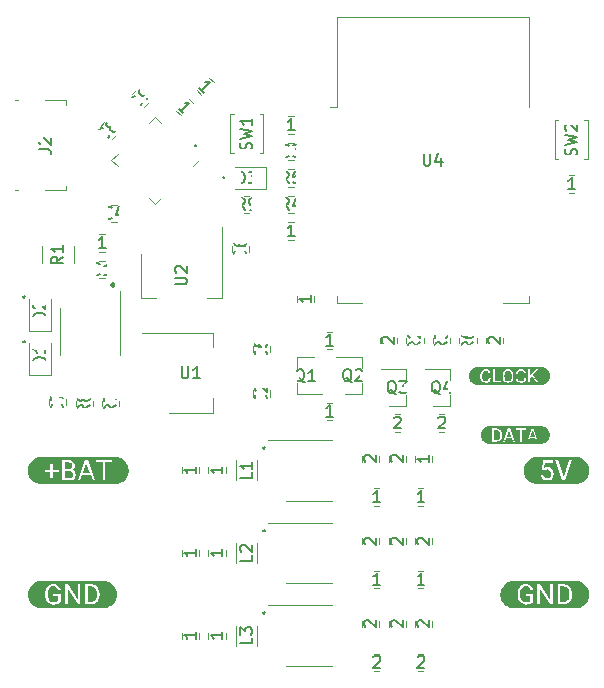
<source format=gto>
G04 #@! TF.GenerationSoftware,KiCad,Pcbnew,(5.1.10)-1*
G04 #@! TF.CreationDate,2021-12-14T19:18:36+11:00*
G04 #@! TF.ProjectId,WLED_Controller,574c4544-5f43-46f6-9e74-726f6c6c6572,1.0*
G04 #@! TF.SameCoordinates,Original*
G04 #@! TF.FileFunction,Legend,Top*
G04 #@! TF.FilePolarity,Positive*
%FSLAX46Y46*%
G04 Gerber Fmt 4.6, Leading zero omitted, Abs format (unit mm)*
G04 Created by KiCad (PCBNEW (5.1.10)-1) date 2021-12-14 19:18:36*
%MOMM*%
%LPD*%
G01*
G04 APERTURE LIST*
%ADD10C,0.150000*%
%ADD11C,0.300000*%
%ADD12C,0.100000*%
%ADD13C,0.120000*%
%ADD14R,0.900000X0.800000*%
%ADD15R,2.413000X3.302000*%
%ADD16R,2.500000X1.000000*%
%ADD17R,1.000000X1.800000*%
%ADD18R,3.302000X2.413000*%
%ADD19R,1.500000X2.000000*%
%ADD20R,3.800000X2.000000*%
%ADD21R,2.000000X1.500000*%
%ADD22R,2.000000X3.800000*%
%ADD23R,1.700000X0.900000*%
%ADD24R,10.000000X5.000000*%
%ADD25R,1.900000X1.000000*%
%ADD26R,1.900000X1.800000*%
%ADD27R,1.300000X1.650000*%
%ADD28R,1.550000X1.425000*%
%ADD29R,1.380000X0.450000*%
G04 APERTURE END LIST*
D10*
X142300000Y-80635714D02*
X142371428Y-80707142D01*
X142300000Y-80778571D01*
X142228571Y-80707142D01*
X142300000Y-80635714D01*
X142300000Y-80778571D01*
X125400000Y-94535714D02*
X125471428Y-94607142D01*
X125400000Y-94678571D01*
X125328571Y-94607142D01*
X125400000Y-94535714D01*
X125400000Y-94678571D01*
X125400000Y-90735714D02*
X125471428Y-90807142D01*
X125400000Y-90878571D01*
X125328571Y-90807142D01*
X125400000Y-90735714D01*
X125400000Y-90878571D01*
X145700000Y-117535714D02*
X145771428Y-117607142D01*
X145700000Y-117678571D01*
X145628571Y-117607142D01*
X145700000Y-117535714D01*
X145700000Y-117678571D01*
X145700000Y-110535714D02*
X145771428Y-110607142D01*
X145700000Y-110678571D01*
X145628571Y-110607142D01*
X145700000Y-110535714D01*
X145700000Y-110678571D01*
X145700000Y-103535714D02*
X145771428Y-103607142D01*
X145700000Y-103678571D01*
X145628571Y-103607142D01*
X145700000Y-103535714D01*
X145700000Y-103678571D01*
X139900000Y-77957142D02*
X139947619Y-78004761D01*
X139900000Y-78052380D01*
X139852380Y-78004761D01*
X139900000Y-77957142D01*
X139900000Y-78052380D01*
D11*
X132900000Y-89735714D02*
X132971428Y-89807142D01*
X132900000Y-89878571D01*
X132828571Y-89807142D01*
X132900000Y-89735714D01*
X132900000Y-89878571D01*
D12*
G36*
X127169359Y-104355884D02*
G01*
X127641423Y-105438376D01*
X127641423Y-104944220D01*
X127857689Y-104944220D01*
X127857689Y-105438376D01*
X128329753Y-105438376D01*
X128329753Y-105641852D01*
X127857689Y-105641852D01*
X128625084Y-106346460D01*
X128625084Y-104653540D01*
X129178539Y-104653540D01*
X129347068Y-104666201D01*
X129485238Y-104704183D01*
X129593048Y-104767487D01*
X129670240Y-104855595D01*
X129716555Y-104967991D01*
X129731993Y-105104675D01*
X129715134Y-105216442D01*
X129664555Y-105314546D01*
X129584909Y-105395501D01*
X129480846Y-105455817D01*
X129603658Y-105511482D01*
X129697693Y-105601738D01*
X129757428Y-105719609D01*
X129777339Y-105858118D01*
X129760932Y-105999194D01*
X129711710Y-106118567D01*
X129943608Y-106346460D01*
X130590080Y-104653540D01*
X130785417Y-104653540D01*
X131433052Y-106346460D01*
X131203996Y-106346460D01*
X131042378Y-105904626D01*
X130333119Y-105904626D01*
X130173827Y-106346460D01*
X129943608Y-106346460D01*
X129711710Y-106118567D01*
X129629674Y-106216235D01*
X129517665Y-106288582D01*
X129378526Y-106331991D01*
X129212258Y-106346460D01*
X128625084Y-106346460D01*
X127857689Y-105641852D01*
X127857689Y-106176703D01*
X127641423Y-106176703D01*
X127641423Y-105641852D01*
X127169359Y-105641852D01*
X127169359Y-105438376D01*
X127641423Y-105438376D01*
X127169359Y-104355884D01*
X126871703Y-104355884D01*
X126759560Y-104361393D01*
X126648497Y-104377868D01*
X126539583Y-104405149D01*
X126433868Y-104442974D01*
X126332370Y-104490980D01*
X126236066Y-104548702D01*
X126145883Y-104615586D01*
X126062690Y-104690988D01*
X125987289Y-104774180D01*
X125920405Y-104864363D01*
X125862682Y-104960667D01*
X125814677Y-105062166D01*
X125776852Y-105167881D01*
X125749570Y-105276794D01*
X125733096Y-105387857D01*
X125727586Y-105500000D01*
X125733096Y-105612143D01*
X125749570Y-105723206D01*
X125776852Y-105832119D01*
X125814677Y-105937834D01*
X125862682Y-106039333D01*
X125920405Y-106135637D01*
X125987289Y-106225820D01*
X126062690Y-106309012D01*
X126145883Y-106384414D01*
X126236066Y-106451298D01*
X126332370Y-106509020D01*
X126433868Y-106557026D01*
X126539583Y-106594851D01*
X126648497Y-106622132D01*
X126759560Y-106638607D01*
X126871703Y-106644116D01*
X127169359Y-106644116D01*
X132830641Y-106644116D01*
X132830641Y-104837250D01*
X132286488Y-104837250D01*
X132286488Y-106346460D01*
X132064409Y-106346460D01*
X132064409Y-104837250D01*
X131521419Y-104837250D01*
X131521419Y-104653540D01*
X132830641Y-104653540D01*
X132830641Y-104837250D01*
X132830641Y-106644116D01*
X133128298Y-106644116D01*
X133240441Y-106638607D01*
X133351504Y-106622132D01*
X133460417Y-106594851D01*
X133566132Y-106557025D01*
X133667630Y-106509020D01*
X133763934Y-106451298D01*
X133854117Y-106384414D01*
X133937310Y-106309012D01*
X134012711Y-106225820D01*
X134079595Y-106135637D01*
X134137318Y-106039333D01*
X134185323Y-105937834D01*
X134223148Y-105832119D01*
X134250430Y-105723206D01*
X134266904Y-105612143D01*
X134272414Y-105500000D01*
X134266904Y-105387857D01*
X134250430Y-105276794D01*
X134223148Y-105167881D01*
X134185323Y-105062166D01*
X134137318Y-104960667D01*
X134079595Y-104864363D01*
X134012711Y-104774180D01*
X133937310Y-104690988D01*
X133854117Y-104615586D01*
X133763934Y-104548702D01*
X133667630Y-104490980D01*
X133566132Y-104442975D01*
X133460417Y-104405149D01*
X133351504Y-104377868D01*
X133240441Y-104361393D01*
X133128298Y-104355884D01*
X132830641Y-104355884D01*
X127169359Y-104355884D01*
G37*
G36*
X130400557Y-105720917D02*
G01*
X130976103Y-105720917D01*
X130687749Y-104929105D01*
X130400557Y-105720917D01*
G37*
G36*
X128848326Y-105554648D02*
G01*
X128848326Y-106163913D01*
X129216908Y-106163913D01*
X129356289Y-106143711D01*
X129462824Y-106083104D01*
X129530407Y-105987034D01*
X129552934Y-105860443D01*
X129532151Y-105726658D01*
X129469800Y-105631097D01*
X129365882Y-105573760D01*
X129220397Y-105554648D01*
X128848326Y-105554648D01*
G37*
G36*
X128848326Y-105375589D02*
G01*
X129185515Y-105375589D01*
X129317338Y-105357276D01*
X129419803Y-105302338D01*
X129485642Y-105216006D01*
X129507588Y-105103513D01*
X129487241Y-104983026D01*
X129426198Y-104900618D01*
X129323588Y-104853092D01*
X129178539Y-104837250D01*
X128848326Y-104837250D01*
X128848326Y-105375589D01*
G37*
G36*
X127200722Y-114832629D02*
G01*
X127477485Y-115248665D01*
X127593866Y-115182899D01*
X127728342Y-115143439D01*
X127880913Y-115130286D01*
X128046148Y-115145336D01*
X128188388Y-115190489D01*
X128307631Y-115265742D01*
X128401424Y-115368643D01*
X128467311Y-115496736D01*
X128505293Y-115650021D01*
X128877364Y-116846460D01*
X128877364Y-115153540D01*
X129101769Y-115153540D01*
X129956368Y-116463925D01*
X129956368Y-115153540D01*
X130178447Y-115153540D01*
X130178447Y-116846460D01*
X129954042Y-116846460D01*
X129101769Y-115541888D01*
X129101769Y-116846460D01*
X128877364Y-116846460D01*
X128505293Y-115650021D01*
X128282051Y-115650021D01*
X128233508Y-115503010D01*
X128150664Y-115398002D01*
X128033520Y-115334997D01*
X127882076Y-115313995D01*
X127744552Y-115331501D01*
X127631187Y-115384017D01*
X127541980Y-115471544D01*
X127477578Y-115592273D01*
X127438627Y-115744395D01*
X127425127Y-115927911D01*
X127425127Y-116066275D01*
X127439596Y-116243202D01*
X127483004Y-116394162D01*
X127555351Y-116519154D01*
X127652374Y-116612495D01*
X127769809Y-116668499D01*
X127907655Y-116687167D01*
X128025381Y-116680191D01*
X128127409Y-116659262D01*
X128283214Y-116565082D01*
X128283214Y-116184872D01*
X127891377Y-116184872D01*
X127891377Y-116003488D01*
X128505293Y-116003488D01*
X128505293Y-116624380D01*
X128402247Y-116732077D01*
X128265192Y-116808672D01*
X128098487Y-116854454D01*
X127906493Y-116869714D01*
X127711156Y-116845443D01*
X127539073Y-116772627D01*
X127396785Y-116655047D01*
X127290833Y-116496481D01*
X127241805Y-116370778D01*
X127211768Y-116232415D01*
X127200722Y-116081390D01*
X127200722Y-115933725D01*
X127211877Y-115753213D01*
X127245341Y-115594211D01*
X127301115Y-115456719D01*
X127379199Y-115340738D01*
X127477485Y-115248665D01*
X127200722Y-114832629D01*
X126903066Y-114832629D01*
X126788643Y-114838251D01*
X126675323Y-114855060D01*
X126564196Y-114882896D01*
X126456332Y-114921490D01*
X126352771Y-114970471D01*
X126254509Y-115029367D01*
X126162494Y-115097610D01*
X126077610Y-115174544D01*
X126000676Y-115259428D01*
X125932432Y-115351444D01*
X125873537Y-115449705D01*
X125824556Y-115553267D01*
X125785962Y-115661130D01*
X125758126Y-115772257D01*
X125741316Y-115885578D01*
X125735695Y-116000000D01*
X125741316Y-116114422D01*
X125758126Y-116227743D01*
X125785962Y-116338870D01*
X125824556Y-116446733D01*
X125873537Y-116550295D01*
X125932432Y-116648556D01*
X126000676Y-116740572D01*
X126077610Y-116825456D01*
X126162494Y-116902390D01*
X130574935Y-116846460D01*
X130574935Y-115153540D01*
X131052812Y-115153540D01*
X131194406Y-115164392D01*
X131324630Y-115196948D01*
X131443486Y-115251208D01*
X131548066Y-115325493D01*
X131635464Y-115418123D01*
X131705679Y-115529099D01*
X131757162Y-115655189D01*
X131788362Y-115793165D01*
X131799278Y-115943027D01*
X131799278Y-116051160D01*
X131789008Y-116204251D01*
X131758196Y-116344165D01*
X131706842Y-116470901D01*
X131636433Y-116581747D01*
X131548454Y-116673990D01*
X131442905Y-116747629D01*
X131322305Y-116801501D01*
X131189174Y-116834445D01*
X131043511Y-116846460D01*
X130574935Y-116846460D01*
X126162494Y-116902390D01*
X126254509Y-116970633D01*
X126352771Y-117029529D01*
X126456332Y-117078510D01*
X126564196Y-117117104D01*
X126675323Y-117144940D01*
X126788643Y-117161749D01*
X126903066Y-117167371D01*
X127200722Y-117167371D01*
X131799278Y-117167371D01*
X132096935Y-117167371D01*
X132211357Y-117161749D01*
X132324677Y-117144940D01*
X132435804Y-117117104D01*
X132543668Y-117078510D01*
X132647229Y-117029529D01*
X132745491Y-116970633D01*
X132837507Y-116902390D01*
X132922390Y-116825456D01*
X132999324Y-116740572D01*
X133067568Y-116648556D01*
X133126463Y-116550295D01*
X133175444Y-116446733D01*
X133214038Y-116338870D01*
X133241874Y-116227743D01*
X133258684Y-116114422D01*
X133264305Y-116000000D01*
X133258684Y-115885578D01*
X133241874Y-115772257D01*
X133214038Y-115661130D01*
X133175444Y-115553267D01*
X133126463Y-115449705D01*
X133067568Y-115351444D01*
X132999324Y-115259428D01*
X132922390Y-115174544D01*
X132837507Y-115097610D01*
X132745491Y-115029367D01*
X132647229Y-114970471D01*
X132543668Y-114921490D01*
X132435804Y-114882896D01*
X132324677Y-114855060D01*
X132211357Y-114838251D01*
X132096935Y-114832629D01*
X131799278Y-114832629D01*
X127200722Y-114832629D01*
G37*
G36*
X130798177Y-115337250D02*
G01*
X130798177Y-116663913D01*
X131033046Y-116663913D01*
X131192403Y-116646085D01*
X131326310Y-116592599D01*
X131434766Y-116503458D01*
X131514541Y-116381372D01*
X131562407Y-116229056D01*
X131578362Y-116046509D01*
X131578362Y-115947678D01*
X131563311Y-115769717D01*
X131518159Y-115620307D01*
X131442905Y-115499449D01*
X131340004Y-115410372D01*
X131211911Y-115356305D01*
X131058626Y-115337250D01*
X130798177Y-115337250D01*
G37*
G36*
X167200722Y-114832629D02*
G01*
X167477485Y-115248665D01*
X167593866Y-115182899D01*
X167728342Y-115143439D01*
X167880913Y-115130286D01*
X168046148Y-115145336D01*
X168188388Y-115190489D01*
X168307631Y-115265742D01*
X168401424Y-115368643D01*
X168467311Y-115496736D01*
X168505293Y-115650021D01*
X168877364Y-116846460D01*
X168877364Y-115153540D01*
X169101769Y-115153540D01*
X169956368Y-116463925D01*
X169956368Y-115153540D01*
X170178447Y-115153540D01*
X170178447Y-116846460D01*
X169954042Y-116846460D01*
X169101769Y-115541888D01*
X169101769Y-116846460D01*
X168877364Y-116846460D01*
X168505293Y-115650021D01*
X168282051Y-115650021D01*
X168233508Y-115503010D01*
X168150664Y-115398002D01*
X168033520Y-115334997D01*
X167882076Y-115313995D01*
X167744552Y-115331501D01*
X167631187Y-115384017D01*
X167541980Y-115471544D01*
X167477578Y-115592273D01*
X167438627Y-115744395D01*
X167425127Y-115927911D01*
X167425127Y-116066275D01*
X167439596Y-116243202D01*
X167483004Y-116394162D01*
X167555351Y-116519154D01*
X167652374Y-116612495D01*
X167769809Y-116668499D01*
X167907655Y-116687167D01*
X168025381Y-116680191D01*
X168127409Y-116659262D01*
X168283214Y-116565082D01*
X168283214Y-116184872D01*
X167891377Y-116184872D01*
X167891377Y-116003488D01*
X168505293Y-116003488D01*
X168505293Y-116624380D01*
X168402247Y-116732077D01*
X168265192Y-116808672D01*
X168098487Y-116854454D01*
X167906493Y-116869714D01*
X167711156Y-116845443D01*
X167539073Y-116772627D01*
X167396785Y-116655047D01*
X167290833Y-116496481D01*
X167241805Y-116370778D01*
X167211768Y-116232415D01*
X167200722Y-116081390D01*
X167200722Y-115933725D01*
X167211877Y-115753213D01*
X167245341Y-115594211D01*
X167301115Y-115456719D01*
X167379199Y-115340738D01*
X167477485Y-115248665D01*
X167200722Y-114832629D01*
X166903066Y-114832629D01*
X166788643Y-114838251D01*
X166675323Y-114855060D01*
X166564196Y-114882896D01*
X166456332Y-114921490D01*
X166352771Y-114970471D01*
X166254509Y-115029367D01*
X166162494Y-115097610D01*
X166077610Y-115174544D01*
X166000676Y-115259428D01*
X165932432Y-115351444D01*
X165873537Y-115449705D01*
X165824556Y-115553267D01*
X165785962Y-115661130D01*
X165758126Y-115772257D01*
X165741316Y-115885578D01*
X165735695Y-116000000D01*
X165741316Y-116114422D01*
X165758126Y-116227743D01*
X165785962Y-116338870D01*
X165824556Y-116446733D01*
X165873537Y-116550295D01*
X165932432Y-116648556D01*
X166000676Y-116740572D01*
X166077610Y-116825456D01*
X166162494Y-116902390D01*
X170574935Y-116846460D01*
X170574935Y-115153540D01*
X171052812Y-115153540D01*
X171194406Y-115164392D01*
X171324630Y-115196948D01*
X171443486Y-115251208D01*
X171548066Y-115325493D01*
X171635464Y-115418123D01*
X171705679Y-115529099D01*
X171757162Y-115655189D01*
X171788362Y-115793165D01*
X171799278Y-115943027D01*
X171799278Y-116051160D01*
X171789008Y-116204251D01*
X171758196Y-116344165D01*
X171706842Y-116470901D01*
X171636433Y-116581747D01*
X171548454Y-116673990D01*
X171442905Y-116747629D01*
X171322305Y-116801501D01*
X171189174Y-116834445D01*
X171043511Y-116846460D01*
X170574935Y-116846460D01*
X166162494Y-116902390D01*
X166254509Y-116970633D01*
X166352771Y-117029529D01*
X166456332Y-117078510D01*
X166564196Y-117117104D01*
X166675323Y-117144940D01*
X166788643Y-117161749D01*
X166903066Y-117167371D01*
X167200722Y-117167371D01*
X171799278Y-117167371D01*
X172096935Y-117167371D01*
X172211357Y-117161749D01*
X172324677Y-117144940D01*
X172435804Y-117117104D01*
X172543668Y-117078510D01*
X172647229Y-117029529D01*
X172745491Y-116970633D01*
X172837507Y-116902390D01*
X172922390Y-116825456D01*
X172999324Y-116740572D01*
X173067568Y-116648556D01*
X173126463Y-116550295D01*
X173175444Y-116446733D01*
X173214038Y-116338870D01*
X173241874Y-116227743D01*
X173258684Y-116114422D01*
X173264305Y-116000000D01*
X173258684Y-115885578D01*
X173241874Y-115772257D01*
X173214038Y-115661130D01*
X173175444Y-115553267D01*
X173126463Y-115449705D01*
X173067568Y-115351444D01*
X172999324Y-115259428D01*
X172922390Y-115174544D01*
X172837507Y-115097610D01*
X172745491Y-115029367D01*
X172647229Y-114970471D01*
X172543668Y-114921490D01*
X172435804Y-114882896D01*
X172324677Y-114855060D01*
X172211357Y-114838251D01*
X172096935Y-114832629D01*
X171799278Y-114832629D01*
X167200722Y-114832629D01*
G37*
G36*
X170798177Y-115337250D02*
G01*
X170798177Y-116663913D01*
X171033046Y-116663913D01*
X171192403Y-116646085D01*
X171326310Y-116592599D01*
X171434766Y-116503458D01*
X171514541Y-116381372D01*
X171562407Y-116229056D01*
X171578362Y-116046509D01*
X171578362Y-115947678D01*
X171563311Y-115769717D01*
X171518159Y-115620307D01*
X171442905Y-115499449D01*
X171340004Y-115410372D01*
X171211911Y-115356305D01*
X171058626Y-115337250D01*
X170798177Y-115337250D01*
G37*
G36*
X169178569Y-104344257D02*
G01*
X169239030Y-105486047D01*
X169325072Y-104641913D01*
X170192461Y-104641913D01*
X170192461Y-104840738D01*
X169507619Y-104840738D01*
X169456459Y-105302338D01*
X169589300Y-105247399D01*
X169739000Y-105229086D01*
X169882660Y-105246075D01*
X170005133Y-105297041D01*
X170106419Y-105381984D01*
X170181996Y-105495866D01*
X170227342Y-105633648D01*
X170242457Y-105795331D01*
X170995900Y-106334833D01*
X170369194Y-104641913D01*
X170612202Y-104641913D01*
X171093568Y-106038339D01*
X171577260Y-104641913D01*
X171821431Y-104641913D01*
X171193562Y-106334833D01*
X170995900Y-106334833D01*
X170242457Y-105795331D01*
X170226761Y-105957401D01*
X170179671Y-106094796D01*
X170101187Y-106207515D01*
X169994540Y-106291166D01*
X169862959Y-106341357D01*
X169706444Y-106358087D01*
X169566013Y-106344264D01*
X169443927Y-106302793D01*
X169340187Y-106233676D01*
X169259184Y-106140142D01*
X169205311Y-106025420D01*
X169178569Y-105889511D01*
X169382045Y-105889511D01*
X169417799Y-106016974D01*
X169485527Y-106108684D01*
X169582614Y-106164058D01*
X169706444Y-106182516D01*
X169840302Y-106156937D01*
X169941894Y-106080197D01*
X170005989Y-105958402D01*
X170027354Y-105797656D01*
X170004245Y-105644613D01*
X169934918Y-105524998D01*
X169827221Y-105447823D01*
X169689003Y-105422098D01*
X169563429Y-105437504D01*
X169468086Y-105483722D01*
X169411113Y-105530231D01*
X169239030Y-105486047D01*
X169178569Y-104344257D01*
X168880913Y-104344257D01*
X168767630Y-104349822D01*
X168655438Y-104366464D01*
X168545418Y-104394023D01*
X168438629Y-104432232D01*
X168336099Y-104480725D01*
X168238816Y-104539035D01*
X168147717Y-104606598D01*
X168063679Y-104682766D01*
X167987511Y-104766804D01*
X167919947Y-104857903D01*
X167861638Y-104955186D01*
X167813145Y-105057716D01*
X167774935Y-105164505D01*
X167747377Y-105274526D01*
X167730735Y-105386717D01*
X167725169Y-105500000D01*
X167730735Y-105613283D01*
X167747377Y-105725474D01*
X167774935Y-105835495D01*
X167813145Y-105942284D01*
X167861638Y-106044814D01*
X167919947Y-106142097D01*
X167987511Y-106233196D01*
X168063679Y-106317234D01*
X168147717Y-106393402D01*
X168238816Y-106460965D01*
X168336099Y-106519275D01*
X168438629Y-106567768D01*
X168545418Y-106605977D01*
X168655438Y-106633536D01*
X168767630Y-106650178D01*
X168880913Y-106655743D01*
X169178569Y-106655743D01*
X171821431Y-106655743D01*
X172119087Y-106655743D01*
X172232370Y-106650178D01*
X172344561Y-106633536D01*
X172454582Y-106605977D01*
X172561371Y-106567768D01*
X172663901Y-106519275D01*
X172761184Y-106460966D01*
X172852283Y-106393402D01*
X172936321Y-106317234D01*
X173012489Y-106233196D01*
X173080053Y-106142097D01*
X173138362Y-106044814D01*
X173186855Y-105942284D01*
X173225065Y-105835495D01*
X173252623Y-105725474D01*
X173269265Y-105613283D01*
X173274831Y-105500000D01*
X173269265Y-105386717D01*
X173252623Y-105274526D01*
X173225065Y-105164505D01*
X173186855Y-105057716D01*
X173138362Y-104955186D01*
X173080053Y-104857903D01*
X173012489Y-104766804D01*
X172936321Y-104682766D01*
X172852283Y-104606598D01*
X172761184Y-104539034D01*
X172663901Y-104480725D01*
X172561371Y-104432232D01*
X172454582Y-104394023D01*
X172344561Y-104366464D01*
X172232370Y-104349822D01*
X172119087Y-104344257D01*
X171821431Y-104344257D01*
X169178569Y-104344257D01*
G37*
G36*
X165046243Y-101737256D02*
G01*
X165046243Y-101935693D01*
X165364829Y-101935693D01*
X165459224Y-101942928D01*
X165546041Y-101964632D01*
X165625278Y-102000806D01*
X165694998Y-102050329D01*
X165753263Y-102112082D01*
X165800073Y-102186066D01*
X165834395Y-102270126D01*
X165855195Y-102362110D01*
X165862473Y-102462018D01*
X165862473Y-102534106D01*
X165855625Y-102636167D01*
X165835084Y-102729443D01*
X165800848Y-102813934D01*
X165753909Y-102887832D01*
X165695256Y-102949327D01*
X165977969Y-103064307D01*
X166408951Y-101935693D01*
X166539176Y-101935693D01*
X166970932Y-103064307D01*
X166818228Y-103064307D01*
X166710483Y-102769751D01*
X166237644Y-102769751D01*
X166131448Y-103064307D01*
X165977969Y-103064307D01*
X165695256Y-102949327D01*
X165624890Y-102998419D01*
X165544490Y-103034334D01*
X165455736Y-103056297D01*
X165358627Y-103064307D01*
X165046243Y-103064307D01*
X165046243Y-101935693D01*
X165046243Y-101737256D01*
X164847806Y-101737256D01*
X164773044Y-101740929D01*
X164699002Y-101751912D01*
X164626393Y-101770099D01*
X164555916Y-101795316D01*
X164488251Y-101827320D01*
X164424048Y-101865801D01*
X164363926Y-101910391D01*
X164308464Y-101960658D01*
X164258197Y-102016120D01*
X164213607Y-102076242D01*
X164175126Y-102140445D01*
X164143122Y-102208110D01*
X164117905Y-102278587D01*
X164099718Y-102351196D01*
X164088735Y-102425238D01*
X164085062Y-102500000D01*
X164088735Y-102574762D01*
X164099718Y-102648804D01*
X164117905Y-102721413D01*
X164143122Y-102791890D01*
X164175126Y-102859555D01*
X164213607Y-102923758D01*
X164258197Y-102983880D01*
X164308464Y-103039342D01*
X164363926Y-103089609D01*
X164424048Y-103134199D01*
X164488251Y-103172680D01*
X164555916Y-103204684D01*
X164626393Y-103229901D01*
X164699002Y-103248088D01*
X164773044Y-103259071D01*
X164847806Y-103262744D01*
X165046243Y-103262744D01*
X168953757Y-103262744D01*
X169152194Y-103262744D01*
X169226956Y-103259071D01*
X169300998Y-103248088D01*
X169373607Y-103229901D01*
X169444084Y-103204684D01*
X169511749Y-103172680D01*
X169575952Y-103134199D01*
X169636074Y-103089609D01*
X169691536Y-103039341D01*
X169741803Y-102983880D01*
X169786393Y-102923758D01*
X169824874Y-102859555D01*
X169856878Y-102791890D01*
X169882095Y-102721413D01*
X169900282Y-102648804D01*
X169911265Y-102574762D01*
X169914938Y-102500000D01*
X169911265Y-102425238D01*
X169900282Y-102351196D01*
X169882095Y-102278587D01*
X169856878Y-102208110D01*
X169824874Y-102140445D01*
X169786393Y-102076242D01*
X169741803Y-102016120D01*
X169691536Y-101960659D01*
X169636074Y-101910391D01*
X169575952Y-101865801D01*
X169511749Y-101827320D01*
X169444084Y-101795316D01*
X169373607Y-101770099D01*
X169300998Y-101751912D01*
X169226956Y-101740929D01*
X169152194Y-101737256D01*
X167902658Y-102058167D01*
X167539890Y-102058167D01*
X167960794Y-103064307D01*
X168391776Y-101935693D01*
X168522000Y-101935693D01*
X168953757Y-103064307D01*
X168801053Y-103064307D01*
X168693308Y-102769751D01*
X168220468Y-102769751D01*
X168114273Y-103064307D01*
X167960794Y-103064307D01*
X167539890Y-102058167D01*
X167539890Y-103064307D01*
X167391837Y-103064307D01*
X167391837Y-102058167D01*
X167029843Y-102058167D01*
X167029843Y-101935693D01*
X167902658Y-101935693D01*
X167902658Y-102058167D01*
X169152194Y-101737256D01*
X168953757Y-101737256D01*
X165046243Y-101737256D01*
G37*
G36*
X165195071Y-102058167D02*
G01*
X165195071Y-102942609D01*
X165351651Y-102942609D01*
X165457889Y-102930723D01*
X165547160Y-102895066D01*
X165619464Y-102835638D01*
X165672648Y-102754248D01*
X165704558Y-102652704D01*
X165715195Y-102531006D01*
X165715195Y-102465118D01*
X165705161Y-102346478D01*
X165675059Y-102246872D01*
X165624890Y-102166299D01*
X165556290Y-102106915D01*
X165470894Y-102070870D01*
X165368704Y-102058167D01*
X165195071Y-102058167D01*
G37*
G36*
X168265427Y-102647278D02*
G01*
X168649124Y-102647278D01*
X168456888Y-102119403D01*
X168265427Y-102647278D01*
G37*
G36*
X166282602Y-102647278D02*
G01*
X166666300Y-102647278D01*
X166474063Y-102119403D01*
X166282602Y-102647278D01*
G37*
G36*
X164042011Y-96721753D02*
G01*
X164257501Y-96984140D01*
X164368735Y-96936178D01*
X164496246Y-96920190D01*
X164608212Y-96931344D01*
X164704330Y-96964804D01*
X164784601Y-97020572D01*
X164846871Y-97096063D01*
X164888987Y-97188693D01*
X164910950Y-97298462D01*
X164761347Y-97298462D01*
X164730631Y-97182190D01*
X164677243Y-97103125D01*
X164599632Y-97057779D01*
X164496246Y-97042664D01*
X164408009Y-97054377D01*
X164333466Y-97089517D01*
X164272617Y-97148083D01*
X164227615Y-97228268D01*
X164200614Y-97328262D01*
X164191614Y-97448065D01*
X164191614Y-97557361D01*
X164200140Y-97671480D01*
X164225720Y-97768890D01*
X164268353Y-97849591D01*
X164326317Y-97909880D01*
X164397889Y-97946054D01*
X164483069Y-97958112D01*
X164592655Y-97944062D01*
X164673367Y-97901913D01*
X164728500Y-97824883D01*
X164761347Y-97706189D01*
X164910950Y-97706189D01*
X165114038Y-98064307D01*
X165114038Y-96935693D01*
X165263641Y-96935693D01*
X165263641Y-97942609D01*
X165987241Y-97827499D01*
X165955417Y-97742362D01*
X165935909Y-97648699D01*
X165928717Y-97546509D01*
X165928717Y-97465118D01*
X165935004Y-97360818D01*
X165953866Y-97264958D01*
X165985303Y-97177539D01*
X166053613Y-97067371D01*
X166145371Y-96986465D01*
X166256313Y-96936759D01*
X166382178Y-96920190D01*
X166509786Y-96936565D01*
X166621311Y-96985690D01*
X166712875Y-97065918D01*
X166780603Y-97175601D01*
X166811609Y-97263064D01*
X166830212Y-97359569D01*
X166836414Y-97465118D01*
X166836414Y-97536432D01*
X166830212Y-97642326D01*
X166811609Y-97738831D01*
X166780603Y-97825949D01*
X167088700Y-97858651D01*
X167051032Y-97768782D01*
X167028432Y-97666802D01*
X167020899Y-97552710D01*
X167020899Y-97444189D01*
X167027143Y-97343507D01*
X167045875Y-97251264D01*
X167077097Y-97167462D01*
X167145019Y-97061945D01*
X167236389Y-96984140D01*
X167347623Y-96936178D01*
X167475134Y-96920190D01*
X167587100Y-96931344D01*
X167683218Y-96964804D01*
X167763489Y-97020572D01*
X167825759Y-97096063D01*
X167867875Y-97188693D01*
X167889838Y-97298462D01*
X167740234Y-97298462D01*
X167709519Y-97182190D01*
X167656131Y-97103125D01*
X167578520Y-97057779D01*
X167475134Y-97042664D01*
X167386897Y-97054377D01*
X167312354Y-97089517D01*
X167251505Y-97148083D01*
X167206503Y-97228268D01*
X167179502Y-97328262D01*
X167170502Y-97448065D01*
X167170502Y-97557361D01*
X167179028Y-97671480D01*
X167204608Y-97768890D01*
X167247241Y-97849591D01*
X167305205Y-97909880D01*
X167376777Y-97946054D01*
X167461957Y-97958112D01*
X167571543Y-97944062D01*
X167652255Y-97901913D01*
X167707388Y-97824883D01*
X167740234Y-97706189D01*
X167889838Y-97706189D01*
X167865851Y-97816475D01*
X167821797Y-97908588D01*
X168092926Y-98064307D01*
X168092926Y-96935693D01*
X168241754Y-96935693D01*
X168241754Y-97493799D01*
X168743274Y-96935693D01*
X168923108Y-96935693D01*
X168478949Y-97434113D01*
X168957990Y-98064307D01*
X168779706Y-98064307D01*
X168379730Y-97539532D01*
X168241754Y-97682935D01*
X168241754Y-98064307D01*
X168092926Y-98064307D01*
X167821797Y-97908588D01*
X167757675Y-97982529D01*
X167675381Y-98036574D01*
X167576808Y-98069001D01*
X167461957Y-98079810D01*
X167337460Y-98063876D01*
X167230619Y-98016075D01*
X167141434Y-97936407D01*
X167088700Y-97858651D01*
X166780603Y-97825949D01*
X166713165Y-97934954D01*
X166622473Y-98014697D01*
X166511627Y-98063531D01*
X166383728Y-98079810D01*
X166257961Y-98063435D01*
X166147308Y-98014310D01*
X166055744Y-97934857D01*
X165987241Y-97827499D01*
X165263641Y-97942609D01*
X165798493Y-97942609D01*
X165798493Y-98064307D01*
X165114038Y-98064307D01*
X164910950Y-97706189D01*
X164886963Y-97816475D01*
X164842909Y-97908588D01*
X164778787Y-97982529D01*
X164696493Y-98036574D01*
X164597920Y-98069001D01*
X164483069Y-98079810D01*
X164358572Y-98063876D01*
X164251731Y-98016075D01*
X164162546Y-97936407D01*
X164109812Y-97858651D01*
X164072144Y-97768782D01*
X164049544Y-97666802D01*
X164042011Y-97552710D01*
X164042011Y-97444189D01*
X164048255Y-97343507D01*
X164066988Y-97251264D01*
X164098209Y-97167462D01*
X164166131Y-97061945D01*
X164257501Y-96984140D01*
X164042011Y-96721753D01*
X163843573Y-96721753D01*
X163767292Y-96725500D01*
X163691745Y-96736707D01*
X163617660Y-96755264D01*
X163545751Y-96780993D01*
X163476710Y-96813647D01*
X163411202Y-96852911D01*
X163349858Y-96898407D01*
X163293269Y-96949696D01*
X163241980Y-97006285D01*
X163196484Y-97067629D01*
X163157220Y-97133137D01*
X163124567Y-97202178D01*
X163098837Y-97274087D01*
X163080280Y-97348172D01*
X163069073Y-97423718D01*
X163065326Y-97500000D01*
X163069073Y-97576282D01*
X163080280Y-97651828D01*
X163098837Y-97725913D01*
X163124567Y-97797822D01*
X163157220Y-97866863D01*
X163196484Y-97932371D01*
X163241980Y-97993715D01*
X163293269Y-98050304D01*
X163349858Y-98101593D01*
X163411202Y-98147089D01*
X163476710Y-98186353D01*
X163545751Y-98219007D01*
X163617660Y-98244736D01*
X163691745Y-98263293D01*
X163767292Y-98274500D01*
X163843573Y-98278247D01*
X164042011Y-98278247D01*
X168957990Y-98278247D01*
X169156427Y-98278247D01*
X169232709Y-98274500D01*
X169308256Y-98263293D01*
X169382340Y-98244736D01*
X169454249Y-98219006D01*
X169523290Y-98186353D01*
X169588798Y-98147089D01*
X169650142Y-98101593D01*
X169706731Y-98050304D01*
X169758020Y-97993715D01*
X169803516Y-97932371D01*
X169842780Y-97866863D01*
X169875433Y-97797822D01*
X169901163Y-97725913D01*
X169919720Y-97651828D01*
X169930927Y-97576282D01*
X169934674Y-97500000D01*
X169930927Y-97423718D01*
X169919720Y-97348172D01*
X169901163Y-97274087D01*
X169875433Y-97202178D01*
X169842780Y-97133137D01*
X169803516Y-97067629D01*
X169758020Y-97006285D01*
X169706731Y-96949696D01*
X169650142Y-96898407D01*
X169588798Y-96852911D01*
X169523290Y-96813647D01*
X169454249Y-96780994D01*
X169382340Y-96755264D01*
X169308256Y-96736707D01*
X169232709Y-96725500D01*
X169156427Y-96721753D01*
X168957990Y-96721753D01*
X164042011Y-96721753D01*
G37*
G36*
X166688361Y-97463568D02*
G01*
X166679403Y-97340105D01*
X166652532Y-97237398D01*
X166607745Y-97155447D01*
X166546853Y-97095804D01*
X166471664Y-97060018D01*
X166382178Y-97048090D01*
X166294802Y-97060018D01*
X166220775Y-97095804D01*
X166160098Y-97155447D01*
X166114838Y-97236278D01*
X166087062Y-97335626D01*
X166076770Y-97453491D01*
X166076770Y-97536432D01*
X166085857Y-97656881D01*
X166113116Y-97758813D01*
X166158548Y-97842227D01*
X166219914Y-97904024D01*
X166294974Y-97941101D01*
X166383728Y-97953461D01*
X166472612Y-97941790D01*
X166547026Y-97906780D01*
X166606970Y-97848428D01*
X166651154Y-97768287D01*
X166678284Y-97667905D01*
X166688361Y-97547284D01*
X166688361Y-97463568D01*
G37*
D13*
X160522936Y-100765000D02*
X160977064Y-100765000D01*
X160522936Y-102235000D02*
X160977064Y-102235000D01*
X165985000Y-94272936D02*
X165985000Y-94727064D01*
X164515000Y-94272936D02*
X164515000Y-94727064D01*
X156772936Y-100765000D02*
X157227064Y-100765000D01*
X156772936Y-102235000D02*
X157227064Y-102235000D01*
X156985000Y-94272936D02*
X156985000Y-94727064D01*
X155515000Y-94272936D02*
X155515000Y-94727064D01*
X161510000Y-100080000D02*
X161510000Y-99150000D01*
X161510000Y-96920000D02*
X161510000Y-97850000D01*
X161510000Y-96920000D02*
X159350000Y-96920000D01*
X161510000Y-100080000D02*
X160050000Y-100080000D01*
X157760000Y-100080000D02*
X157760000Y-99150000D01*
X157760000Y-96920000D02*
X157760000Y-97850000D01*
X157760000Y-96920000D02*
X155600000Y-96920000D01*
X157760000Y-100080000D02*
X156300000Y-100080000D01*
X149500000Y-122060000D02*
X151450000Y-122060000D01*
X149500000Y-122060000D02*
X147550000Y-122060000D01*
X149500000Y-116940000D02*
X151450000Y-116940000D01*
X149500000Y-116940000D02*
X146050000Y-116940000D01*
X149500000Y-115060000D02*
X151450000Y-115060000D01*
X149500000Y-115060000D02*
X147550000Y-115060000D01*
X149500000Y-109940000D02*
X151450000Y-109940000D01*
X149500000Y-109940000D02*
X146050000Y-109940000D01*
X149500000Y-108060000D02*
X151450000Y-108060000D01*
X149500000Y-108060000D02*
X147550000Y-108060000D01*
X149500000Y-102940000D02*
X151450000Y-102940000D01*
X149500000Y-102940000D02*
X146050000Y-102940000D01*
X137012652Y-82428445D02*
X136500000Y-82941097D01*
X136500000Y-82941097D02*
X135987348Y-82428445D01*
X135987348Y-76071555D02*
X136500000Y-75558903D01*
X136500000Y-75558903D02*
X137012652Y-76071555D01*
X133321555Y-78737348D02*
X132808903Y-79250000D01*
X132808903Y-79250000D02*
X133321555Y-79762652D01*
X139678445Y-79762652D02*
X140191097Y-79250000D01*
X151880000Y-67130000D02*
X168120000Y-67130000D01*
X168120000Y-67130000D02*
X168120000Y-74750000D01*
X168120000Y-90750000D02*
X168120000Y-91370000D01*
X168120000Y-91370000D02*
X166000000Y-91370000D01*
X154000000Y-91370000D02*
X151880000Y-91370000D01*
X151880000Y-91370000D02*
X151880000Y-90750000D01*
X151880000Y-74750000D02*
X151880000Y-67130000D01*
X151880000Y-74750000D02*
X151270000Y-74750000D01*
X128440000Y-93750000D02*
X128440000Y-95700000D01*
X128440000Y-93750000D02*
X128440000Y-91800000D01*
X133560000Y-93750000D02*
X133560000Y-95700000D01*
X133560000Y-93750000D02*
X133560000Y-90300000D01*
X135340000Y-90910000D02*
X136600000Y-90910000D01*
X142160000Y-90910000D02*
X140900000Y-90910000D01*
X135340000Y-87150000D02*
X135340000Y-90910000D01*
X142160000Y-84900000D02*
X142160000Y-90910000D01*
X141410000Y-100660000D02*
X141410000Y-99400000D01*
X141410000Y-93840000D02*
X141410000Y-95100000D01*
X137650000Y-100660000D02*
X141410000Y-100660000D01*
X135400000Y-93840000D02*
X141410000Y-93840000D01*
X172850000Y-79150000D02*
X173150000Y-79150000D01*
X173150000Y-79150000D02*
X173150000Y-75850000D01*
X173150000Y-75850000D02*
X172850000Y-75850000D01*
X170650000Y-79150000D02*
X170350000Y-79150000D01*
X170350000Y-79150000D02*
X170350000Y-75850000D01*
X170350000Y-75850000D02*
X170650000Y-75850000D01*
X145350000Y-78650000D02*
X145650000Y-78650000D01*
X145650000Y-78650000D02*
X145650000Y-75350000D01*
X145650000Y-75350000D02*
X145350000Y-75350000D01*
X143150000Y-78650000D02*
X142850000Y-78650000D01*
X142850000Y-78650000D02*
X142850000Y-75350000D01*
X142850000Y-75350000D02*
X143150000Y-75350000D01*
X155477064Y-122485000D02*
X155022936Y-122485000D01*
X155477064Y-121015000D02*
X155022936Y-121015000D01*
X159227064Y-122485000D02*
X158772936Y-122485000D01*
X159227064Y-121015000D02*
X158772936Y-121015000D01*
X155477064Y-115485000D02*
X155022936Y-115485000D01*
X155477064Y-114015000D02*
X155022936Y-114015000D01*
X159227064Y-115485000D02*
X158772936Y-115485000D01*
X159227064Y-114015000D02*
X158772936Y-114015000D01*
X155477064Y-108485000D02*
X155022936Y-108485000D01*
X155477064Y-107015000D02*
X155022936Y-107015000D01*
X159227064Y-108485000D02*
X158772936Y-108485000D01*
X159227064Y-107015000D02*
X158772936Y-107015000D01*
X148227064Y-85985000D02*
X147772936Y-85985000D01*
X148227064Y-84515000D02*
X147772936Y-84515000D01*
X151477064Y-95235000D02*
X151022936Y-95235000D01*
X151477064Y-93765000D02*
X151022936Y-93765000D01*
X151022936Y-99765000D02*
X151477064Y-99765000D01*
X151022936Y-101235000D02*
X151477064Y-101235000D01*
X171522936Y-80515000D02*
X171977064Y-80515000D01*
X171522936Y-81985000D02*
X171977064Y-81985000D01*
X131772936Y-85515000D02*
X132227064Y-85515000D01*
X131772936Y-86985000D02*
X132227064Y-86985000D01*
X148227064Y-76985000D02*
X147772936Y-76985000D01*
X148227064Y-75515000D02*
X147772936Y-75515000D01*
X144477064Y-83735000D02*
X144022936Y-83735000D01*
X144477064Y-82265000D02*
X144022936Y-82265000D01*
X131235000Y-99610436D02*
X131235000Y-100064564D01*
X129765000Y-99610436D02*
X129765000Y-100064564D01*
X133485000Y-99610436D02*
X133485000Y-100064564D01*
X132015000Y-99610436D02*
X132015000Y-100064564D01*
X163735000Y-94272936D02*
X163735000Y-94727064D01*
X162265000Y-94272936D02*
X162265000Y-94727064D01*
X148227064Y-81485000D02*
X147772936Y-81485000D01*
X148227064Y-80015000D02*
X147772936Y-80015000D01*
X148227064Y-83735000D02*
X147772936Y-83735000D01*
X148227064Y-82265000D02*
X147772936Y-82265000D01*
X161485000Y-94272936D02*
X161485000Y-94727064D01*
X160015000Y-94272936D02*
X160015000Y-94727064D01*
X159235000Y-94272936D02*
X159235000Y-94727064D01*
X157765000Y-94272936D02*
X157765000Y-94727064D01*
X126895000Y-87973737D02*
X126895000Y-86526263D01*
X129605000Y-87973737D02*
X129605000Y-86526263D01*
X154010000Y-99080000D02*
X154010000Y-98150000D01*
X154010000Y-95920000D02*
X154010000Y-96850000D01*
X154010000Y-95920000D02*
X151850000Y-95920000D01*
X154010000Y-99080000D02*
X152550000Y-99080000D01*
X148490000Y-95920000D02*
X148490000Y-96850000D01*
X148490000Y-99080000D02*
X148490000Y-98150000D01*
X148490000Y-99080000D02*
X150650000Y-99080000D01*
X148490000Y-95920000D02*
X149950000Y-95920000D01*
X143340000Y-120335242D02*
X143340000Y-118664758D01*
X145160000Y-120335242D02*
X145160000Y-118664758D01*
X143340000Y-113335242D02*
X143340000Y-111664758D01*
X145160000Y-113335242D02*
X145160000Y-111664758D01*
X143340000Y-106335242D02*
X143340000Y-104664758D01*
X145160000Y-106335242D02*
X145160000Y-104664758D01*
X128960000Y-81810000D02*
X128960000Y-81430000D01*
X124910000Y-81810000D02*
X124650000Y-81810000D01*
X128960000Y-81810000D02*
X127190000Y-81810000D01*
X128960000Y-74190000D02*
X128960000Y-74570000D01*
X127190000Y-74190000D02*
X128960000Y-74190000D01*
X124650000Y-74190000D02*
X124910000Y-74190000D01*
X143230000Y-81710000D02*
X145915000Y-81710000D01*
X145915000Y-81710000D02*
X145915000Y-79790000D01*
X145915000Y-79790000D02*
X143230000Y-79790000D01*
X125790000Y-91000000D02*
X125790000Y-93685000D01*
X125790000Y-93685000D02*
X127710000Y-93685000D01*
X127710000Y-93685000D02*
X127710000Y-91000000D01*
X125790000Y-94750000D02*
X125790000Y-97435000D01*
X125790000Y-97435000D02*
X127710000Y-97435000D01*
X127710000Y-97435000D02*
X127710000Y-94750000D01*
X159985000Y-118238748D02*
X159985000Y-118761252D01*
X158515000Y-118238748D02*
X158515000Y-118761252D01*
X159985000Y-111238748D02*
X159985000Y-111761252D01*
X158515000Y-111238748D02*
X158515000Y-111761252D01*
X155485000Y-104288748D02*
X155485000Y-104811252D01*
X154015000Y-104288748D02*
X154015000Y-104811252D01*
X157735000Y-118238748D02*
X157735000Y-118761252D01*
X156265000Y-118238748D02*
X156265000Y-118761252D01*
X157735000Y-111238748D02*
X157735000Y-111761252D01*
X156265000Y-111238748D02*
X156265000Y-111761252D01*
X157735000Y-104288748D02*
X157735000Y-104811252D01*
X156265000Y-104288748D02*
X156265000Y-104811252D01*
X155485000Y-118238748D02*
X155485000Y-118761252D01*
X154015000Y-118238748D02*
X154015000Y-118761252D01*
X155485000Y-111238748D02*
X155485000Y-111761252D01*
X154015000Y-111238748D02*
X154015000Y-111761252D01*
X159985000Y-104288748D02*
X159985000Y-104811252D01*
X158515000Y-104288748D02*
X158515000Y-104811252D01*
X141015000Y-119761252D02*
X141015000Y-119238748D01*
X142485000Y-119761252D02*
X142485000Y-119238748D01*
X141015000Y-112761252D02*
X141015000Y-112238748D01*
X142485000Y-112761252D02*
X142485000Y-112238748D01*
X138765000Y-105761252D02*
X138765000Y-105238748D01*
X140235000Y-105761252D02*
X140235000Y-105238748D01*
X138765000Y-119761252D02*
X138765000Y-119238748D01*
X140235000Y-119761252D02*
X140235000Y-119238748D01*
X138765000Y-112761252D02*
X138765000Y-112238748D01*
X140235000Y-112761252D02*
X140235000Y-112238748D01*
X141015000Y-105761252D02*
X141015000Y-105238748D01*
X142485000Y-105761252D02*
X142485000Y-105238748D01*
X139334990Y-74045543D02*
X139704457Y-74415010D01*
X138295543Y-75084990D02*
X138665010Y-75454457D01*
X141084990Y-72295543D02*
X141454457Y-72665010D01*
X140045543Y-73334990D02*
X140415010Y-73704457D01*
X148515000Y-91261252D02*
X148515000Y-90738748D01*
X149985000Y-91261252D02*
X149985000Y-90738748D01*
X134545543Y-73665010D02*
X134915010Y-73295543D01*
X135584990Y-74704457D02*
X135954457Y-74334990D01*
X133204457Y-77084990D02*
X132834990Y-77454457D01*
X132165010Y-76045543D02*
X131795543Y-76415010D01*
X128985000Y-99488748D02*
X128985000Y-100011252D01*
X127515000Y-99488748D02*
X127515000Y-100011252D01*
X143015000Y-87011252D02*
X143015000Y-86488748D01*
X144485000Y-87011252D02*
X144485000Y-86488748D01*
X146235000Y-94988748D02*
X146235000Y-95511252D01*
X144765000Y-94988748D02*
X144765000Y-95511252D01*
X133261252Y-84485000D02*
X132738748Y-84485000D01*
X133261252Y-83015000D02*
X132738748Y-83015000D01*
X148261252Y-79235000D02*
X147738748Y-79235000D01*
X148261252Y-77765000D02*
X147738748Y-77765000D01*
X144765000Y-99261252D02*
X144765000Y-98738748D01*
X146235000Y-99261252D02*
X146235000Y-98738748D01*
X131738748Y-87765000D02*
X132261252Y-87765000D01*
X131738748Y-89235000D02*
X132261252Y-89235000D01*
D10*
X160107142Y-101952380D02*
X159773809Y-101476190D01*
X159535714Y-101952380D02*
X159535714Y-100952380D01*
X159916666Y-100952380D01*
X160011904Y-101000000D01*
X160059523Y-101047619D01*
X160107142Y-101142857D01*
X160107142Y-101285714D01*
X160059523Y-101380952D01*
X160011904Y-101428571D01*
X159916666Y-101476190D01*
X159535714Y-101476190D01*
X160488095Y-101047619D02*
X160535714Y-101000000D01*
X160630952Y-100952380D01*
X160869047Y-100952380D01*
X160964285Y-101000000D01*
X161011904Y-101047619D01*
X161059523Y-101142857D01*
X161059523Y-101238095D01*
X161011904Y-101380952D01*
X160440476Y-101952380D01*
X161059523Y-101952380D01*
X161964285Y-100952380D02*
X161488095Y-100952380D01*
X161440476Y-101428571D01*
X161488095Y-101380952D01*
X161583333Y-101333333D01*
X161821428Y-101333333D01*
X161916666Y-101380952D01*
X161964285Y-101428571D01*
X162011904Y-101523809D01*
X162011904Y-101761904D01*
X161964285Y-101857142D01*
X161916666Y-101904761D01*
X161821428Y-101952380D01*
X161583333Y-101952380D01*
X161488095Y-101904761D01*
X161440476Y-101857142D01*
X165702380Y-95142857D02*
X165226190Y-95476190D01*
X165702380Y-95714285D02*
X164702380Y-95714285D01*
X164702380Y-95333333D01*
X164750000Y-95238095D01*
X164797619Y-95190476D01*
X164892857Y-95142857D01*
X165035714Y-95142857D01*
X165130952Y-95190476D01*
X165178571Y-95238095D01*
X165226190Y-95333333D01*
X165226190Y-95714285D01*
X164797619Y-94761904D02*
X164750000Y-94714285D01*
X164702380Y-94619047D01*
X164702380Y-94380952D01*
X164750000Y-94285714D01*
X164797619Y-94238095D01*
X164892857Y-94190476D01*
X164988095Y-94190476D01*
X165130952Y-94238095D01*
X165702380Y-94809523D01*
X165702380Y-94190476D01*
X165035714Y-93333333D02*
X165702380Y-93333333D01*
X164654761Y-93571428D02*
X165369047Y-93809523D01*
X165369047Y-93190476D01*
X156357142Y-101952380D02*
X156023809Y-101476190D01*
X155785714Y-101952380D02*
X155785714Y-100952380D01*
X156166666Y-100952380D01*
X156261904Y-101000000D01*
X156309523Y-101047619D01*
X156357142Y-101142857D01*
X156357142Y-101285714D01*
X156309523Y-101380952D01*
X156261904Y-101428571D01*
X156166666Y-101476190D01*
X155785714Y-101476190D01*
X156738095Y-101047619D02*
X156785714Y-101000000D01*
X156880952Y-100952380D01*
X157119047Y-100952380D01*
X157214285Y-101000000D01*
X157261904Y-101047619D01*
X157309523Y-101142857D01*
X157309523Y-101238095D01*
X157261904Y-101380952D01*
X156690476Y-101952380D01*
X157309523Y-101952380D01*
X157642857Y-100952380D02*
X158261904Y-100952380D01*
X157928571Y-101333333D01*
X158071428Y-101333333D01*
X158166666Y-101380952D01*
X158214285Y-101428571D01*
X158261904Y-101523809D01*
X158261904Y-101761904D01*
X158214285Y-101857142D01*
X158166666Y-101904761D01*
X158071428Y-101952380D01*
X157785714Y-101952380D01*
X157690476Y-101904761D01*
X157642857Y-101857142D01*
X156702380Y-95142857D02*
X156226190Y-95476190D01*
X156702380Y-95714285D02*
X155702380Y-95714285D01*
X155702380Y-95333333D01*
X155750000Y-95238095D01*
X155797619Y-95190476D01*
X155892857Y-95142857D01*
X156035714Y-95142857D01*
X156130952Y-95190476D01*
X156178571Y-95238095D01*
X156226190Y-95333333D01*
X156226190Y-95714285D01*
X155797619Y-94761904D02*
X155750000Y-94714285D01*
X155702380Y-94619047D01*
X155702380Y-94380952D01*
X155750000Y-94285714D01*
X155797619Y-94238095D01*
X155892857Y-94190476D01*
X155988095Y-94190476D01*
X156130952Y-94238095D01*
X156702380Y-94809523D01*
X156702380Y-94190476D01*
X155797619Y-93809523D02*
X155750000Y-93761904D01*
X155702380Y-93666666D01*
X155702380Y-93428571D01*
X155750000Y-93333333D01*
X155797619Y-93285714D01*
X155892857Y-93238095D01*
X155988095Y-93238095D01*
X156130952Y-93285714D01*
X156702380Y-93857142D01*
X156702380Y-93238095D01*
X160654761Y-99047619D02*
X160559523Y-99000000D01*
X160464285Y-98904761D01*
X160321428Y-98761904D01*
X160226190Y-98714285D01*
X160130952Y-98714285D01*
X160178571Y-98952380D02*
X160083333Y-98904761D01*
X159988095Y-98809523D01*
X159940476Y-98619047D01*
X159940476Y-98285714D01*
X159988095Y-98095238D01*
X160083333Y-98000000D01*
X160178571Y-97952380D01*
X160369047Y-97952380D01*
X160464285Y-98000000D01*
X160559523Y-98095238D01*
X160607142Y-98285714D01*
X160607142Y-98619047D01*
X160559523Y-98809523D01*
X160464285Y-98904761D01*
X160369047Y-98952380D01*
X160178571Y-98952380D01*
X161464285Y-98285714D02*
X161464285Y-98952380D01*
X161226190Y-97904761D02*
X160988095Y-98619047D01*
X161607142Y-98619047D01*
X156904761Y-99047619D02*
X156809523Y-99000000D01*
X156714285Y-98904761D01*
X156571428Y-98761904D01*
X156476190Y-98714285D01*
X156380952Y-98714285D01*
X156428571Y-98952380D02*
X156333333Y-98904761D01*
X156238095Y-98809523D01*
X156190476Y-98619047D01*
X156190476Y-98285714D01*
X156238095Y-98095238D01*
X156333333Y-98000000D01*
X156428571Y-97952380D01*
X156619047Y-97952380D01*
X156714285Y-98000000D01*
X156809523Y-98095238D01*
X156857142Y-98285714D01*
X156857142Y-98619047D01*
X156809523Y-98809523D01*
X156714285Y-98904761D01*
X156619047Y-98952380D01*
X156428571Y-98952380D01*
X157190476Y-97952380D02*
X157809523Y-97952380D01*
X157476190Y-98333333D01*
X157619047Y-98333333D01*
X157714285Y-98380952D01*
X157761904Y-98428571D01*
X157809523Y-98523809D01*
X157809523Y-98761904D01*
X157761904Y-98857142D01*
X157714285Y-98904761D01*
X157619047Y-98952380D01*
X157333333Y-98952380D01*
X157238095Y-98904761D01*
X157190476Y-98857142D01*
X148738095Y-118952380D02*
X148738095Y-119761904D01*
X148785714Y-119857142D01*
X148833333Y-119904761D01*
X148928571Y-119952380D01*
X149119047Y-119952380D01*
X149214285Y-119904761D01*
X149261904Y-119857142D01*
X149309523Y-119761904D01*
X149309523Y-118952380D01*
X149928571Y-119380952D02*
X149833333Y-119333333D01*
X149785714Y-119285714D01*
X149738095Y-119190476D01*
X149738095Y-119142857D01*
X149785714Y-119047619D01*
X149833333Y-119000000D01*
X149928571Y-118952380D01*
X150119047Y-118952380D01*
X150214285Y-119000000D01*
X150261904Y-119047619D01*
X150309523Y-119142857D01*
X150309523Y-119190476D01*
X150261904Y-119285714D01*
X150214285Y-119333333D01*
X150119047Y-119380952D01*
X149928571Y-119380952D01*
X149833333Y-119428571D01*
X149785714Y-119476190D01*
X149738095Y-119571428D01*
X149738095Y-119761904D01*
X149785714Y-119857142D01*
X149833333Y-119904761D01*
X149928571Y-119952380D01*
X150119047Y-119952380D01*
X150214285Y-119904761D01*
X150261904Y-119857142D01*
X150309523Y-119761904D01*
X150309523Y-119571428D01*
X150261904Y-119476190D01*
X150214285Y-119428571D01*
X150119047Y-119380952D01*
X148738095Y-111952380D02*
X148738095Y-112761904D01*
X148785714Y-112857142D01*
X148833333Y-112904761D01*
X148928571Y-112952380D01*
X149119047Y-112952380D01*
X149214285Y-112904761D01*
X149261904Y-112857142D01*
X149309523Y-112761904D01*
X149309523Y-111952380D01*
X149690476Y-111952380D02*
X150357142Y-111952380D01*
X149928571Y-112952380D01*
X148738095Y-104952380D02*
X148738095Y-105761904D01*
X148785714Y-105857142D01*
X148833333Y-105904761D01*
X148928571Y-105952380D01*
X149119047Y-105952380D01*
X149214285Y-105904761D01*
X149261904Y-105857142D01*
X149309523Y-105761904D01*
X149309523Y-104952380D01*
X150214285Y-104952380D02*
X150023809Y-104952380D01*
X149928571Y-105000000D01*
X149880952Y-105047619D01*
X149785714Y-105190476D01*
X149738095Y-105380952D01*
X149738095Y-105761904D01*
X149785714Y-105857142D01*
X149833333Y-105904761D01*
X149928571Y-105952380D01*
X150119047Y-105952380D01*
X150214285Y-105904761D01*
X150261904Y-105857142D01*
X150309523Y-105761904D01*
X150309523Y-105523809D01*
X150261904Y-105428571D01*
X150214285Y-105380952D01*
X150119047Y-105333333D01*
X149928571Y-105333333D01*
X149833333Y-105380952D01*
X149785714Y-105428571D01*
X149738095Y-105523809D01*
X135574026Y-79401522D02*
X136146446Y-79973942D01*
X136247461Y-80007614D01*
X136314805Y-80007614D01*
X136415820Y-79973942D01*
X136550507Y-79839255D01*
X136584179Y-79738240D01*
X136584179Y-79670896D01*
X136550507Y-79569881D01*
X135978087Y-78997461D01*
X136651522Y-78324026D02*
X136314805Y-78660744D01*
X136617851Y-79031133D01*
X136617851Y-78963790D01*
X136651522Y-78862774D01*
X136819881Y-78694416D01*
X136920896Y-78660744D01*
X136988240Y-78660744D01*
X137089255Y-78694416D01*
X137257614Y-78862774D01*
X137291286Y-78963790D01*
X137291286Y-79031133D01*
X137257614Y-79132148D01*
X137089255Y-79300507D01*
X136988240Y-79334179D01*
X136920896Y-79334179D01*
X159238095Y-78702380D02*
X159238095Y-79511904D01*
X159285714Y-79607142D01*
X159333333Y-79654761D01*
X159428571Y-79702380D01*
X159619047Y-79702380D01*
X159714285Y-79654761D01*
X159761904Y-79607142D01*
X159809523Y-79511904D01*
X159809523Y-78702380D01*
X160714285Y-79035714D02*
X160714285Y-79702380D01*
X160476190Y-78654761D02*
X160238095Y-79369047D01*
X160857142Y-79369047D01*
X130452380Y-94511904D02*
X131261904Y-94511904D01*
X131357142Y-94464285D01*
X131404761Y-94416666D01*
X131452380Y-94321428D01*
X131452380Y-94130952D01*
X131404761Y-94035714D01*
X131357142Y-93988095D01*
X131261904Y-93940476D01*
X130452380Y-93940476D01*
X130452380Y-93559523D02*
X130452380Y-92940476D01*
X130833333Y-93273809D01*
X130833333Y-93130952D01*
X130880952Y-93035714D01*
X130928571Y-92988095D01*
X131023809Y-92940476D01*
X131261904Y-92940476D01*
X131357142Y-92988095D01*
X131404761Y-93035714D01*
X131452380Y-93130952D01*
X131452380Y-93416666D01*
X131404761Y-93511904D01*
X131357142Y-93559523D01*
X138202380Y-89761904D02*
X139011904Y-89761904D01*
X139107142Y-89714285D01*
X139154761Y-89666666D01*
X139202380Y-89571428D01*
X139202380Y-89380952D01*
X139154761Y-89285714D01*
X139107142Y-89238095D01*
X139011904Y-89190476D01*
X138202380Y-89190476D01*
X138297619Y-88761904D02*
X138250000Y-88714285D01*
X138202380Y-88619047D01*
X138202380Y-88380952D01*
X138250000Y-88285714D01*
X138297619Y-88238095D01*
X138392857Y-88190476D01*
X138488095Y-88190476D01*
X138630952Y-88238095D01*
X139202380Y-88809523D01*
X139202380Y-88190476D01*
X138738095Y-96702380D02*
X138738095Y-97511904D01*
X138785714Y-97607142D01*
X138833333Y-97654761D01*
X138928571Y-97702380D01*
X139119047Y-97702380D01*
X139214285Y-97654761D01*
X139261904Y-97607142D01*
X139309523Y-97511904D01*
X139309523Y-96702380D01*
X140309523Y-97702380D02*
X139738095Y-97702380D01*
X140023809Y-97702380D02*
X140023809Y-96702380D01*
X139928571Y-96845238D01*
X139833333Y-96940476D01*
X139738095Y-96988095D01*
X172154761Y-78833333D02*
X172202380Y-78690476D01*
X172202380Y-78452380D01*
X172154761Y-78357142D01*
X172107142Y-78309523D01*
X172011904Y-78261904D01*
X171916666Y-78261904D01*
X171821428Y-78309523D01*
X171773809Y-78357142D01*
X171726190Y-78452380D01*
X171678571Y-78642857D01*
X171630952Y-78738095D01*
X171583333Y-78785714D01*
X171488095Y-78833333D01*
X171392857Y-78833333D01*
X171297619Y-78785714D01*
X171250000Y-78738095D01*
X171202380Y-78642857D01*
X171202380Y-78404761D01*
X171250000Y-78261904D01*
X171202380Y-77928571D02*
X172202380Y-77690476D01*
X171488095Y-77500000D01*
X172202380Y-77309523D01*
X171202380Y-77071428D01*
X171297619Y-76738095D02*
X171250000Y-76690476D01*
X171202380Y-76595238D01*
X171202380Y-76357142D01*
X171250000Y-76261904D01*
X171297619Y-76214285D01*
X171392857Y-76166666D01*
X171488095Y-76166666D01*
X171630952Y-76214285D01*
X172202380Y-76785714D01*
X172202380Y-76166666D01*
X144654761Y-78333333D02*
X144702380Y-78190476D01*
X144702380Y-77952380D01*
X144654761Y-77857142D01*
X144607142Y-77809523D01*
X144511904Y-77761904D01*
X144416666Y-77761904D01*
X144321428Y-77809523D01*
X144273809Y-77857142D01*
X144226190Y-77952380D01*
X144178571Y-78142857D01*
X144130952Y-78238095D01*
X144083333Y-78285714D01*
X143988095Y-78333333D01*
X143892857Y-78333333D01*
X143797619Y-78285714D01*
X143750000Y-78238095D01*
X143702380Y-78142857D01*
X143702380Y-77904761D01*
X143750000Y-77761904D01*
X143702380Y-77428571D02*
X144702380Y-77190476D01*
X143988095Y-77000000D01*
X144702380Y-76809523D01*
X143702380Y-76571428D01*
X144702380Y-75666666D02*
X144702380Y-76238095D01*
X144702380Y-75952380D02*
X143702380Y-75952380D01*
X143845238Y-76047619D01*
X143940476Y-76142857D01*
X143988095Y-76238095D01*
X154607142Y-122202380D02*
X154273809Y-121726190D01*
X154035714Y-122202380D02*
X154035714Y-121202380D01*
X154416666Y-121202380D01*
X154511904Y-121250000D01*
X154559523Y-121297619D01*
X154607142Y-121392857D01*
X154607142Y-121535714D01*
X154559523Y-121630952D01*
X154511904Y-121678571D01*
X154416666Y-121726190D01*
X154035714Y-121726190D01*
X154988095Y-121297619D02*
X155035714Y-121250000D01*
X155130952Y-121202380D01*
X155369047Y-121202380D01*
X155464285Y-121250000D01*
X155511904Y-121297619D01*
X155559523Y-121392857D01*
X155559523Y-121488095D01*
X155511904Y-121630952D01*
X154940476Y-122202380D01*
X155559523Y-122202380D01*
X156511904Y-122202380D02*
X155940476Y-122202380D01*
X156226190Y-122202380D02*
X156226190Y-121202380D01*
X156130952Y-121345238D01*
X156035714Y-121440476D01*
X155940476Y-121488095D01*
X158357142Y-122202380D02*
X158023809Y-121726190D01*
X157785714Y-122202380D02*
X157785714Y-121202380D01*
X158166666Y-121202380D01*
X158261904Y-121250000D01*
X158309523Y-121297619D01*
X158357142Y-121392857D01*
X158357142Y-121535714D01*
X158309523Y-121630952D01*
X158261904Y-121678571D01*
X158166666Y-121726190D01*
X157785714Y-121726190D01*
X158738095Y-121297619D02*
X158785714Y-121250000D01*
X158880952Y-121202380D01*
X159119047Y-121202380D01*
X159214285Y-121250000D01*
X159261904Y-121297619D01*
X159309523Y-121392857D01*
X159309523Y-121488095D01*
X159261904Y-121630952D01*
X158690476Y-122202380D01*
X159309523Y-122202380D01*
X159928571Y-121202380D02*
X160023809Y-121202380D01*
X160119047Y-121250000D01*
X160166666Y-121297619D01*
X160214285Y-121392857D01*
X160261904Y-121583333D01*
X160261904Y-121821428D01*
X160214285Y-122011904D01*
X160166666Y-122107142D01*
X160119047Y-122154761D01*
X160023809Y-122202380D01*
X159928571Y-122202380D01*
X159833333Y-122154761D01*
X159785714Y-122107142D01*
X159738095Y-122011904D01*
X159690476Y-121821428D01*
X159690476Y-121583333D01*
X159738095Y-121392857D01*
X159785714Y-121297619D01*
X159833333Y-121250000D01*
X159928571Y-121202380D01*
X154607142Y-115202380D02*
X154273809Y-114726190D01*
X154035714Y-115202380D02*
X154035714Y-114202380D01*
X154416666Y-114202380D01*
X154511904Y-114250000D01*
X154559523Y-114297619D01*
X154607142Y-114392857D01*
X154607142Y-114535714D01*
X154559523Y-114630952D01*
X154511904Y-114678571D01*
X154416666Y-114726190D01*
X154035714Y-114726190D01*
X155559523Y-115202380D02*
X154988095Y-115202380D01*
X155273809Y-115202380D02*
X155273809Y-114202380D01*
X155178571Y-114345238D01*
X155083333Y-114440476D01*
X154988095Y-114488095D01*
X156035714Y-115202380D02*
X156226190Y-115202380D01*
X156321428Y-115154761D01*
X156369047Y-115107142D01*
X156464285Y-114964285D01*
X156511904Y-114773809D01*
X156511904Y-114392857D01*
X156464285Y-114297619D01*
X156416666Y-114250000D01*
X156321428Y-114202380D01*
X156130952Y-114202380D01*
X156035714Y-114250000D01*
X155988095Y-114297619D01*
X155940476Y-114392857D01*
X155940476Y-114630952D01*
X155988095Y-114726190D01*
X156035714Y-114773809D01*
X156130952Y-114821428D01*
X156321428Y-114821428D01*
X156416666Y-114773809D01*
X156464285Y-114726190D01*
X156511904Y-114630952D01*
X158357142Y-115202380D02*
X158023809Y-114726190D01*
X157785714Y-115202380D02*
X157785714Y-114202380D01*
X158166666Y-114202380D01*
X158261904Y-114250000D01*
X158309523Y-114297619D01*
X158357142Y-114392857D01*
X158357142Y-114535714D01*
X158309523Y-114630952D01*
X158261904Y-114678571D01*
X158166666Y-114726190D01*
X157785714Y-114726190D01*
X159309523Y-115202380D02*
X158738095Y-115202380D01*
X159023809Y-115202380D02*
X159023809Y-114202380D01*
X158928571Y-114345238D01*
X158833333Y-114440476D01*
X158738095Y-114488095D01*
X159880952Y-114630952D02*
X159785714Y-114583333D01*
X159738095Y-114535714D01*
X159690476Y-114440476D01*
X159690476Y-114392857D01*
X159738095Y-114297619D01*
X159785714Y-114250000D01*
X159880952Y-114202380D01*
X160071428Y-114202380D01*
X160166666Y-114250000D01*
X160214285Y-114297619D01*
X160261904Y-114392857D01*
X160261904Y-114440476D01*
X160214285Y-114535714D01*
X160166666Y-114583333D01*
X160071428Y-114630952D01*
X159880952Y-114630952D01*
X159785714Y-114678571D01*
X159738095Y-114726190D01*
X159690476Y-114821428D01*
X159690476Y-115011904D01*
X159738095Y-115107142D01*
X159785714Y-115154761D01*
X159880952Y-115202380D01*
X160071428Y-115202380D01*
X160166666Y-115154761D01*
X160214285Y-115107142D01*
X160261904Y-115011904D01*
X160261904Y-114821428D01*
X160214285Y-114726190D01*
X160166666Y-114678571D01*
X160071428Y-114630952D01*
X154607142Y-108202380D02*
X154273809Y-107726190D01*
X154035714Y-108202380D02*
X154035714Y-107202380D01*
X154416666Y-107202380D01*
X154511904Y-107250000D01*
X154559523Y-107297619D01*
X154607142Y-107392857D01*
X154607142Y-107535714D01*
X154559523Y-107630952D01*
X154511904Y-107678571D01*
X154416666Y-107726190D01*
X154035714Y-107726190D01*
X155559523Y-108202380D02*
X154988095Y-108202380D01*
X155273809Y-108202380D02*
X155273809Y-107202380D01*
X155178571Y-107345238D01*
X155083333Y-107440476D01*
X154988095Y-107488095D01*
X155892857Y-107202380D02*
X156559523Y-107202380D01*
X156130952Y-108202380D01*
X158357142Y-108202380D02*
X158023809Y-107726190D01*
X157785714Y-108202380D02*
X157785714Y-107202380D01*
X158166666Y-107202380D01*
X158261904Y-107250000D01*
X158309523Y-107297619D01*
X158357142Y-107392857D01*
X158357142Y-107535714D01*
X158309523Y-107630952D01*
X158261904Y-107678571D01*
X158166666Y-107726190D01*
X157785714Y-107726190D01*
X159309523Y-108202380D02*
X158738095Y-108202380D01*
X159023809Y-108202380D02*
X159023809Y-107202380D01*
X158928571Y-107345238D01*
X158833333Y-107440476D01*
X158738095Y-107488095D01*
X160166666Y-107202380D02*
X159976190Y-107202380D01*
X159880952Y-107250000D01*
X159833333Y-107297619D01*
X159738095Y-107440476D01*
X159690476Y-107630952D01*
X159690476Y-108011904D01*
X159738095Y-108107142D01*
X159785714Y-108154761D01*
X159880952Y-108202380D01*
X160071428Y-108202380D01*
X160166666Y-108154761D01*
X160214285Y-108107142D01*
X160261904Y-108011904D01*
X160261904Y-107773809D01*
X160214285Y-107678571D01*
X160166666Y-107630952D01*
X160071428Y-107583333D01*
X159880952Y-107583333D01*
X159785714Y-107630952D01*
X159738095Y-107678571D01*
X159690476Y-107773809D01*
X147357142Y-85702380D02*
X147023809Y-85226190D01*
X146785714Y-85702380D02*
X146785714Y-84702380D01*
X147166666Y-84702380D01*
X147261904Y-84750000D01*
X147309523Y-84797619D01*
X147357142Y-84892857D01*
X147357142Y-85035714D01*
X147309523Y-85130952D01*
X147261904Y-85178571D01*
X147166666Y-85226190D01*
X146785714Y-85226190D01*
X148309523Y-85702380D02*
X147738095Y-85702380D01*
X148023809Y-85702380D02*
X148023809Y-84702380D01*
X147928571Y-84845238D01*
X147833333Y-84940476D01*
X147738095Y-84988095D01*
X149214285Y-84702380D02*
X148738095Y-84702380D01*
X148690476Y-85178571D01*
X148738095Y-85130952D01*
X148833333Y-85083333D01*
X149071428Y-85083333D01*
X149166666Y-85130952D01*
X149214285Y-85178571D01*
X149261904Y-85273809D01*
X149261904Y-85511904D01*
X149214285Y-85607142D01*
X149166666Y-85654761D01*
X149071428Y-85702380D01*
X148833333Y-85702380D01*
X148738095Y-85654761D01*
X148690476Y-85607142D01*
X150607142Y-94952380D02*
X150273809Y-94476190D01*
X150035714Y-94952380D02*
X150035714Y-93952380D01*
X150416666Y-93952380D01*
X150511904Y-94000000D01*
X150559523Y-94047619D01*
X150607142Y-94142857D01*
X150607142Y-94285714D01*
X150559523Y-94380952D01*
X150511904Y-94428571D01*
X150416666Y-94476190D01*
X150035714Y-94476190D01*
X151559523Y-94952380D02*
X150988095Y-94952380D01*
X151273809Y-94952380D02*
X151273809Y-93952380D01*
X151178571Y-94095238D01*
X151083333Y-94190476D01*
X150988095Y-94238095D01*
X152416666Y-94285714D02*
X152416666Y-94952380D01*
X152178571Y-93904761D02*
X151940476Y-94619047D01*
X152559523Y-94619047D01*
X150607142Y-100952380D02*
X150273809Y-100476190D01*
X150035714Y-100952380D02*
X150035714Y-99952380D01*
X150416666Y-99952380D01*
X150511904Y-100000000D01*
X150559523Y-100047619D01*
X150607142Y-100142857D01*
X150607142Y-100285714D01*
X150559523Y-100380952D01*
X150511904Y-100428571D01*
X150416666Y-100476190D01*
X150035714Y-100476190D01*
X151559523Y-100952380D02*
X150988095Y-100952380D01*
X151273809Y-100952380D02*
X151273809Y-99952380D01*
X151178571Y-100095238D01*
X151083333Y-100190476D01*
X150988095Y-100238095D01*
X151892857Y-99952380D02*
X152511904Y-99952380D01*
X152178571Y-100333333D01*
X152321428Y-100333333D01*
X152416666Y-100380952D01*
X152464285Y-100428571D01*
X152511904Y-100523809D01*
X152511904Y-100761904D01*
X152464285Y-100857142D01*
X152416666Y-100904761D01*
X152321428Y-100952380D01*
X152035714Y-100952380D01*
X151940476Y-100904761D01*
X151892857Y-100857142D01*
X171107142Y-81702380D02*
X170773809Y-81226190D01*
X170535714Y-81702380D02*
X170535714Y-80702380D01*
X170916666Y-80702380D01*
X171011904Y-80750000D01*
X171059523Y-80797619D01*
X171107142Y-80892857D01*
X171107142Y-81035714D01*
X171059523Y-81130952D01*
X171011904Y-81178571D01*
X170916666Y-81226190D01*
X170535714Y-81226190D01*
X172059523Y-81702380D02*
X171488095Y-81702380D01*
X171773809Y-81702380D02*
X171773809Y-80702380D01*
X171678571Y-80845238D01*
X171583333Y-80940476D01*
X171488095Y-80988095D01*
X172440476Y-80797619D02*
X172488095Y-80750000D01*
X172583333Y-80702380D01*
X172821428Y-80702380D01*
X172916666Y-80750000D01*
X172964285Y-80797619D01*
X173011904Y-80892857D01*
X173011904Y-80988095D01*
X172964285Y-81130952D01*
X172392857Y-81702380D01*
X173011904Y-81702380D01*
X131357142Y-86702380D02*
X131023809Y-86226190D01*
X130785714Y-86702380D02*
X130785714Y-85702380D01*
X131166666Y-85702380D01*
X131261904Y-85750000D01*
X131309523Y-85797619D01*
X131357142Y-85892857D01*
X131357142Y-86035714D01*
X131309523Y-86130952D01*
X131261904Y-86178571D01*
X131166666Y-86226190D01*
X130785714Y-86226190D01*
X132309523Y-86702380D02*
X131738095Y-86702380D01*
X132023809Y-86702380D02*
X132023809Y-85702380D01*
X131928571Y-85845238D01*
X131833333Y-85940476D01*
X131738095Y-85988095D01*
X133261904Y-86702380D02*
X132690476Y-86702380D01*
X132976190Y-86702380D02*
X132976190Y-85702380D01*
X132880952Y-85845238D01*
X132785714Y-85940476D01*
X132690476Y-85988095D01*
X147357142Y-76702380D02*
X147023809Y-76226190D01*
X146785714Y-76702380D02*
X146785714Y-75702380D01*
X147166666Y-75702380D01*
X147261904Y-75750000D01*
X147309523Y-75797619D01*
X147357142Y-75892857D01*
X147357142Y-76035714D01*
X147309523Y-76130952D01*
X147261904Y-76178571D01*
X147166666Y-76226190D01*
X146785714Y-76226190D01*
X148309523Y-76702380D02*
X147738095Y-76702380D01*
X148023809Y-76702380D02*
X148023809Y-75702380D01*
X147928571Y-75845238D01*
X147833333Y-75940476D01*
X147738095Y-75988095D01*
X148928571Y-75702380D02*
X149023809Y-75702380D01*
X149119047Y-75750000D01*
X149166666Y-75797619D01*
X149214285Y-75892857D01*
X149261904Y-76083333D01*
X149261904Y-76321428D01*
X149214285Y-76511904D01*
X149166666Y-76607142D01*
X149119047Y-76654761D01*
X149023809Y-76702380D01*
X148928571Y-76702380D01*
X148833333Y-76654761D01*
X148785714Y-76607142D01*
X148738095Y-76511904D01*
X148690476Y-76321428D01*
X148690476Y-76083333D01*
X148738095Y-75892857D01*
X148785714Y-75797619D01*
X148833333Y-75750000D01*
X148928571Y-75702380D01*
X144083333Y-83452380D02*
X143750000Y-82976190D01*
X143511904Y-83452380D02*
X143511904Y-82452380D01*
X143892857Y-82452380D01*
X143988095Y-82500000D01*
X144035714Y-82547619D01*
X144083333Y-82642857D01*
X144083333Y-82785714D01*
X144035714Y-82880952D01*
X143988095Y-82928571D01*
X143892857Y-82976190D01*
X143511904Y-82976190D01*
X144559523Y-83452380D02*
X144750000Y-83452380D01*
X144845238Y-83404761D01*
X144892857Y-83357142D01*
X144988095Y-83214285D01*
X145035714Y-83023809D01*
X145035714Y-82642857D01*
X144988095Y-82547619D01*
X144940476Y-82500000D01*
X144845238Y-82452380D01*
X144654761Y-82452380D01*
X144559523Y-82500000D01*
X144511904Y-82547619D01*
X144464285Y-82642857D01*
X144464285Y-82880952D01*
X144511904Y-82976190D01*
X144559523Y-83023809D01*
X144654761Y-83071428D01*
X144845238Y-83071428D01*
X144940476Y-83023809D01*
X144988095Y-82976190D01*
X145035714Y-82880952D01*
X130952380Y-100004166D02*
X130476190Y-100337500D01*
X130952380Y-100575595D02*
X129952380Y-100575595D01*
X129952380Y-100194642D01*
X130000000Y-100099404D01*
X130047619Y-100051785D01*
X130142857Y-100004166D01*
X130285714Y-100004166D01*
X130380952Y-100051785D01*
X130428571Y-100099404D01*
X130476190Y-100194642D01*
X130476190Y-100575595D01*
X130380952Y-99432738D02*
X130333333Y-99527976D01*
X130285714Y-99575595D01*
X130190476Y-99623214D01*
X130142857Y-99623214D01*
X130047619Y-99575595D01*
X130000000Y-99527976D01*
X129952380Y-99432738D01*
X129952380Y-99242261D01*
X130000000Y-99147023D01*
X130047619Y-99099404D01*
X130142857Y-99051785D01*
X130190476Y-99051785D01*
X130285714Y-99099404D01*
X130333333Y-99147023D01*
X130380952Y-99242261D01*
X130380952Y-99432738D01*
X130428571Y-99527976D01*
X130476190Y-99575595D01*
X130571428Y-99623214D01*
X130761904Y-99623214D01*
X130857142Y-99575595D01*
X130904761Y-99527976D01*
X130952380Y-99432738D01*
X130952380Y-99242261D01*
X130904761Y-99147023D01*
X130857142Y-99099404D01*
X130761904Y-99051785D01*
X130571428Y-99051785D01*
X130476190Y-99099404D01*
X130428571Y-99147023D01*
X130380952Y-99242261D01*
X133202380Y-100004166D02*
X132726190Y-100337500D01*
X133202380Y-100575595D02*
X132202380Y-100575595D01*
X132202380Y-100194642D01*
X132250000Y-100099404D01*
X132297619Y-100051785D01*
X132392857Y-100004166D01*
X132535714Y-100004166D01*
X132630952Y-100051785D01*
X132678571Y-100099404D01*
X132726190Y-100194642D01*
X132726190Y-100575595D01*
X132202380Y-99670833D02*
X132202380Y-99004166D01*
X133202380Y-99432738D01*
X163452380Y-94666666D02*
X162976190Y-95000000D01*
X163452380Y-95238095D02*
X162452380Y-95238095D01*
X162452380Y-94857142D01*
X162500000Y-94761904D01*
X162547619Y-94714285D01*
X162642857Y-94666666D01*
X162785714Y-94666666D01*
X162880952Y-94714285D01*
X162928571Y-94761904D01*
X162976190Y-94857142D01*
X162976190Y-95238095D01*
X162452380Y-93809523D02*
X162452380Y-94000000D01*
X162500000Y-94095238D01*
X162547619Y-94142857D01*
X162690476Y-94238095D01*
X162880952Y-94285714D01*
X163261904Y-94285714D01*
X163357142Y-94238095D01*
X163404761Y-94190476D01*
X163452380Y-94095238D01*
X163452380Y-93904761D01*
X163404761Y-93809523D01*
X163357142Y-93761904D01*
X163261904Y-93714285D01*
X163023809Y-93714285D01*
X162928571Y-93761904D01*
X162880952Y-93809523D01*
X162833333Y-93904761D01*
X162833333Y-94095238D01*
X162880952Y-94190476D01*
X162928571Y-94238095D01*
X163023809Y-94285714D01*
X147833333Y-81202380D02*
X147500000Y-80726190D01*
X147261904Y-81202380D02*
X147261904Y-80202380D01*
X147642857Y-80202380D01*
X147738095Y-80250000D01*
X147785714Y-80297619D01*
X147833333Y-80392857D01*
X147833333Y-80535714D01*
X147785714Y-80630952D01*
X147738095Y-80678571D01*
X147642857Y-80726190D01*
X147261904Y-80726190D01*
X148738095Y-80202380D02*
X148261904Y-80202380D01*
X148214285Y-80678571D01*
X148261904Y-80630952D01*
X148357142Y-80583333D01*
X148595238Y-80583333D01*
X148690476Y-80630952D01*
X148738095Y-80678571D01*
X148785714Y-80773809D01*
X148785714Y-81011904D01*
X148738095Y-81107142D01*
X148690476Y-81154761D01*
X148595238Y-81202380D01*
X148357142Y-81202380D01*
X148261904Y-81154761D01*
X148214285Y-81107142D01*
X147833333Y-83452380D02*
X147500000Y-82976190D01*
X147261904Y-83452380D02*
X147261904Y-82452380D01*
X147642857Y-82452380D01*
X147738095Y-82500000D01*
X147785714Y-82547619D01*
X147833333Y-82642857D01*
X147833333Y-82785714D01*
X147785714Y-82880952D01*
X147738095Y-82928571D01*
X147642857Y-82976190D01*
X147261904Y-82976190D01*
X148690476Y-82785714D02*
X148690476Y-83452380D01*
X148452380Y-82404761D02*
X148214285Y-83119047D01*
X148833333Y-83119047D01*
X161202380Y-94666666D02*
X160726190Y-95000000D01*
X161202380Y-95238095D02*
X160202380Y-95238095D01*
X160202380Y-94857142D01*
X160250000Y-94761904D01*
X160297619Y-94714285D01*
X160392857Y-94666666D01*
X160535714Y-94666666D01*
X160630952Y-94714285D01*
X160678571Y-94761904D01*
X160726190Y-94857142D01*
X160726190Y-95238095D01*
X160202380Y-94333333D02*
X160202380Y-93714285D01*
X160583333Y-94047619D01*
X160583333Y-93904761D01*
X160630952Y-93809523D01*
X160678571Y-93761904D01*
X160773809Y-93714285D01*
X161011904Y-93714285D01*
X161107142Y-93761904D01*
X161154761Y-93809523D01*
X161202380Y-93904761D01*
X161202380Y-94190476D01*
X161154761Y-94285714D01*
X161107142Y-94333333D01*
X158952380Y-94666666D02*
X158476190Y-95000000D01*
X158952380Y-95238095D02*
X157952380Y-95238095D01*
X157952380Y-94857142D01*
X158000000Y-94761904D01*
X158047619Y-94714285D01*
X158142857Y-94666666D01*
X158285714Y-94666666D01*
X158380952Y-94714285D01*
X158428571Y-94761904D01*
X158476190Y-94857142D01*
X158476190Y-95238095D01*
X158047619Y-94285714D02*
X158000000Y-94238095D01*
X157952380Y-94142857D01*
X157952380Y-93904761D01*
X158000000Y-93809523D01*
X158047619Y-93761904D01*
X158142857Y-93714285D01*
X158238095Y-93714285D01*
X158380952Y-93761904D01*
X158952380Y-94333333D01*
X158952380Y-93714285D01*
X128702380Y-87416666D02*
X128226190Y-87750000D01*
X128702380Y-87988095D02*
X127702380Y-87988095D01*
X127702380Y-87607142D01*
X127750000Y-87511904D01*
X127797619Y-87464285D01*
X127892857Y-87416666D01*
X128035714Y-87416666D01*
X128130952Y-87464285D01*
X128178571Y-87511904D01*
X128226190Y-87607142D01*
X128226190Y-87988095D01*
X128702380Y-86464285D02*
X128702380Y-87035714D01*
X128702380Y-86750000D02*
X127702380Y-86750000D01*
X127845238Y-86845238D01*
X127940476Y-86940476D01*
X127988095Y-87035714D01*
X153154761Y-98047619D02*
X153059523Y-98000000D01*
X152964285Y-97904761D01*
X152821428Y-97761904D01*
X152726190Y-97714285D01*
X152630952Y-97714285D01*
X152678571Y-97952380D02*
X152583333Y-97904761D01*
X152488095Y-97809523D01*
X152440476Y-97619047D01*
X152440476Y-97285714D01*
X152488095Y-97095238D01*
X152583333Y-97000000D01*
X152678571Y-96952380D01*
X152869047Y-96952380D01*
X152964285Y-97000000D01*
X153059523Y-97095238D01*
X153107142Y-97285714D01*
X153107142Y-97619047D01*
X153059523Y-97809523D01*
X152964285Y-97904761D01*
X152869047Y-97952380D01*
X152678571Y-97952380D01*
X153488095Y-97047619D02*
X153535714Y-97000000D01*
X153630952Y-96952380D01*
X153869047Y-96952380D01*
X153964285Y-97000000D01*
X154011904Y-97047619D01*
X154059523Y-97142857D01*
X154059523Y-97238095D01*
X154011904Y-97380952D01*
X153440476Y-97952380D01*
X154059523Y-97952380D01*
X149154761Y-98047619D02*
X149059523Y-98000000D01*
X148964285Y-97904761D01*
X148821428Y-97761904D01*
X148726190Y-97714285D01*
X148630952Y-97714285D01*
X148678571Y-97952380D02*
X148583333Y-97904761D01*
X148488095Y-97809523D01*
X148440476Y-97619047D01*
X148440476Y-97285714D01*
X148488095Y-97095238D01*
X148583333Y-97000000D01*
X148678571Y-96952380D01*
X148869047Y-96952380D01*
X148964285Y-97000000D01*
X149059523Y-97095238D01*
X149107142Y-97285714D01*
X149107142Y-97619047D01*
X149059523Y-97809523D01*
X148964285Y-97904761D01*
X148869047Y-97952380D01*
X148678571Y-97952380D01*
X150059523Y-97952380D02*
X149488095Y-97952380D01*
X149773809Y-97952380D02*
X149773809Y-96952380D01*
X149678571Y-97095238D01*
X149583333Y-97190476D01*
X149488095Y-97238095D01*
X144702380Y-119666666D02*
X144702380Y-120142857D01*
X143702380Y-120142857D01*
X143702380Y-119428571D02*
X143702380Y-118809523D01*
X144083333Y-119142857D01*
X144083333Y-119000000D01*
X144130952Y-118904761D01*
X144178571Y-118857142D01*
X144273809Y-118809523D01*
X144511904Y-118809523D01*
X144607142Y-118857142D01*
X144654761Y-118904761D01*
X144702380Y-119000000D01*
X144702380Y-119285714D01*
X144654761Y-119380952D01*
X144607142Y-119428571D01*
X144702380Y-112666666D02*
X144702380Y-113142857D01*
X143702380Y-113142857D01*
X143797619Y-112380952D02*
X143750000Y-112333333D01*
X143702380Y-112238095D01*
X143702380Y-112000000D01*
X143750000Y-111904761D01*
X143797619Y-111857142D01*
X143892857Y-111809523D01*
X143988095Y-111809523D01*
X144130952Y-111857142D01*
X144702380Y-112428571D01*
X144702380Y-111809523D01*
X144702380Y-105666666D02*
X144702380Y-106142857D01*
X143702380Y-106142857D01*
X144702380Y-104809523D02*
X144702380Y-105380952D01*
X144702380Y-105095238D02*
X143702380Y-105095238D01*
X143845238Y-105190476D01*
X143940476Y-105285714D01*
X143988095Y-105380952D01*
X126702380Y-78333333D02*
X127416666Y-78333333D01*
X127559523Y-78380952D01*
X127654761Y-78476190D01*
X127702380Y-78619047D01*
X127702380Y-78714285D01*
X126797619Y-77904761D02*
X126750000Y-77857142D01*
X126702380Y-77761904D01*
X126702380Y-77523809D01*
X126750000Y-77428571D01*
X126797619Y-77380952D01*
X126892857Y-77333333D01*
X126988095Y-77333333D01*
X127130952Y-77380952D01*
X127702380Y-77952380D01*
X127702380Y-77333333D01*
X143511904Y-81202380D02*
X143511904Y-80202380D01*
X143750000Y-80202380D01*
X143892857Y-80250000D01*
X143988095Y-80345238D01*
X144035714Y-80440476D01*
X144083333Y-80630952D01*
X144083333Y-80773809D01*
X144035714Y-80964285D01*
X143988095Y-81059523D01*
X143892857Y-81154761D01*
X143750000Y-81202380D01*
X143511904Y-81202380D01*
X144416666Y-80202380D02*
X145035714Y-80202380D01*
X144702380Y-80583333D01*
X144845238Y-80583333D01*
X144940476Y-80630952D01*
X144988095Y-80678571D01*
X145035714Y-80773809D01*
X145035714Y-81011904D01*
X144988095Y-81107142D01*
X144940476Y-81154761D01*
X144845238Y-81202380D01*
X144559523Y-81202380D01*
X144464285Y-81154761D01*
X144416666Y-81107142D01*
X127202380Y-92738095D02*
X126202380Y-92738095D01*
X126202380Y-92500000D01*
X126250000Y-92357142D01*
X126345238Y-92261904D01*
X126440476Y-92214285D01*
X126630952Y-92166666D01*
X126773809Y-92166666D01*
X126964285Y-92214285D01*
X127059523Y-92261904D01*
X127154761Y-92357142D01*
X127202380Y-92500000D01*
X127202380Y-92738095D01*
X126297619Y-91785714D02*
X126250000Y-91738095D01*
X126202380Y-91642857D01*
X126202380Y-91404761D01*
X126250000Y-91309523D01*
X126297619Y-91261904D01*
X126392857Y-91214285D01*
X126488095Y-91214285D01*
X126630952Y-91261904D01*
X127202380Y-91833333D01*
X127202380Y-91214285D01*
X127202380Y-96488095D02*
X126202380Y-96488095D01*
X126202380Y-96250000D01*
X126250000Y-96107142D01*
X126345238Y-96011904D01*
X126440476Y-95964285D01*
X126630952Y-95916666D01*
X126773809Y-95916666D01*
X126964285Y-95964285D01*
X127059523Y-96011904D01*
X127154761Y-96107142D01*
X127202380Y-96250000D01*
X127202380Y-96488095D01*
X127202380Y-94964285D02*
X127202380Y-95535714D01*
X127202380Y-95250000D02*
X126202380Y-95250000D01*
X126345238Y-95345238D01*
X126440476Y-95440476D01*
X126488095Y-95535714D01*
X159607142Y-119142857D02*
X159654761Y-119190476D01*
X159702380Y-119333333D01*
X159702380Y-119428571D01*
X159654761Y-119571428D01*
X159559523Y-119666666D01*
X159464285Y-119714285D01*
X159273809Y-119761904D01*
X159130952Y-119761904D01*
X158940476Y-119714285D01*
X158845238Y-119666666D01*
X158750000Y-119571428D01*
X158702380Y-119428571D01*
X158702380Y-119333333D01*
X158750000Y-119190476D01*
X158797619Y-119142857D01*
X158797619Y-118761904D02*
X158750000Y-118714285D01*
X158702380Y-118619047D01*
X158702380Y-118380952D01*
X158750000Y-118285714D01*
X158797619Y-118238095D01*
X158892857Y-118190476D01*
X158988095Y-118190476D01*
X159130952Y-118238095D01*
X159702380Y-118809523D01*
X159702380Y-118190476D01*
X158702380Y-117857142D02*
X158702380Y-117190476D01*
X159702380Y-117619047D01*
X159607142Y-112142857D02*
X159654761Y-112190476D01*
X159702380Y-112333333D01*
X159702380Y-112428571D01*
X159654761Y-112571428D01*
X159559523Y-112666666D01*
X159464285Y-112714285D01*
X159273809Y-112761904D01*
X159130952Y-112761904D01*
X158940476Y-112714285D01*
X158845238Y-112666666D01*
X158750000Y-112571428D01*
X158702380Y-112428571D01*
X158702380Y-112333333D01*
X158750000Y-112190476D01*
X158797619Y-112142857D01*
X158797619Y-111761904D02*
X158750000Y-111714285D01*
X158702380Y-111619047D01*
X158702380Y-111380952D01*
X158750000Y-111285714D01*
X158797619Y-111238095D01*
X158892857Y-111190476D01*
X158988095Y-111190476D01*
X159130952Y-111238095D01*
X159702380Y-111809523D01*
X159702380Y-111190476D01*
X158702380Y-110333333D02*
X158702380Y-110523809D01*
X158750000Y-110619047D01*
X158797619Y-110666666D01*
X158940476Y-110761904D01*
X159130952Y-110809523D01*
X159511904Y-110809523D01*
X159607142Y-110761904D01*
X159654761Y-110714285D01*
X159702380Y-110619047D01*
X159702380Y-110428571D01*
X159654761Y-110333333D01*
X159607142Y-110285714D01*
X159511904Y-110238095D01*
X159273809Y-110238095D01*
X159178571Y-110285714D01*
X159130952Y-110333333D01*
X159083333Y-110428571D01*
X159083333Y-110619047D01*
X159130952Y-110714285D01*
X159178571Y-110761904D01*
X159273809Y-110809523D01*
X155107142Y-105142857D02*
X155154761Y-105190476D01*
X155202380Y-105333333D01*
X155202380Y-105428571D01*
X155154761Y-105571428D01*
X155059523Y-105666666D01*
X154964285Y-105714285D01*
X154773809Y-105761904D01*
X154630952Y-105761904D01*
X154440476Y-105714285D01*
X154345238Y-105666666D01*
X154250000Y-105571428D01*
X154202380Y-105428571D01*
X154202380Y-105333333D01*
X154250000Y-105190476D01*
X154297619Y-105142857D01*
X154297619Y-104761904D02*
X154250000Y-104714285D01*
X154202380Y-104619047D01*
X154202380Y-104380952D01*
X154250000Y-104285714D01*
X154297619Y-104238095D01*
X154392857Y-104190476D01*
X154488095Y-104190476D01*
X154630952Y-104238095D01*
X155202380Y-104809523D01*
X155202380Y-104190476D01*
X154202380Y-103285714D02*
X154202380Y-103761904D01*
X154678571Y-103809523D01*
X154630952Y-103761904D01*
X154583333Y-103666666D01*
X154583333Y-103428571D01*
X154630952Y-103333333D01*
X154678571Y-103285714D01*
X154773809Y-103238095D01*
X155011904Y-103238095D01*
X155107142Y-103285714D01*
X155154761Y-103333333D01*
X155202380Y-103428571D01*
X155202380Y-103666666D01*
X155154761Y-103761904D01*
X155107142Y-103809523D01*
X157357142Y-119142857D02*
X157404761Y-119190476D01*
X157452380Y-119333333D01*
X157452380Y-119428571D01*
X157404761Y-119571428D01*
X157309523Y-119666666D01*
X157214285Y-119714285D01*
X157023809Y-119761904D01*
X156880952Y-119761904D01*
X156690476Y-119714285D01*
X156595238Y-119666666D01*
X156500000Y-119571428D01*
X156452380Y-119428571D01*
X156452380Y-119333333D01*
X156500000Y-119190476D01*
X156547619Y-119142857D01*
X156547619Y-118761904D02*
X156500000Y-118714285D01*
X156452380Y-118619047D01*
X156452380Y-118380952D01*
X156500000Y-118285714D01*
X156547619Y-118238095D01*
X156642857Y-118190476D01*
X156738095Y-118190476D01*
X156880952Y-118238095D01*
X157452380Y-118809523D01*
X157452380Y-118190476D01*
X156785714Y-117333333D02*
X157452380Y-117333333D01*
X156404761Y-117571428D02*
X157119047Y-117809523D01*
X157119047Y-117190476D01*
X157357142Y-112142857D02*
X157404761Y-112190476D01*
X157452380Y-112333333D01*
X157452380Y-112428571D01*
X157404761Y-112571428D01*
X157309523Y-112666666D01*
X157214285Y-112714285D01*
X157023809Y-112761904D01*
X156880952Y-112761904D01*
X156690476Y-112714285D01*
X156595238Y-112666666D01*
X156500000Y-112571428D01*
X156452380Y-112428571D01*
X156452380Y-112333333D01*
X156500000Y-112190476D01*
X156547619Y-112142857D01*
X156547619Y-111761904D02*
X156500000Y-111714285D01*
X156452380Y-111619047D01*
X156452380Y-111380952D01*
X156500000Y-111285714D01*
X156547619Y-111238095D01*
X156642857Y-111190476D01*
X156738095Y-111190476D01*
X156880952Y-111238095D01*
X157452380Y-111809523D01*
X157452380Y-111190476D01*
X156452380Y-110857142D02*
X156452380Y-110238095D01*
X156833333Y-110571428D01*
X156833333Y-110428571D01*
X156880952Y-110333333D01*
X156928571Y-110285714D01*
X157023809Y-110238095D01*
X157261904Y-110238095D01*
X157357142Y-110285714D01*
X157404761Y-110333333D01*
X157452380Y-110428571D01*
X157452380Y-110714285D01*
X157404761Y-110809523D01*
X157357142Y-110857142D01*
X157357142Y-105142857D02*
X157404761Y-105190476D01*
X157452380Y-105333333D01*
X157452380Y-105428571D01*
X157404761Y-105571428D01*
X157309523Y-105666666D01*
X157214285Y-105714285D01*
X157023809Y-105761904D01*
X156880952Y-105761904D01*
X156690476Y-105714285D01*
X156595238Y-105666666D01*
X156500000Y-105571428D01*
X156452380Y-105428571D01*
X156452380Y-105333333D01*
X156500000Y-105190476D01*
X156547619Y-105142857D01*
X156547619Y-104761904D02*
X156500000Y-104714285D01*
X156452380Y-104619047D01*
X156452380Y-104380952D01*
X156500000Y-104285714D01*
X156547619Y-104238095D01*
X156642857Y-104190476D01*
X156738095Y-104190476D01*
X156880952Y-104238095D01*
X157452380Y-104809523D01*
X157452380Y-104190476D01*
X156547619Y-103809523D02*
X156500000Y-103761904D01*
X156452380Y-103666666D01*
X156452380Y-103428571D01*
X156500000Y-103333333D01*
X156547619Y-103285714D01*
X156642857Y-103238095D01*
X156738095Y-103238095D01*
X156880952Y-103285714D01*
X157452380Y-103857142D01*
X157452380Y-103238095D01*
X155107142Y-119142857D02*
X155154761Y-119190476D01*
X155202380Y-119333333D01*
X155202380Y-119428571D01*
X155154761Y-119571428D01*
X155059523Y-119666666D01*
X154964285Y-119714285D01*
X154773809Y-119761904D01*
X154630952Y-119761904D01*
X154440476Y-119714285D01*
X154345238Y-119666666D01*
X154250000Y-119571428D01*
X154202380Y-119428571D01*
X154202380Y-119333333D01*
X154250000Y-119190476D01*
X154297619Y-119142857D01*
X154297619Y-118761904D02*
X154250000Y-118714285D01*
X154202380Y-118619047D01*
X154202380Y-118380952D01*
X154250000Y-118285714D01*
X154297619Y-118238095D01*
X154392857Y-118190476D01*
X154488095Y-118190476D01*
X154630952Y-118238095D01*
X155202380Y-118809523D01*
X155202380Y-118190476D01*
X155202380Y-117238095D02*
X155202380Y-117809523D01*
X155202380Y-117523809D02*
X154202380Y-117523809D01*
X154345238Y-117619047D01*
X154440476Y-117714285D01*
X154488095Y-117809523D01*
X155107142Y-112142857D02*
X155154761Y-112190476D01*
X155202380Y-112333333D01*
X155202380Y-112428571D01*
X155154761Y-112571428D01*
X155059523Y-112666666D01*
X154964285Y-112714285D01*
X154773809Y-112761904D01*
X154630952Y-112761904D01*
X154440476Y-112714285D01*
X154345238Y-112666666D01*
X154250000Y-112571428D01*
X154202380Y-112428571D01*
X154202380Y-112333333D01*
X154250000Y-112190476D01*
X154297619Y-112142857D01*
X154297619Y-111761904D02*
X154250000Y-111714285D01*
X154202380Y-111619047D01*
X154202380Y-111380952D01*
X154250000Y-111285714D01*
X154297619Y-111238095D01*
X154392857Y-111190476D01*
X154488095Y-111190476D01*
X154630952Y-111238095D01*
X155202380Y-111809523D01*
X155202380Y-111190476D01*
X154202380Y-110571428D02*
X154202380Y-110476190D01*
X154250000Y-110380952D01*
X154297619Y-110333333D01*
X154392857Y-110285714D01*
X154583333Y-110238095D01*
X154821428Y-110238095D01*
X155011904Y-110285714D01*
X155107142Y-110333333D01*
X155154761Y-110380952D01*
X155202380Y-110476190D01*
X155202380Y-110571428D01*
X155154761Y-110666666D01*
X155107142Y-110714285D01*
X155011904Y-110761904D01*
X154821428Y-110809523D01*
X154583333Y-110809523D01*
X154392857Y-110761904D01*
X154297619Y-110714285D01*
X154250000Y-110666666D01*
X154202380Y-110571428D01*
X159607142Y-105192857D02*
X159654761Y-105240476D01*
X159702380Y-105383333D01*
X159702380Y-105478571D01*
X159654761Y-105621428D01*
X159559523Y-105716666D01*
X159464285Y-105764285D01*
X159273809Y-105811904D01*
X159130952Y-105811904D01*
X158940476Y-105764285D01*
X158845238Y-105716666D01*
X158750000Y-105621428D01*
X158702380Y-105478571D01*
X158702380Y-105383333D01*
X158750000Y-105240476D01*
X158797619Y-105192857D01*
X159702380Y-104240476D02*
X159702380Y-104811904D01*
X159702380Y-104526190D02*
X158702380Y-104526190D01*
X158845238Y-104621428D01*
X158940476Y-104716666D01*
X158988095Y-104811904D01*
X159702380Y-103764285D02*
X159702380Y-103573809D01*
X159654761Y-103478571D01*
X159607142Y-103430952D01*
X159464285Y-103335714D01*
X159273809Y-103288095D01*
X158892857Y-103288095D01*
X158797619Y-103335714D01*
X158750000Y-103383333D01*
X158702380Y-103478571D01*
X158702380Y-103669047D01*
X158750000Y-103764285D01*
X158797619Y-103811904D01*
X158892857Y-103859523D01*
X159130952Y-103859523D01*
X159226190Y-103811904D01*
X159273809Y-103764285D01*
X159321428Y-103669047D01*
X159321428Y-103478571D01*
X159273809Y-103383333D01*
X159226190Y-103335714D01*
X159130952Y-103288095D01*
X142107142Y-120142857D02*
X142154761Y-120190476D01*
X142202380Y-120333333D01*
X142202380Y-120428571D01*
X142154761Y-120571428D01*
X142059523Y-120666666D01*
X141964285Y-120714285D01*
X141773809Y-120761904D01*
X141630952Y-120761904D01*
X141440476Y-120714285D01*
X141345238Y-120666666D01*
X141250000Y-120571428D01*
X141202380Y-120428571D01*
X141202380Y-120333333D01*
X141250000Y-120190476D01*
X141297619Y-120142857D01*
X142202380Y-119190476D02*
X142202380Y-119761904D01*
X142202380Y-119476190D02*
X141202380Y-119476190D01*
X141345238Y-119571428D01*
X141440476Y-119666666D01*
X141488095Y-119761904D01*
X141630952Y-118619047D02*
X141583333Y-118714285D01*
X141535714Y-118761904D01*
X141440476Y-118809523D01*
X141392857Y-118809523D01*
X141297619Y-118761904D01*
X141250000Y-118714285D01*
X141202380Y-118619047D01*
X141202380Y-118428571D01*
X141250000Y-118333333D01*
X141297619Y-118285714D01*
X141392857Y-118238095D01*
X141440476Y-118238095D01*
X141535714Y-118285714D01*
X141583333Y-118333333D01*
X141630952Y-118428571D01*
X141630952Y-118619047D01*
X141678571Y-118714285D01*
X141726190Y-118761904D01*
X141821428Y-118809523D01*
X142011904Y-118809523D01*
X142107142Y-118761904D01*
X142154761Y-118714285D01*
X142202380Y-118619047D01*
X142202380Y-118428571D01*
X142154761Y-118333333D01*
X142107142Y-118285714D01*
X142011904Y-118238095D01*
X141821428Y-118238095D01*
X141726190Y-118285714D01*
X141678571Y-118333333D01*
X141630952Y-118428571D01*
X142107142Y-113142857D02*
X142154761Y-113190476D01*
X142202380Y-113333333D01*
X142202380Y-113428571D01*
X142154761Y-113571428D01*
X142059523Y-113666666D01*
X141964285Y-113714285D01*
X141773809Y-113761904D01*
X141630952Y-113761904D01*
X141440476Y-113714285D01*
X141345238Y-113666666D01*
X141250000Y-113571428D01*
X141202380Y-113428571D01*
X141202380Y-113333333D01*
X141250000Y-113190476D01*
X141297619Y-113142857D01*
X142202380Y-112190476D02*
X142202380Y-112761904D01*
X142202380Y-112476190D02*
X141202380Y-112476190D01*
X141345238Y-112571428D01*
X141440476Y-112666666D01*
X141488095Y-112761904D01*
X141202380Y-111857142D02*
X141202380Y-111190476D01*
X142202380Y-111619047D01*
X139857142Y-106142857D02*
X139904761Y-106190476D01*
X139952380Y-106333333D01*
X139952380Y-106428571D01*
X139904761Y-106571428D01*
X139809523Y-106666666D01*
X139714285Y-106714285D01*
X139523809Y-106761904D01*
X139380952Y-106761904D01*
X139190476Y-106714285D01*
X139095238Y-106666666D01*
X139000000Y-106571428D01*
X138952380Y-106428571D01*
X138952380Y-106333333D01*
X139000000Y-106190476D01*
X139047619Y-106142857D01*
X139952380Y-105190476D02*
X139952380Y-105761904D01*
X139952380Y-105476190D02*
X138952380Y-105476190D01*
X139095238Y-105571428D01*
X139190476Y-105666666D01*
X139238095Y-105761904D01*
X138952380Y-104333333D02*
X138952380Y-104523809D01*
X139000000Y-104619047D01*
X139047619Y-104666666D01*
X139190476Y-104761904D01*
X139380952Y-104809523D01*
X139761904Y-104809523D01*
X139857142Y-104761904D01*
X139904761Y-104714285D01*
X139952380Y-104619047D01*
X139952380Y-104428571D01*
X139904761Y-104333333D01*
X139857142Y-104285714D01*
X139761904Y-104238095D01*
X139523809Y-104238095D01*
X139428571Y-104285714D01*
X139380952Y-104333333D01*
X139333333Y-104428571D01*
X139333333Y-104619047D01*
X139380952Y-104714285D01*
X139428571Y-104761904D01*
X139523809Y-104809523D01*
X139857142Y-120142857D02*
X139904761Y-120190476D01*
X139952380Y-120333333D01*
X139952380Y-120428571D01*
X139904761Y-120571428D01*
X139809523Y-120666666D01*
X139714285Y-120714285D01*
X139523809Y-120761904D01*
X139380952Y-120761904D01*
X139190476Y-120714285D01*
X139095238Y-120666666D01*
X139000000Y-120571428D01*
X138952380Y-120428571D01*
X138952380Y-120333333D01*
X139000000Y-120190476D01*
X139047619Y-120142857D01*
X139952380Y-119190476D02*
X139952380Y-119761904D01*
X139952380Y-119476190D02*
X138952380Y-119476190D01*
X139095238Y-119571428D01*
X139190476Y-119666666D01*
X139238095Y-119761904D01*
X138952380Y-118285714D02*
X138952380Y-118761904D01*
X139428571Y-118809523D01*
X139380952Y-118761904D01*
X139333333Y-118666666D01*
X139333333Y-118428571D01*
X139380952Y-118333333D01*
X139428571Y-118285714D01*
X139523809Y-118238095D01*
X139761904Y-118238095D01*
X139857142Y-118285714D01*
X139904761Y-118333333D01*
X139952380Y-118428571D01*
X139952380Y-118666666D01*
X139904761Y-118761904D01*
X139857142Y-118809523D01*
X139857142Y-113142857D02*
X139904761Y-113190476D01*
X139952380Y-113333333D01*
X139952380Y-113428571D01*
X139904761Y-113571428D01*
X139809523Y-113666666D01*
X139714285Y-113714285D01*
X139523809Y-113761904D01*
X139380952Y-113761904D01*
X139190476Y-113714285D01*
X139095238Y-113666666D01*
X139000000Y-113571428D01*
X138952380Y-113428571D01*
X138952380Y-113333333D01*
X139000000Y-113190476D01*
X139047619Y-113142857D01*
X139952380Y-112190476D02*
X139952380Y-112761904D01*
X139952380Y-112476190D02*
X138952380Y-112476190D01*
X139095238Y-112571428D01*
X139190476Y-112666666D01*
X139238095Y-112761904D01*
X139285714Y-111333333D02*
X139952380Y-111333333D01*
X138904761Y-111571428D02*
X139619047Y-111809523D01*
X139619047Y-111190476D01*
X142107142Y-106142857D02*
X142154761Y-106190476D01*
X142202380Y-106333333D01*
X142202380Y-106428571D01*
X142154761Y-106571428D01*
X142059523Y-106666666D01*
X141964285Y-106714285D01*
X141773809Y-106761904D01*
X141630952Y-106761904D01*
X141440476Y-106714285D01*
X141345238Y-106666666D01*
X141250000Y-106571428D01*
X141202380Y-106428571D01*
X141202380Y-106333333D01*
X141250000Y-106190476D01*
X141297619Y-106142857D01*
X142202380Y-105190476D02*
X142202380Y-105761904D01*
X142202380Y-105476190D02*
X141202380Y-105476190D01*
X141345238Y-105571428D01*
X141440476Y-105666666D01*
X141488095Y-105761904D01*
X141202380Y-104857142D02*
X141202380Y-104238095D01*
X141583333Y-104571428D01*
X141583333Y-104428571D01*
X141630952Y-104333333D01*
X141678571Y-104285714D01*
X141773809Y-104238095D01*
X142011904Y-104238095D01*
X142107142Y-104285714D01*
X142154761Y-104333333D01*
X142202380Y-104428571D01*
X142202380Y-104714285D01*
X142154761Y-104809523D01*
X142107142Y-104857142D01*
X138292893Y-74547969D02*
X138225549Y-74547969D01*
X138090862Y-74480625D01*
X138023519Y-74413282D01*
X137956175Y-74278595D01*
X137956175Y-74143908D01*
X137989847Y-74042893D01*
X138090862Y-73874534D01*
X138191877Y-73773519D01*
X138360236Y-73672503D01*
X138461251Y-73638832D01*
X138595938Y-73638832D01*
X138730625Y-73706175D01*
X138797969Y-73773519D01*
X138865312Y-73908206D01*
X138865312Y-73975549D01*
X138898984Y-75288748D02*
X138494923Y-74884687D01*
X138696954Y-75086717D02*
X139404061Y-74379610D01*
X139235702Y-74413282D01*
X139101015Y-74413282D01*
X139000000Y-74379610D01*
X139808122Y-74918358D02*
X139875465Y-74918358D01*
X139976480Y-74952030D01*
X140144839Y-75120389D01*
X140178511Y-75221404D01*
X140178511Y-75288748D01*
X140144839Y-75389763D01*
X140077496Y-75457106D01*
X139942809Y-75524450D01*
X139134687Y-75524450D01*
X139572419Y-75962183D01*
X140042893Y-72797969D02*
X139975549Y-72797969D01*
X139840862Y-72730625D01*
X139773519Y-72663282D01*
X139706175Y-72528595D01*
X139706175Y-72393908D01*
X139739847Y-72292893D01*
X139840862Y-72124534D01*
X139941877Y-72023519D01*
X140110236Y-71922503D01*
X140211251Y-71888832D01*
X140345938Y-71888832D01*
X140480625Y-71956175D01*
X140547969Y-72023519D01*
X140615312Y-72158206D01*
X140615312Y-72225549D01*
X140648984Y-73538748D02*
X140244923Y-73134687D01*
X140446954Y-73336717D02*
X141154061Y-72629610D01*
X140985702Y-72663282D01*
X140851015Y-72663282D01*
X140750000Y-72629610D01*
X141322419Y-74212183D02*
X140918358Y-73808122D01*
X141120389Y-74010152D02*
X141827496Y-73303045D01*
X141659137Y-73336717D01*
X141524450Y-73336717D01*
X141423435Y-73303045D01*
X149607142Y-91642857D02*
X149654761Y-91690476D01*
X149702380Y-91833333D01*
X149702380Y-91928571D01*
X149654761Y-92071428D01*
X149559523Y-92166666D01*
X149464285Y-92214285D01*
X149273809Y-92261904D01*
X149130952Y-92261904D01*
X148940476Y-92214285D01*
X148845238Y-92166666D01*
X148750000Y-92071428D01*
X148702380Y-91928571D01*
X148702380Y-91833333D01*
X148750000Y-91690476D01*
X148797619Y-91642857D01*
X149702380Y-90690476D02*
X149702380Y-91261904D01*
X149702380Y-90976190D02*
X148702380Y-90976190D01*
X148845238Y-91071428D01*
X148940476Y-91166666D01*
X148988095Y-91261904D01*
X148702380Y-90071428D02*
X148702380Y-89976190D01*
X148750000Y-89880952D01*
X148797619Y-89833333D01*
X148892857Y-89785714D01*
X149083333Y-89738095D01*
X149321428Y-89738095D01*
X149511904Y-89785714D01*
X149607142Y-89833333D01*
X149654761Y-89880952D01*
X149702380Y-89976190D01*
X149702380Y-90071428D01*
X149654761Y-90166666D01*
X149607142Y-90214285D01*
X149511904Y-90261904D01*
X149321428Y-90309523D01*
X149083333Y-90309523D01*
X148892857Y-90261904D01*
X148797619Y-90214285D01*
X148750000Y-90166666D01*
X148702380Y-90071428D01*
X135384687Y-74370389D02*
X135384687Y-74437732D01*
X135317343Y-74572419D01*
X135250000Y-74639763D01*
X135115312Y-74707106D01*
X134980625Y-74707106D01*
X134879610Y-74673435D01*
X134711251Y-74572419D01*
X134610236Y-74471404D01*
X134509221Y-74303045D01*
X134475549Y-74202030D01*
X134475549Y-74067343D01*
X134542893Y-73932656D01*
X134610236Y-73865312D01*
X134744923Y-73797969D01*
X134812267Y-73797969D01*
X135788748Y-74101015D02*
X135923435Y-73966328D01*
X135957106Y-73865312D01*
X135957106Y-73797969D01*
X135923435Y-73629610D01*
X135822419Y-73461251D01*
X135553045Y-73191877D01*
X135452030Y-73158206D01*
X135384687Y-73158206D01*
X135283671Y-73191877D01*
X135148984Y-73326564D01*
X135115312Y-73427580D01*
X135115312Y-73494923D01*
X135148984Y-73595938D01*
X135317343Y-73764297D01*
X135418358Y-73797969D01*
X135485702Y-73797969D01*
X135586717Y-73764297D01*
X135721404Y-73629610D01*
X135755076Y-73528595D01*
X135755076Y-73461251D01*
X135721404Y-73360236D01*
X132634687Y-77120389D02*
X132634687Y-77187732D01*
X132567343Y-77322419D01*
X132500000Y-77389763D01*
X132365312Y-77457106D01*
X132230625Y-77457106D01*
X132129610Y-77423435D01*
X131961251Y-77322419D01*
X131860236Y-77221404D01*
X131759221Y-77053045D01*
X131725549Y-76952030D01*
X131725549Y-76817343D01*
X131792893Y-76682656D01*
X131860236Y-76615312D01*
X131994923Y-76547969D01*
X132062267Y-76547969D01*
X132702030Y-76379610D02*
X132601015Y-76413282D01*
X132533671Y-76413282D01*
X132432656Y-76379610D01*
X132398984Y-76345938D01*
X132365312Y-76244923D01*
X132365312Y-76177580D01*
X132398984Y-76076564D01*
X132533671Y-75941877D01*
X132634687Y-75908206D01*
X132702030Y-75908206D01*
X132803045Y-75941877D01*
X132836717Y-75975549D01*
X132870389Y-76076564D01*
X132870389Y-76143908D01*
X132836717Y-76244923D01*
X132702030Y-76379610D01*
X132668358Y-76480625D01*
X132668358Y-76547969D01*
X132702030Y-76648984D01*
X132836717Y-76783671D01*
X132937732Y-76817343D01*
X133005076Y-76817343D01*
X133106091Y-76783671D01*
X133240778Y-76648984D01*
X133274450Y-76547969D01*
X133274450Y-76480625D01*
X133240778Y-76379610D01*
X133106091Y-76244923D01*
X133005076Y-76211251D01*
X132937732Y-76211251D01*
X132836717Y-76244923D01*
X128607142Y-99916666D02*
X128654761Y-99964285D01*
X128702380Y-100107142D01*
X128702380Y-100202380D01*
X128654761Y-100345238D01*
X128559523Y-100440476D01*
X128464285Y-100488095D01*
X128273809Y-100535714D01*
X128130952Y-100535714D01*
X127940476Y-100488095D01*
X127845238Y-100440476D01*
X127750000Y-100345238D01*
X127702380Y-100202380D01*
X127702380Y-100107142D01*
X127750000Y-99964285D01*
X127797619Y-99916666D01*
X127702380Y-99583333D02*
X127702380Y-98916666D01*
X128702380Y-99345238D01*
X144107142Y-86916666D02*
X144154761Y-86964285D01*
X144202380Y-87107142D01*
X144202380Y-87202380D01*
X144154761Y-87345238D01*
X144059523Y-87440476D01*
X143964285Y-87488095D01*
X143773809Y-87535714D01*
X143630952Y-87535714D01*
X143440476Y-87488095D01*
X143345238Y-87440476D01*
X143250000Y-87345238D01*
X143202380Y-87202380D01*
X143202380Y-87107142D01*
X143250000Y-86964285D01*
X143297619Y-86916666D01*
X143202380Y-86059523D02*
X143202380Y-86250000D01*
X143250000Y-86345238D01*
X143297619Y-86392857D01*
X143440476Y-86488095D01*
X143630952Y-86535714D01*
X144011904Y-86535714D01*
X144107142Y-86488095D01*
X144154761Y-86440476D01*
X144202380Y-86345238D01*
X144202380Y-86154761D01*
X144154761Y-86059523D01*
X144107142Y-86011904D01*
X144011904Y-85964285D01*
X143773809Y-85964285D01*
X143678571Y-86011904D01*
X143630952Y-86059523D01*
X143583333Y-86154761D01*
X143583333Y-86345238D01*
X143630952Y-86440476D01*
X143678571Y-86488095D01*
X143773809Y-86535714D01*
X145857142Y-95416666D02*
X145904761Y-95464285D01*
X145952380Y-95607142D01*
X145952380Y-95702380D01*
X145904761Y-95845238D01*
X145809523Y-95940476D01*
X145714285Y-95988095D01*
X145523809Y-96035714D01*
X145380952Y-96035714D01*
X145190476Y-95988095D01*
X145095238Y-95940476D01*
X145000000Y-95845238D01*
X144952380Y-95702380D01*
X144952380Y-95607142D01*
X145000000Y-95464285D01*
X145047619Y-95416666D01*
X144952380Y-94511904D02*
X144952380Y-94988095D01*
X145428571Y-95035714D01*
X145380952Y-94988095D01*
X145333333Y-94892857D01*
X145333333Y-94654761D01*
X145380952Y-94559523D01*
X145428571Y-94511904D01*
X145523809Y-94464285D01*
X145761904Y-94464285D01*
X145857142Y-94511904D01*
X145904761Y-94559523D01*
X145952380Y-94654761D01*
X145952380Y-94892857D01*
X145904761Y-94988095D01*
X145857142Y-95035714D01*
X132833333Y-84107142D02*
X132785714Y-84154761D01*
X132642857Y-84202380D01*
X132547619Y-84202380D01*
X132404761Y-84154761D01*
X132309523Y-84059523D01*
X132261904Y-83964285D01*
X132214285Y-83773809D01*
X132214285Y-83630952D01*
X132261904Y-83440476D01*
X132309523Y-83345238D01*
X132404761Y-83250000D01*
X132547619Y-83202380D01*
X132642857Y-83202380D01*
X132785714Y-83250000D01*
X132833333Y-83297619D01*
X133690476Y-83535714D02*
X133690476Y-84202380D01*
X133452380Y-83154761D02*
X133214285Y-83869047D01*
X133833333Y-83869047D01*
X147833333Y-78857142D02*
X147785714Y-78904761D01*
X147642857Y-78952380D01*
X147547619Y-78952380D01*
X147404761Y-78904761D01*
X147309523Y-78809523D01*
X147261904Y-78714285D01*
X147214285Y-78523809D01*
X147214285Y-78380952D01*
X147261904Y-78190476D01*
X147309523Y-78095238D01*
X147404761Y-78000000D01*
X147547619Y-77952380D01*
X147642857Y-77952380D01*
X147785714Y-78000000D01*
X147833333Y-78047619D01*
X148166666Y-77952380D02*
X148785714Y-77952380D01*
X148452380Y-78333333D01*
X148595238Y-78333333D01*
X148690476Y-78380952D01*
X148738095Y-78428571D01*
X148785714Y-78523809D01*
X148785714Y-78761904D01*
X148738095Y-78857142D01*
X148690476Y-78904761D01*
X148595238Y-78952380D01*
X148309523Y-78952380D01*
X148214285Y-78904761D01*
X148166666Y-78857142D01*
X145857142Y-99166666D02*
X145904761Y-99214285D01*
X145952380Y-99357142D01*
X145952380Y-99452380D01*
X145904761Y-99595238D01*
X145809523Y-99690476D01*
X145714285Y-99738095D01*
X145523809Y-99785714D01*
X145380952Y-99785714D01*
X145190476Y-99738095D01*
X145095238Y-99690476D01*
X145000000Y-99595238D01*
X144952380Y-99452380D01*
X144952380Y-99357142D01*
X145000000Y-99214285D01*
X145047619Y-99166666D01*
X145047619Y-98785714D02*
X145000000Y-98738095D01*
X144952380Y-98642857D01*
X144952380Y-98404761D01*
X145000000Y-98309523D01*
X145047619Y-98261904D01*
X145142857Y-98214285D01*
X145238095Y-98214285D01*
X145380952Y-98261904D01*
X145952380Y-98833333D01*
X145952380Y-98214285D01*
X131833333Y-88857142D02*
X131785714Y-88904761D01*
X131642857Y-88952380D01*
X131547619Y-88952380D01*
X131404761Y-88904761D01*
X131309523Y-88809523D01*
X131261904Y-88714285D01*
X131214285Y-88523809D01*
X131214285Y-88380952D01*
X131261904Y-88190476D01*
X131309523Y-88095238D01*
X131404761Y-88000000D01*
X131547619Y-87952380D01*
X131642857Y-87952380D01*
X131785714Y-88000000D01*
X131833333Y-88047619D01*
X132785714Y-88952380D02*
X132214285Y-88952380D01*
X132500000Y-88952380D02*
X132500000Y-87952380D01*
X132404761Y-88095238D01*
X132309523Y-88190476D01*
X132214285Y-88238095D01*
%LPC*%
G36*
G01*
X161150000Y-101950001D02*
X161150000Y-101049999D01*
G75*
G02*
X161399999Y-100800000I249999J0D01*
G01*
X161925001Y-100800000D01*
G75*
G02*
X162175000Y-101049999I0J-249999D01*
G01*
X162175000Y-101950001D01*
G75*
G02*
X161925001Y-102200000I-249999J0D01*
G01*
X161399999Y-102200000D01*
G75*
G02*
X161150000Y-101950001I0J249999D01*
G01*
G37*
G36*
G01*
X159325000Y-101950001D02*
X159325000Y-101049999D01*
G75*
G02*
X159574999Y-100800000I249999J0D01*
G01*
X160100001Y-100800000D01*
G75*
G02*
X160350000Y-101049999I0J-249999D01*
G01*
X160350000Y-101950001D01*
G75*
G02*
X160100001Y-102200000I-249999J0D01*
G01*
X159574999Y-102200000D01*
G75*
G02*
X159325000Y-101950001I0J249999D01*
G01*
G37*
G36*
G01*
X164799999Y-94900000D02*
X165700001Y-94900000D01*
G75*
G02*
X165950000Y-95149999I0J-249999D01*
G01*
X165950000Y-95675001D01*
G75*
G02*
X165700001Y-95925000I-249999J0D01*
G01*
X164799999Y-95925000D01*
G75*
G02*
X164550000Y-95675001I0J249999D01*
G01*
X164550000Y-95149999D01*
G75*
G02*
X164799999Y-94900000I249999J0D01*
G01*
G37*
G36*
G01*
X164799999Y-93075000D02*
X165700001Y-93075000D01*
G75*
G02*
X165950000Y-93324999I0J-249999D01*
G01*
X165950000Y-93850001D01*
G75*
G02*
X165700001Y-94100000I-249999J0D01*
G01*
X164799999Y-94100000D01*
G75*
G02*
X164550000Y-93850001I0J249999D01*
G01*
X164550000Y-93324999D01*
G75*
G02*
X164799999Y-93075000I249999J0D01*
G01*
G37*
G36*
G01*
X157400000Y-101950001D02*
X157400000Y-101049999D01*
G75*
G02*
X157649999Y-100800000I249999J0D01*
G01*
X158175001Y-100800000D01*
G75*
G02*
X158425000Y-101049999I0J-249999D01*
G01*
X158425000Y-101950001D01*
G75*
G02*
X158175001Y-102200000I-249999J0D01*
G01*
X157649999Y-102200000D01*
G75*
G02*
X157400000Y-101950001I0J249999D01*
G01*
G37*
G36*
G01*
X155575000Y-101950001D02*
X155575000Y-101049999D01*
G75*
G02*
X155824999Y-100800000I249999J0D01*
G01*
X156350001Y-100800000D01*
G75*
G02*
X156600000Y-101049999I0J-249999D01*
G01*
X156600000Y-101950001D01*
G75*
G02*
X156350001Y-102200000I-249999J0D01*
G01*
X155824999Y-102200000D01*
G75*
G02*
X155575000Y-101950001I0J249999D01*
G01*
G37*
G36*
G01*
X155799999Y-94900000D02*
X156700001Y-94900000D01*
G75*
G02*
X156950000Y-95149999I0J-249999D01*
G01*
X156950000Y-95675001D01*
G75*
G02*
X156700001Y-95925000I-249999J0D01*
G01*
X155799999Y-95925000D01*
G75*
G02*
X155550000Y-95675001I0J249999D01*
G01*
X155550000Y-95149999D01*
G75*
G02*
X155799999Y-94900000I249999J0D01*
G01*
G37*
G36*
G01*
X155799999Y-93075000D02*
X156700001Y-93075000D01*
G75*
G02*
X156950000Y-93324999I0J-249999D01*
G01*
X156950000Y-93850001D01*
G75*
G02*
X156700001Y-94100000I-249999J0D01*
G01*
X155799999Y-94100000D01*
G75*
G02*
X155550000Y-93850001I0J249999D01*
G01*
X155550000Y-93324999D01*
G75*
G02*
X155799999Y-93075000I249999J0D01*
G01*
G37*
D14*
X161750000Y-98500000D03*
X159750000Y-99450000D03*
X159750000Y-97550000D03*
X158000000Y-98500000D03*
X156000000Y-99450000D03*
X156000000Y-97550000D03*
D15*
X149500000Y-119500000D03*
G36*
G01*
X151300000Y-117745000D02*
X151300000Y-117445000D01*
G75*
G02*
X151450000Y-117295000I150000J0D01*
G01*
X152800000Y-117295000D01*
G75*
G02*
X152950000Y-117445000I0J-150000D01*
G01*
X152950000Y-117745000D01*
G75*
G02*
X152800000Y-117895000I-150000J0D01*
G01*
X151450000Y-117895000D01*
G75*
G02*
X151300000Y-117745000I0J150000D01*
G01*
G37*
G36*
G01*
X151300000Y-119015000D02*
X151300000Y-118715000D01*
G75*
G02*
X151450000Y-118565000I150000J0D01*
G01*
X152800000Y-118565000D01*
G75*
G02*
X152950000Y-118715000I0J-150000D01*
G01*
X152950000Y-119015000D01*
G75*
G02*
X152800000Y-119165000I-150000J0D01*
G01*
X151450000Y-119165000D01*
G75*
G02*
X151300000Y-119015000I0J150000D01*
G01*
G37*
G36*
G01*
X151300000Y-120285000D02*
X151300000Y-119985000D01*
G75*
G02*
X151450000Y-119835000I150000J0D01*
G01*
X152800000Y-119835000D01*
G75*
G02*
X152950000Y-119985000I0J-150000D01*
G01*
X152950000Y-120285000D01*
G75*
G02*
X152800000Y-120435000I-150000J0D01*
G01*
X151450000Y-120435000D01*
G75*
G02*
X151300000Y-120285000I0J150000D01*
G01*
G37*
G36*
G01*
X151300000Y-121555000D02*
X151300000Y-121255000D01*
G75*
G02*
X151450000Y-121105000I150000J0D01*
G01*
X152800000Y-121105000D01*
G75*
G02*
X152950000Y-121255000I0J-150000D01*
G01*
X152950000Y-121555000D01*
G75*
G02*
X152800000Y-121705000I-150000J0D01*
G01*
X151450000Y-121705000D01*
G75*
G02*
X151300000Y-121555000I0J150000D01*
G01*
G37*
G36*
G01*
X146050000Y-121555000D02*
X146050000Y-121255000D01*
G75*
G02*
X146200000Y-121105000I150000J0D01*
G01*
X147550000Y-121105000D01*
G75*
G02*
X147700000Y-121255000I0J-150000D01*
G01*
X147700000Y-121555000D01*
G75*
G02*
X147550000Y-121705000I-150000J0D01*
G01*
X146200000Y-121705000D01*
G75*
G02*
X146050000Y-121555000I0J150000D01*
G01*
G37*
G36*
G01*
X146050000Y-120285000D02*
X146050000Y-119985000D01*
G75*
G02*
X146200000Y-119835000I150000J0D01*
G01*
X147550000Y-119835000D01*
G75*
G02*
X147700000Y-119985000I0J-150000D01*
G01*
X147700000Y-120285000D01*
G75*
G02*
X147550000Y-120435000I-150000J0D01*
G01*
X146200000Y-120435000D01*
G75*
G02*
X146050000Y-120285000I0J150000D01*
G01*
G37*
G36*
G01*
X146050000Y-119015000D02*
X146050000Y-118715000D01*
G75*
G02*
X146200000Y-118565000I150000J0D01*
G01*
X147550000Y-118565000D01*
G75*
G02*
X147700000Y-118715000I0J-150000D01*
G01*
X147700000Y-119015000D01*
G75*
G02*
X147550000Y-119165000I-150000J0D01*
G01*
X146200000Y-119165000D01*
G75*
G02*
X146050000Y-119015000I0J150000D01*
G01*
G37*
G36*
G01*
X146050000Y-117745000D02*
X146050000Y-117445000D01*
G75*
G02*
X146200000Y-117295000I150000J0D01*
G01*
X147550000Y-117295000D01*
G75*
G02*
X147700000Y-117445000I0J-150000D01*
G01*
X147700000Y-117745000D01*
G75*
G02*
X147550000Y-117895000I-150000J0D01*
G01*
X146200000Y-117895000D01*
G75*
G02*
X146050000Y-117745000I0J150000D01*
G01*
G37*
X149500000Y-112500000D03*
G36*
G01*
X151300000Y-110745000D02*
X151300000Y-110445000D01*
G75*
G02*
X151450000Y-110295000I150000J0D01*
G01*
X152800000Y-110295000D01*
G75*
G02*
X152950000Y-110445000I0J-150000D01*
G01*
X152950000Y-110745000D01*
G75*
G02*
X152800000Y-110895000I-150000J0D01*
G01*
X151450000Y-110895000D01*
G75*
G02*
X151300000Y-110745000I0J150000D01*
G01*
G37*
G36*
G01*
X151300000Y-112015000D02*
X151300000Y-111715000D01*
G75*
G02*
X151450000Y-111565000I150000J0D01*
G01*
X152800000Y-111565000D01*
G75*
G02*
X152950000Y-111715000I0J-150000D01*
G01*
X152950000Y-112015000D01*
G75*
G02*
X152800000Y-112165000I-150000J0D01*
G01*
X151450000Y-112165000D01*
G75*
G02*
X151300000Y-112015000I0J150000D01*
G01*
G37*
G36*
G01*
X151300000Y-113285000D02*
X151300000Y-112985000D01*
G75*
G02*
X151450000Y-112835000I150000J0D01*
G01*
X152800000Y-112835000D01*
G75*
G02*
X152950000Y-112985000I0J-150000D01*
G01*
X152950000Y-113285000D01*
G75*
G02*
X152800000Y-113435000I-150000J0D01*
G01*
X151450000Y-113435000D01*
G75*
G02*
X151300000Y-113285000I0J150000D01*
G01*
G37*
G36*
G01*
X151300000Y-114555000D02*
X151300000Y-114255000D01*
G75*
G02*
X151450000Y-114105000I150000J0D01*
G01*
X152800000Y-114105000D01*
G75*
G02*
X152950000Y-114255000I0J-150000D01*
G01*
X152950000Y-114555000D01*
G75*
G02*
X152800000Y-114705000I-150000J0D01*
G01*
X151450000Y-114705000D01*
G75*
G02*
X151300000Y-114555000I0J150000D01*
G01*
G37*
G36*
G01*
X146050000Y-114555000D02*
X146050000Y-114255000D01*
G75*
G02*
X146200000Y-114105000I150000J0D01*
G01*
X147550000Y-114105000D01*
G75*
G02*
X147700000Y-114255000I0J-150000D01*
G01*
X147700000Y-114555000D01*
G75*
G02*
X147550000Y-114705000I-150000J0D01*
G01*
X146200000Y-114705000D01*
G75*
G02*
X146050000Y-114555000I0J150000D01*
G01*
G37*
G36*
G01*
X146050000Y-113285000D02*
X146050000Y-112985000D01*
G75*
G02*
X146200000Y-112835000I150000J0D01*
G01*
X147550000Y-112835000D01*
G75*
G02*
X147700000Y-112985000I0J-150000D01*
G01*
X147700000Y-113285000D01*
G75*
G02*
X147550000Y-113435000I-150000J0D01*
G01*
X146200000Y-113435000D01*
G75*
G02*
X146050000Y-113285000I0J150000D01*
G01*
G37*
G36*
G01*
X146050000Y-112015000D02*
X146050000Y-111715000D01*
G75*
G02*
X146200000Y-111565000I150000J0D01*
G01*
X147550000Y-111565000D01*
G75*
G02*
X147700000Y-111715000I0J-150000D01*
G01*
X147700000Y-112015000D01*
G75*
G02*
X147550000Y-112165000I-150000J0D01*
G01*
X146200000Y-112165000D01*
G75*
G02*
X146050000Y-112015000I0J150000D01*
G01*
G37*
G36*
G01*
X146050000Y-110745000D02*
X146050000Y-110445000D01*
G75*
G02*
X146200000Y-110295000I150000J0D01*
G01*
X147550000Y-110295000D01*
G75*
G02*
X147700000Y-110445000I0J-150000D01*
G01*
X147700000Y-110745000D01*
G75*
G02*
X147550000Y-110895000I-150000J0D01*
G01*
X146200000Y-110895000D01*
G75*
G02*
X146050000Y-110745000I0J150000D01*
G01*
G37*
X149500000Y-105500000D03*
G36*
G01*
X151300000Y-103745000D02*
X151300000Y-103445000D01*
G75*
G02*
X151450000Y-103295000I150000J0D01*
G01*
X152800000Y-103295000D01*
G75*
G02*
X152950000Y-103445000I0J-150000D01*
G01*
X152950000Y-103745000D01*
G75*
G02*
X152800000Y-103895000I-150000J0D01*
G01*
X151450000Y-103895000D01*
G75*
G02*
X151300000Y-103745000I0J150000D01*
G01*
G37*
G36*
G01*
X151300000Y-105015000D02*
X151300000Y-104715000D01*
G75*
G02*
X151450000Y-104565000I150000J0D01*
G01*
X152800000Y-104565000D01*
G75*
G02*
X152950000Y-104715000I0J-150000D01*
G01*
X152950000Y-105015000D01*
G75*
G02*
X152800000Y-105165000I-150000J0D01*
G01*
X151450000Y-105165000D01*
G75*
G02*
X151300000Y-105015000I0J150000D01*
G01*
G37*
G36*
G01*
X151300000Y-106285000D02*
X151300000Y-105985000D01*
G75*
G02*
X151450000Y-105835000I150000J0D01*
G01*
X152800000Y-105835000D01*
G75*
G02*
X152950000Y-105985000I0J-150000D01*
G01*
X152950000Y-106285000D01*
G75*
G02*
X152800000Y-106435000I-150000J0D01*
G01*
X151450000Y-106435000D01*
G75*
G02*
X151300000Y-106285000I0J150000D01*
G01*
G37*
G36*
G01*
X151300000Y-107555000D02*
X151300000Y-107255000D01*
G75*
G02*
X151450000Y-107105000I150000J0D01*
G01*
X152800000Y-107105000D01*
G75*
G02*
X152950000Y-107255000I0J-150000D01*
G01*
X152950000Y-107555000D01*
G75*
G02*
X152800000Y-107705000I-150000J0D01*
G01*
X151450000Y-107705000D01*
G75*
G02*
X151300000Y-107555000I0J150000D01*
G01*
G37*
G36*
G01*
X146050000Y-107555000D02*
X146050000Y-107255000D01*
G75*
G02*
X146200000Y-107105000I150000J0D01*
G01*
X147550000Y-107105000D01*
G75*
G02*
X147700000Y-107255000I0J-150000D01*
G01*
X147700000Y-107555000D01*
G75*
G02*
X147550000Y-107705000I-150000J0D01*
G01*
X146200000Y-107705000D01*
G75*
G02*
X146050000Y-107555000I0J150000D01*
G01*
G37*
G36*
G01*
X146050000Y-106285000D02*
X146050000Y-105985000D01*
G75*
G02*
X146200000Y-105835000I150000J0D01*
G01*
X147550000Y-105835000D01*
G75*
G02*
X147700000Y-105985000I0J-150000D01*
G01*
X147700000Y-106285000D01*
G75*
G02*
X147550000Y-106435000I-150000J0D01*
G01*
X146200000Y-106435000D01*
G75*
G02*
X146050000Y-106285000I0J150000D01*
G01*
G37*
G36*
G01*
X146050000Y-105015000D02*
X146050000Y-104715000D01*
G75*
G02*
X146200000Y-104565000I150000J0D01*
G01*
X147550000Y-104565000D01*
G75*
G02*
X147700000Y-104715000I0J-150000D01*
G01*
X147700000Y-105015000D01*
G75*
G02*
X147550000Y-105165000I-150000J0D01*
G01*
X146200000Y-105165000D01*
G75*
G02*
X146050000Y-105015000I0J150000D01*
G01*
G37*
G36*
G01*
X146050000Y-103745000D02*
X146050000Y-103445000D01*
G75*
G02*
X146200000Y-103295000I150000J0D01*
G01*
X147550000Y-103295000D01*
G75*
G02*
X147700000Y-103445000I0J-150000D01*
G01*
X147700000Y-103745000D01*
G75*
G02*
X147550000Y-103895000I-150000J0D01*
G01*
X146200000Y-103895000D01*
G75*
G02*
X146050000Y-103745000I0J150000D01*
G01*
G37*
D12*
G36*
X136500000Y-76881192D02*
G01*
X138868808Y-79250000D01*
X136500000Y-81618808D01*
X134131192Y-79250000D01*
X136500000Y-76881192D01*
G37*
G36*
G01*
X139142812Y-79594714D02*
X139620109Y-80072011D01*
G75*
G02*
X139620109Y-80160399I-44194J-44194D01*
G01*
X139531720Y-80248788D01*
G75*
G02*
X139443332Y-80248788I-44194J44194D01*
G01*
X138966035Y-79771491D01*
G75*
G02*
X138966035Y-79683103I44194J44194D01*
G01*
X139054424Y-79594714D01*
G75*
G02*
X139142812Y-79594714I44194J-44194D01*
G01*
G37*
G36*
G01*
X138789258Y-79948268D02*
X139266555Y-80425565D01*
G75*
G02*
X139266555Y-80513953I-44194J-44194D01*
G01*
X139178166Y-80602342D01*
G75*
G02*
X139089778Y-80602342I-44194J44194D01*
G01*
X138612481Y-80125045D01*
G75*
G02*
X138612481Y-80036657I44194J44194D01*
G01*
X138700870Y-79948268D01*
G75*
G02*
X138789258Y-79948268I44194J-44194D01*
G01*
G37*
G36*
G01*
X138435705Y-80301821D02*
X138913002Y-80779118D01*
G75*
G02*
X138913002Y-80867506I-44194J-44194D01*
G01*
X138824613Y-80955895D01*
G75*
G02*
X138736225Y-80955895I-44194J44194D01*
G01*
X138258928Y-80478598D01*
G75*
G02*
X138258928Y-80390210I44194J44194D01*
G01*
X138347317Y-80301821D01*
G75*
G02*
X138435705Y-80301821I44194J-44194D01*
G01*
G37*
G36*
G01*
X138082152Y-80655375D02*
X138559449Y-81132672D01*
G75*
G02*
X138559449Y-81221060I-44194J-44194D01*
G01*
X138471060Y-81309449D01*
G75*
G02*
X138382672Y-81309449I-44194J44194D01*
G01*
X137905375Y-80832152D01*
G75*
G02*
X137905375Y-80743764I44194J44194D01*
G01*
X137993764Y-80655375D01*
G75*
G02*
X138082152Y-80655375I44194J-44194D01*
G01*
G37*
G36*
G01*
X137728598Y-81008928D02*
X138205895Y-81486225D01*
G75*
G02*
X138205895Y-81574613I-44194J-44194D01*
G01*
X138117506Y-81663002D01*
G75*
G02*
X138029118Y-81663002I-44194J44194D01*
G01*
X137551821Y-81185705D01*
G75*
G02*
X137551821Y-81097317I44194J44194D01*
G01*
X137640210Y-81008928D01*
G75*
G02*
X137728598Y-81008928I44194J-44194D01*
G01*
G37*
G36*
G01*
X137375045Y-81362481D02*
X137852342Y-81839778D01*
G75*
G02*
X137852342Y-81928166I-44194J-44194D01*
G01*
X137763953Y-82016555D01*
G75*
G02*
X137675565Y-82016555I-44194J44194D01*
G01*
X137198268Y-81539258D01*
G75*
G02*
X137198268Y-81450870I44194J44194D01*
G01*
X137286657Y-81362481D01*
G75*
G02*
X137375045Y-81362481I44194J-44194D01*
G01*
G37*
G36*
G01*
X137021491Y-81716035D02*
X137498788Y-82193332D01*
G75*
G02*
X137498788Y-82281720I-44194J-44194D01*
G01*
X137410399Y-82370109D01*
G75*
G02*
X137322011Y-82370109I-44194J44194D01*
G01*
X136844714Y-81892812D01*
G75*
G02*
X136844714Y-81804424I44194J44194D01*
G01*
X136933103Y-81716035D01*
G75*
G02*
X137021491Y-81716035I44194J-44194D01*
G01*
G37*
G36*
G01*
X136066897Y-81716035D02*
X136155286Y-81804424D01*
G75*
G02*
X136155286Y-81892812I-44194J-44194D01*
G01*
X135677989Y-82370109D01*
G75*
G02*
X135589601Y-82370109I-44194J44194D01*
G01*
X135501212Y-82281720D01*
G75*
G02*
X135501212Y-82193332I44194J44194D01*
G01*
X135978509Y-81716035D01*
G75*
G02*
X136066897Y-81716035I44194J-44194D01*
G01*
G37*
G36*
G01*
X135713343Y-81362481D02*
X135801732Y-81450870D01*
G75*
G02*
X135801732Y-81539258I-44194J-44194D01*
G01*
X135324435Y-82016555D01*
G75*
G02*
X135236047Y-82016555I-44194J44194D01*
G01*
X135147658Y-81928166D01*
G75*
G02*
X135147658Y-81839778I44194J44194D01*
G01*
X135624955Y-81362481D01*
G75*
G02*
X135713343Y-81362481I44194J-44194D01*
G01*
G37*
G36*
G01*
X135359790Y-81008928D02*
X135448179Y-81097317D01*
G75*
G02*
X135448179Y-81185705I-44194J-44194D01*
G01*
X134970882Y-81663002D01*
G75*
G02*
X134882494Y-81663002I-44194J44194D01*
G01*
X134794105Y-81574613D01*
G75*
G02*
X134794105Y-81486225I44194J44194D01*
G01*
X135271402Y-81008928D01*
G75*
G02*
X135359790Y-81008928I44194J-44194D01*
G01*
G37*
G36*
G01*
X135006236Y-80655375D02*
X135094625Y-80743764D01*
G75*
G02*
X135094625Y-80832152I-44194J-44194D01*
G01*
X134617328Y-81309449D01*
G75*
G02*
X134528940Y-81309449I-44194J44194D01*
G01*
X134440551Y-81221060D01*
G75*
G02*
X134440551Y-81132672I44194J44194D01*
G01*
X134917848Y-80655375D01*
G75*
G02*
X135006236Y-80655375I44194J-44194D01*
G01*
G37*
G36*
G01*
X134652683Y-80301821D02*
X134741072Y-80390210D01*
G75*
G02*
X134741072Y-80478598I-44194J-44194D01*
G01*
X134263775Y-80955895D01*
G75*
G02*
X134175387Y-80955895I-44194J44194D01*
G01*
X134086998Y-80867506D01*
G75*
G02*
X134086998Y-80779118I44194J44194D01*
G01*
X134564295Y-80301821D01*
G75*
G02*
X134652683Y-80301821I44194J-44194D01*
G01*
G37*
G36*
G01*
X134299130Y-79948268D02*
X134387519Y-80036657D01*
G75*
G02*
X134387519Y-80125045I-44194J-44194D01*
G01*
X133910222Y-80602342D01*
G75*
G02*
X133821834Y-80602342I-44194J44194D01*
G01*
X133733445Y-80513953D01*
G75*
G02*
X133733445Y-80425565I44194J44194D01*
G01*
X134210742Y-79948268D01*
G75*
G02*
X134299130Y-79948268I44194J-44194D01*
G01*
G37*
G36*
G01*
X133945576Y-79594714D02*
X134033965Y-79683103D01*
G75*
G02*
X134033965Y-79771491I-44194J-44194D01*
G01*
X133556668Y-80248788D01*
G75*
G02*
X133468280Y-80248788I-44194J44194D01*
G01*
X133379891Y-80160399D01*
G75*
G02*
X133379891Y-80072011I44194J44194D01*
G01*
X133857188Y-79594714D01*
G75*
G02*
X133945576Y-79594714I44194J-44194D01*
G01*
G37*
G36*
G01*
X133556668Y-78251212D02*
X134033965Y-78728509D01*
G75*
G02*
X134033965Y-78816897I-44194J-44194D01*
G01*
X133945576Y-78905286D01*
G75*
G02*
X133857188Y-78905286I-44194J44194D01*
G01*
X133379891Y-78427989D01*
G75*
G02*
X133379891Y-78339601I44194J44194D01*
G01*
X133468280Y-78251212D01*
G75*
G02*
X133556668Y-78251212I44194J-44194D01*
G01*
G37*
G36*
G01*
X133910222Y-77897658D02*
X134387519Y-78374955D01*
G75*
G02*
X134387519Y-78463343I-44194J-44194D01*
G01*
X134299130Y-78551732D01*
G75*
G02*
X134210742Y-78551732I-44194J44194D01*
G01*
X133733445Y-78074435D01*
G75*
G02*
X133733445Y-77986047I44194J44194D01*
G01*
X133821834Y-77897658D01*
G75*
G02*
X133910222Y-77897658I44194J-44194D01*
G01*
G37*
G36*
G01*
X134263775Y-77544105D02*
X134741072Y-78021402D01*
G75*
G02*
X134741072Y-78109790I-44194J-44194D01*
G01*
X134652683Y-78198179D01*
G75*
G02*
X134564295Y-78198179I-44194J44194D01*
G01*
X134086998Y-77720882D01*
G75*
G02*
X134086998Y-77632494I44194J44194D01*
G01*
X134175387Y-77544105D01*
G75*
G02*
X134263775Y-77544105I44194J-44194D01*
G01*
G37*
G36*
G01*
X134617328Y-77190551D02*
X135094625Y-77667848D01*
G75*
G02*
X135094625Y-77756236I-44194J-44194D01*
G01*
X135006236Y-77844625D01*
G75*
G02*
X134917848Y-77844625I-44194J44194D01*
G01*
X134440551Y-77367328D01*
G75*
G02*
X134440551Y-77278940I44194J44194D01*
G01*
X134528940Y-77190551D01*
G75*
G02*
X134617328Y-77190551I44194J-44194D01*
G01*
G37*
G36*
G01*
X134970882Y-76836998D02*
X135448179Y-77314295D01*
G75*
G02*
X135448179Y-77402683I-44194J-44194D01*
G01*
X135359790Y-77491072D01*
G75*
G02*
X135271402Y-77491072I-44194J44194D01*
G01*
X134794105Y-77013775D01*
G75*
G02*
X134794105Y-76925387I44194J44194D01*
G01*
X134882494Y-76836998D01*
G75*
G02*
X134970882Y-76836998I44194J-44194D01*
G01*
G37*
G36*
G01*
X135324435Y-76483445D02*
X135801732Y-76960742D01*
G75*
G02*
X135801732Y-77049130I-44194J-44194D01*
G01*
X135713343Y-77137519D01*
G75*
G02*
X135624955Y-77137519I-44194J44194D01*
G01*
X135147658Y-76660222D01*
G75*
G02*
X135147658Y-76571834I44194J44194D01*
G01*
X135236047Y-76483445D01*
G75*
G02*
X135324435Y-76483445I44194J-44194D01*
G01*
G37*
G36*
G01*
X135677989Y-76129891D02*
X136155286Y-76607188D01*
G75*
G02*
X136155286Y-76695576I-44194J-44194D01*
G01*
X136066897Y-76783965D01*
G75*
G02*
X135978509Y-76783965I-44194J44194D01*
G01*
X135501212Y-76306668D01*
G75*
G02*
X135501212Y-76218280I44194J44194D01*
G01*
X135589601Y-76129891D01*
G75*
G02*
X135677989Y-76129891I44194J-44194D01*
G01*
G37*
G36*
G01*
X137410399Y-76129891D02*
X137498788Y-76218280D01*
G75*
G02*
X137498788Y-76306668I-44194J-44194D01*
G01*
X137021491Y-76783965D01*
G75*
G02*
X136933103Y-76783965I-44194J44194D01*
G01*
X136844714Y-76695576D01*
G75*
G02*
X136844714Y-76607188I44194J44194D01*
G01*
X137322011Y-76129891D01*
G75*
G02*
X137410399Y-76129891I44194J-44194D01*
G01*
G37*
G36*
G01*
X137763953Y-76483445D02*
X137852342Y-76571834D01*
G75*
G02*
X137852342Y-76660222I-44194J-44194D01*
G01*
X137375045Y-77137519D01*
G75*
G02*
X137286657Y-77137519I-44194J44194D01*
G01*
X137198268Y-77049130D01*
G75*
G02*
X137198268Y-76960742I44194J44194D01*
G01*
X137675565Y-76483445D01*
G75*
G02*
X137763953Y-76483445I44194J-44194D01*
G01*
G37*
G36*
G01*
X138117506Y-76836998D02*
X138205895Y-76925387D01*
G75*
G02*
X138205895Y-77013775I-44194J-44194D01*
G01*
X137728598Y-77491072D01*
G75*
G02*
X137640210Y-77491072I-44194J44194D01*
G01*
X137551821Y-77402683D01*
G75*
G02*
X137551821Y-77314295I44194J44194D01*
G01*
X138029118Y-76836998D01*
G75*
G02*
X138117506Y-76836998I44194J-44194D01*
G01*
G37*
G36*
G01*
X138471060Y-77190551D02*
X138559449Y-77278940D01*
G75*
G02*
X138559449Y-77367328I-44194J-44194D01*
G01*
X138082152Y-77844625D01*
G75*
G02*
X137993764Y-77844625I-44194J44194D01*
G01*
X137905375Y-77756236D01*
G75*
G02*
X137905375Y-77667848I44194J44194D01*
G01*
X138382672Y-77190551D01*
G75*
G02*
X138471060Y-77190551I44194J-44194D01*
G01*
G37*
G36*
G01*
X138824613Y-77544105D02*
X138913002Y-77632494D01*
G75*
G02*
X138913002Y-77720882I-44194J-44194D01*
G01*
X138435705Y-78198179D01*
G75*
G02*
X138347317Y-78198179I-44194J44194D01*
G01*
X138258928Y-78109790D01*
G75*
G02*
X138258928Y-78021402I44194J44194D01*
G01*
X138736225Y-77544105D01*
G75*
G02*
X138824613Y-77544105I44194J-44194D01*
G01*
G37*
G36*
G01*
X139178166Y-77897658D02*
X139266555Y-77986047D01*
G75*
G02*
X139266555Y-78074435I-44194J-44194D01*
G01*
X138789258Y-78551732D01*
G75*
G02*
X138700870Y-78551732I-44194J44194D01*
G01*
X138612481Y-78463343D01*
G75*
G02*
X138612481Y-78374955I44194J44194D01*
G01*
X139089778Y-77897658D01*
G75*
G02*
X139178166Y-77897658I44194J-44194D01*
G01*
G37*
G36*
G01*
X139531720Y-78251212D02*
X139620109Y-78339601D01*
G75*
G02*
X139620109Y-78427989I-44194J-44194D01*
G01*
X139142812Y-78905286D01*
G75*
G02*
X139054424Y-78905286I-44194J44194D01*
G01*
X138966035Y-78816897D01*
G75*
G02*
X138966035Y-78728509I44194J44194D01*
G01*
X139443332Y-78251212D01*
G75*
G02*
X139531720Y-78251212I44194J-44194D01*
G01*
G37*
D16*
X167600000Y-75750000D03*
X167600000Y-77750000D03*
X167600000Y-79750000D03*
X167600000Y-81750000D03*
X167600000Y-83750000D03*
X167600000Y-85750000D03*
X167600000Y-87750000D03*
X167600000Y-89750000D03*
D17*
X165000000Y-91250000D03*
X163000000Y-91250000D03*
X161000000Y-91250000D03*
X159000000Y-91250000D03*
X157000000Y-91250000D03*
X155000000Y-91250000D03*
D16*
X152400000Y-89750000D03*
X152400000Y-87750000D03*
X152400000Y-85750000D03*
X152400000Y-83750000D03*
X152400000Y-81750000D03*
X152400000Y-79750000D03*
X152400000Y-77750000D03*
X152400000Y-75750000D03*
D18*
X131000000Y-93750000D03*
G36*
G01*
X132755000Y-95550000D02*
X133055000Y-95550000D01*
G75*
G02*
X133205000Y-95700000I0J-150000D01*
G01*
X133205000Y-97050000D01*
G75*
G02*
X133055000Y-97200000I-150000J0D01*
G01*
X132755000Y-97200000D01*
G75*
G02*
X132605000Y-97050000I0J150000D01*
G01*
X132605000Y-95700000D01*
G75*
G02*
X132755000Y-95550000I150000J0D01*
G01*
G37*
G36*
G01*
X131485000Y-95550000D02*
X131785000Y-95550000D01*
G75*
G02*
X131935000Y-95700000I0J-150000D01*
G01*
X131935000Y-97050000D01*
G75*
G02*
X131785000Y-97200000I-150000J0D01*
G01*
X131485000Y-97200000D01*
G75*
G02*
X131335000Y-97050000I0J150000D01*
G01*
X131335000Y-95700000D01*
G75*
G02*
X131485000Y-95550000I150000J0D01*
G01*
G37*
G36*
G01*
X130215000Y-95550000D02*
X130515000Y-95550000D01*
G75*
G02*
X130665000Y-95700000I0J-150000D01*
G01*
X130665000Y-97050000D01*
G75*
G02*
X130515000Y-97200000I-150000J0D01*
G01*
X130215000Y-97200000D01*
G75*
G02*
X130065000Y-97050000I0J150000D01*
G01*
X130065000Y-95700000D01*
G75*
G02*
X130215000Y-95550000I150000J0D01*
G01*
G37*
G36*
G01*
X128945000Y-95550000D02*
X129245000Y-95550000D01*
G75*
G02*
X129395000Y-95700000I0J-150000D01*
G01*
X129395000Y-97050000D01*
G75*
G02*
X129245000Y-97200000I-150000J0D01*
G01*
X128945000Y-97200000D01*
G75*
G02*
X128795000Y-97050000I0J150000D01*
G01*
X128795000Y-95700000D01*
G75*
G02*
X128945000Y-95550000I150000J0D01*
G01*
G37*
G36*
G01*
X128945000Y-90300000D02*
X129245000Y-90300000D01*
G75*
G02*
X129395000Y-90450000I0J-150000D01*
G01*
X129395000Y-91800000D01*
G75*
G02*
X129245000Y-91950000I-150000J0D01*
G01*
X128945000Y-91950000D01*
G75*
G02*
X128795000Y-91800000I0J150000D01*
G01*
X128795000Y-90450000D01*
G75*
G02*
X128945000Y-90300000I150000J0D01*
G01*
G37*
G36*
G01*
X130215000Y-90300000D02*
X130515000Y-90300000D01*
G75*
G02*
X130665000Y-90450000I0J-150000D01*
G01*
X130665000Y-91800000D01*
G75*
G02*
X130515000Y-91950000I-150000J0D01*
G01*
X130215000Y-91950000D01*
G75*
G02*
X130065000Y-91800000I0J150000D01*
G01*
X130065000Y-90450000D01*
G75*
G02*
X130215000Y-90300000I150000J0D01*
G01*
G37*
G36*
G01*
X131485000Y-90300000D02*
X131785000Y-90300000D01*
G75*
G02*
X131935000Y-90450000I0J-150000D01*
G01*
X131935000Y-91800000D01*
G75*
G02*
X131785000Y-91950000I-150000J0D01*
G01*
X131485000Y-91950000D01*
G75*
G02*
X131335000Y-91800000I0J150000D01*
G01*
X131335000Y-90450000D01*
G75*
G02*
X131485000Y-90300000I150000J0D01*
G01*
G37*
G36*
G01*
X132755000Y-90300000D02*
X133055000Y-90300000D01*
G75*
G02*
X133205000Y-90450000I0J-150000D01*
G01*
X133205000Y-91800000D01*
G75*
G02*
X133055000Y-91950000I-150000J0D01*
G01*
X132755000Y-91950000D01*
G75*
G02*
X132605000Y-91800000I0J150000D01*
G01*
X132605000Y-90450000D01*
G75*
G02*
X132755000Y-90300000I150000J0D01*
G01*
G37*
D19*
X141050000Y-85850000D03*
X136450000Y-85850000D03*
X138750000Y-85850000D03*
D20*
X138750000Y-92150000D03*
D21*
X136350000Y-94950000D03*
X136350000Y-99550000D03*
X136350000Y-97250000D03*
D22*
X142650000Y-97250000D03*
D23*
X171750000Y-75800000D03*
X171750000Y-79200000D03*
X144250000Y-75300000D03*
X144250000Y-78700000D03*
G36*
G01*
X154850000Y-121299999D02*
X154850000Y-122200001D01*
G75*
G02*
X154600001Y-122450000I-249999J0D01*
G01*
X154074999Y-122450000D01*
G75*
G02*
X153825000Y-122200001I0J249999D01*
G01*
X153825000Y-121299999D01*
G75*
G02*
X154074999Y-121050000I249999J0D01*
G01*
X154600001Y-121050000D01*
G75*
G02*
X154850000Y-121299999I0J-249999D01*
G01*
G37*
G36*
G01*
X156675000Y-121299999D02*
X156675000Y-122200001D01*
G75*
G02*
X156425001Y-122450000I-249999J0D01*
G01*
X155899999Y-122450000D01*
G75*
G02*
X155650000Y-122200001I0J249999D01*
G01*
X155650000Y-121299999D01*
G75*
G02*
X155899999Y-121050000I249999J0D01*
G01*
X156425001Y-121050000D01*
G75*
G02*
X156675000Y-121299999I0J-249999D01*
G01*
G37*
G36*
G01*
X158600000Y-121299999D02*
X158600000Y-122200001D01*
G75*
G02*
X158350001Y-122450000I-249999J0D01*
G01*
X157824999Y-122450000D01*
G75*
G02*
X157575000Y-122200001I0J249999D01*
G01*
X157575000Y-121299999D01*
G75*
G02*
X157824999Y-121050000I249999J0D01*
G01*
X158350001Y-121050000D01*
G75*
G02*
X158600000Y-121299999I0J-249999D01*
G01*
G37*
G36*
G01*
X160425000Y-121299999D02*
X160425000Y-122200001D01*
G75*
G02*
X160175001Y-122450000I-249999J0D01*
G01*
X159649999Y-122450000D01*
G75*
G02*
X159400000Y-122200001I0J249999D01*
G01*
X159400000Y-121299999D01*
G75*
G02*
X159649999Y-121050000I249999J0D01*
G01*
X160175001Y-121050000D01*
G75*
G02*
X160425000Y-121299999I0J-249999D01*
G01*
G37*
G36*
G01*
X154850000Y-114299999D02*
X154850000Y-115200001D01*
G75*
G02*
X154600001Y-115450000I-249999J0D01*
G01*
X154074999Y-115450000D01*
G75*
G02*
X153825000Y-115200001I0J249999D01*
G01*
X153825000Y-114299999D01*
G75*
G02*
X154074999Y-114050000I249999J0D01*
G01*
X154600001Y-114050000D01*
G75*
G02*
X154850000Y-114299999I0J-249999D01*
G01*
G37*
G36*
G01*
X156675000Y-114299999D02*
X156675000Y-115200001D01*
G75*
G02*
X156425001Y-115450000I-249999J0D01*
G01*
X155899999Y-115450000D01*
G75*
G02*
X155650000Y-115200001I0J249999D01*
G01*
X155650000Y-114299999D01*
G75*
G02*
X155899999Y-114050000I249999J0D01*
G01*
X156425001Y-114050000D01*
G75*
G02*
X156675000Y-114299999I0J-249999D01*
G01*
G37*
G36*
G01*
X158600000Y-114299999D02*
X158600000Y-115200001D01*
G75*
G02*
X158350001Y-115450000I-249999J0D01*
G01*
X157824999Y-115450000D01*
G75*
G02*
X157575000Y-115200001I0J249999D01*
G01*
X157575000Y-114299999D01*
G75*
G02*
X157824999Y-114050000I249999J0D01*
G01*
X158350001Y-114050000D01*
G75*
G02*
X158600000Y-114299999I0J-249999D01*
G01*
G37*
G36*
G01*
X160425000Y-114299999D02*
X160425000Y-115200001D01*
G75*
G02*
X160175001Y-115450000I-249999J0D01*
G01*
X159649999Y-115450000D01*
G75*
G02*
X159400000Y-115200001I0J249999D01*
G01*
X159400000Y-114299999D01*
G75*
G02*
X159649999Y-114050000I249999J0D01*
G01*
X160175001Y-114050000D01*
G75*
G02*
X160425000Y-114299999I0J-249999D01*
G01*
G37*
G36*
G01*
X154850000Y-107299999D02*
X154850000Y-108200001D01*
G75*
G02*
X154600001Y-108450000I-249999J0D01*
G01*
X154074999Y-108450000D01*
G75*
G02*
X153825000Y-108200001I0J249999D01*
G01*
X153825000Y-107299999D01*
G75*
G02*
X154074999Y-107050000I249999J0D01*
G01*
X154600001Y-107050000D01*
G75*
G02*
X154850000Y-107299999I0J-249999D01*
G01*
G37*
G36*
G01*
X156675000Y-107299999D02*
X156675000Y-108200001D01*
G75*
G02*
X156425001Y-108450000I-249999J0D01*
G01*
X155899999Y-108450000D01*
G75*
G02*
X155650000Y-108200001I0J249999D01*
G01*
X155650000Y-107299999D01*
G75*
G02*
X155899999Y-107050000I249999J0D01*
G01*
X156425001Y-107050000D01*
G75*
G02*
X156675000Y-107299999I0J-249999D01*
G01*
G37*
G36*
G01*
X158600000Y-107299999D02*
X158600000Y-108200001D01*
G75*
G02*
X158350001Y-108450000I-249999J0D01*
G01*
X157824999Y-108450000D01*
G75*
G02*
X157575000Y-108200001I0J249999D01*
G01*
X157575000Y-107299999D01*
G75*
G02*
X157824999Y-107050000I249999J0D01*
G01*
X158350001Y-107050000D01*
G75*
G02*
X158600000Y-107299999I0J-249999D01*
G01*
G37*
G36*
G01*
X160425000Y-107299999D02*
X160425000Y-108200001D01*
G75*
G02*
X160175001Y-108450000I-249999J0D01*
G01*
X159649999Y-108450000D01*
G75*
G02*
X159400000Y-108200001I0J249999D01*
G01*
X159400000Y-107299999D01*
G75*
G02*
X159649999Y-107050000I249999J0D01*
G01*
X160175001Y-107050000D01*
G75*
G02*
X160425000Y-107299999I0J-249999D01*
G01*
G37*
G36*
G01*
X147600000Y-84799999D02*
X147600000Y-85700001D01*
G75*
G02*
X147350001Y-85950000I-249999J0D01*
G01*
X146824999Y-85950000D01*
G75*
G02*
X146575000Y-85700001I0J249999D01*
G01*
X146575000Y-84799999D01*
G75*
G02*
X146824999Y-84550000I249999J0D01*
G01*
X147350001Y-84550000D01*
G75*
G02*
X147600000Y-84799999I0J-249999D01*
G01*
G37*
G36*
G01*
X149425000Y-84799999D02*
X149425000Y-85700001D01*
G75*
G02*
X149175001Y-85950000I-249999J0D01*
G01*
X148649999Y-85950000D01*
G75*
G02*
X148400000Y-85700001I0J249999D01*
G01*
X148400000Y-84799999D01*
G75*
G02*
X148649999Y-84550000I249999J0D01*
G01*
X149175001Y-84550000D01*
G75*
G02*
X149425000Y-84799999I0J-249999D01*
G01*
G37*
G36*
G01*
X150850000Y-94049999D02*
X150850000Y-94950001D01*
G75*
G02*
X150600001Y-95200000I-249999J0D01*
G01*
X150074999Y-95200000D01*
G75*
G02*
X149825000Y-94950001I0J249999D01*
G01*
X149825000Y-94049999D01*
G75*
G02*
X150074999Y-93800000I249999J0D01*
G01*
X150600001Y-93800000D01*
G75*
G02*
X150850000Y-94049999I0J-249999D01*
G01*
G37*
G36*
G01*
X152675000Y-94049999D02*
X152675000Y-94950001D01*
G75*
G02*
X152425001Y-95200000I-249999J0D01*
G01*
X151899999Y-95200000D01*
G75*
G02*
X151650000Y-94950001I0J249999D01*
G01*
X151650000Y-94049999D01*
G75*
G02*
X151899999Y-93800000I249999J0D01*
G01*
X152425001Y-93800000D01*
G75*
G02*
X152675000Y-94049999I0J-249999D01*
G01*
G37*
G36*
G01*
X151650000Y-100950001D02*
X151650000Y-100049999D01*
G75*
G02*
X151899999Y-99800000I249999J0D01*
G01*
X152425001Y-99800000D01*
G75*
G02*
X152675000Y-100049999I0J-249999D01*
G01*
X152675000Y-100950001D01*
G75*
G02*
X152425001Y-101200000I-249999J0D01*
G01*
X151899999Y-101200000D01*
G75*
G02*
X151650000Y-100950001I0J249999D01*
G01*
G37*
G36*
G01*
X149825000Y-100950001D02*
X149825000Y-100049999D01*
G75*
G02*
X150074999Y-99800000I249999J0D01*
G01*
X150600001Y-99800000D01*
G75*
G02*
X150850000Y-100049999I0J-249999D01*
G01*
X150850000Y-100950001D01*
G75*
G02*
X150600001Y-101200000I-249999J0D01*
G01*
X150074999Y-101200000D01*
G75*
G02*
X149825000Y-100950001I0J249999D01*
G01*
G37*
G36*
G01*
X172150000Y-81700001D02*
X172150000Y-80799999D01*
G75*
G02*
X172399999Y-80550000I249999J0D01*
G01*
X172925001Y-80550000D01*
G75*
G02*
X173175000Y-80799999I0J-249999D01*
G01*
X173175000Y-81700001D01*
G75*
G02*
X172925001Y-81950000I-249999J0D01*
G01*
X172399999Y-81950000D01*
G75*
G02*
X172150000Y-81700001I0J249999D01*
G01*
G37*
G36*
G01*
X170325000Y-81700001D02*
X170325000Y-80799999D01*
G75*
G02*
X170574999Y-80550000I249999J0D01*
G01*
X171100001Y-80550000D01*
G75*
G02*
X171350000Y-80799999I0J-249999D01*
G01*
X171350000Y-81700001D01*
G75*
G02*
X171100001Y-81950000I-249999J0D01*
G01*
X170574999Y-81950000D01*
G75*
G02*
X170325000Y-81700001I0J249999D01*
G01*
G37*
G36*
G01*
X132400000Y-86700001D02*
X132400000Y-85799999D01*
G75*
G02*
X132649999Y-85550000I249999J0D01*
G01*
X133175001Y-85550000D01*
G75*
G02*
X133425000Y-85799999I0J-249999D01*
G01*
X133425000Y-86700001D01*
G75*
G02*
X133175001Y-86950000I-249999J0D01*
G01*
X132649999Y-86950000D01*
G75*
G02*
X132400000Y-86700001I0J249999D01*
G01*
G37*
G36*
G01*
X130575000Y-86700001D02*
X130575000Y-85799999D01*
G75*
G02*
X130824999Y-85550000I249999J0D01*
G01*
X131350001Y-85550000D01*
G75*
G02*
X131600000Y-85799999I0J-249999D01*
G01*
X131600000Y-86700001D01*
G75*
G02*
X131350001Y-86950000I-249999J0D01*
G01*
X130824999Y-86950000D01*
G75*
G02*
X130575000Y-86700001I0J249999D01*
G01*
G37*
G36*
G01*
X147600000Y-75799999D02*
X147600000Y-76700001D01*
G75*
G02*
X147350001Y-76950000I-249999J0D01*
G01*
X146824999Y-76950000D01*
G75*
G02*
X146575000Y-76700001I0J249999D01*
G01*
X146575000Y-75799999D01*
G75*
G02*
X146824999Y-75550000I249999J0D01*
G01*
X147350001Y-75550000D01*
G75*
G02*
X147600000Y-75799999I0J-249999D01*
G01*
G37*
G36*
G01*
X149425000Y-75799999D02*
X149425000Y-76700001D01*
G75*
G02*
X149175001Y-76950000I-249999J0D01*
G01*
X148649999Y-76950000D01*
G75*
G02*
X148400000Y-76700001I0J249999D01*
G01*
X148400000Y-75799999D01*
G75*
G02*
X148649999Y-75550000I249999J0D01*
G01*
X149175001Y-75550000D01*
G75*
G02*
X149425000Y-75799999I0J-249999D01*
G01*
G37*
G36*
G01*
X143850000Y-82549999D02*
X143850000Y-83450001D01*
G75*
G02*
X143600001Y-83700000I-249999J0D01*
G01*
X143074999Y-83700000D01*
G75*
G02*
X142825000Y-83450001I0J249999D01*
G01*
X142825000Y-82549999D01*
G75*
G02*
X143074999Y-82300000I249999J0D01*
G01*
X143600001Y-82300000D01*
G75*
G02*
X143850000Y-82549999I0J-249999D01*
G01*
G37*
G36*
G01*
X145675000Y-82549999D02*
X145675000Y-83450001D01*
G75*
G02*
X145425001Y-83700000I-249999J0D01*
G01*
X144899999Y-83700000D01*
G75*
G02*
X144650000Y-83450001I0J249999D01*
G01*
X144650000Y-82549999D01*
G75*
G02*
X144899999Y-82300000I249999J0D01*
G01*
X145425001Y-82300000D01*
G75*
G02*
X145675000Y-82549999I0J-249999D01*
G01*
G37*
G36*
G01*
X130049999Y-100237500D02*
X130950001Y-100237500D01*
G75*
G02*
X131200000Y-100487499I0J-249999D01*
G01*
X131200000Y-101012501D01*
G75*
G02*
X130950001Y-101262500I-249999J0D01*
G01*
X130049999Y-101262500D01*
G75*
G02*
X129800000Y-101012501I0J249999D01*
G01*
X129800000Y-100487499D01*
G75*
G02*
X130049999Y-100237500I249999J0D01*
G01*
G37*
G36*
G01*
X130049999Y-98412500D02*
X130950001Y-98412500D01*
G75*
G02*
X131200000Y-98662499I0J-249999D01*
G01*
X131200000Y-99187501D01*
G75*
G02*
X130950001Y-99437500I-249999J0D01*
G01*
X130049999Y-99437500D01*
G75*
G02*
X129800000Y-99187501I0J249999D01*
G01*
X129800000Y-98662499D01*
G75*
G02*
X130049999Y-98412500I249999J0D01*
G01*
G37*
G36*
G01*
X132299999Y-100237500D02*
X133200001Y-100237500D01*
G75*
G02*
X133450000Y-100487499I0J-249999D01*
G01*
X133450000Y-101012501D01*
G75*
G02*
X133200001Y-101262500I-249999J0D01*
G01*
X132299999Y-101262500D01*
G75*
G02*
X132050000Y-101012501I0J249999D01*
G01*
X132050000Y-100487499D01*
G75*
G02*
X132299999Y-100237500I249999J0D01*
G01*
G37*
G36*
G01*
X132299999Y-98412500D02*
X133200001Y-98412500D01*
G75*
G02*
X133450000Y-98662499I0J-249999D01*
G01*
X133450000Y-99187501D01*
G75*
G02*
X133200001Y-99437500I-249999J0D01*
G01*
X132299999Y-99437500D01*
G75*
G02*
X132050000Y-99187501I0J249999D01*
G01*
X132050000Y-98662499D01*
G75*
G02*
X132299999Y-98412500I249999J0D01*
G01*
G37*
G36*
G01*
X162549999Y-94900000D02*
X163450001Y-94900000D01*
G75*
G02*
X163700000Y-95149999I0J-249999D01*
G01*
X163700000Y-95675001D01*
G75*
G02*
X163450001Y-95925000I-249999J0D01*
G01*
X162549999Y-95925000D01*
G75*
G02*
X162300000Y-95675001I0J249999D01*
G01*
X162300000Y-95149999D01*
G75*
G02*
X162549999Y-94900000I249999J0D01*
G01*
G37*
G36*
G01*
X162549999Y-93075000D02*
X163450001Y-93075000D01*
G75*
G02*
X163700000Y-93324999I0J-249999D01*
G01*
X163700000Y-93850001D01*
G75*
G02*
X163450001Y-94100000I-249999J0D01*
G01*
X162549999Y-94100000D01*
G75*
G02*
X162300000Y-93850001I0J249999D01*
G01*
X162300000Y-93324999D01*
G75*
G02*
X162549999Y-93075000I249999J0D01*
G01*
G37*
G36*
G01*
X147600000Y-80299999D02*
X147600000Y-81200001D01*
G75*
G02*
X147350001Y-81450000I-249999J0D01*
G01*
X146824999Y-81450000D01*
G75*
G02*
X146575000Y-81200001I0J249999D01*
G01*
X146575000Y-80299999D01*
G75*
G02*
X146824999Y-80050000I249999J0D01*
G01*
X147350001Y-80050000D01*
G75*
G02*
X147600000Y-80299999I0J-249999D01*
G01*
G37*
G36*
G01*
X149425000Y-80299999D02*
X149425000Y-81200001D01*
G75*
G02*
X149175001Y-81450000I-249999J0D01*
G01*
X148649999Y-81450000D01*
G75*
G02*
X148400000Y-81200001I0J249999D01*
G01*
X148400000Y-80299999D01*
G75*
G02*
X148649999Y-80050000I249999J0D01*
G01*
X149175001Y-80050000D01*
G75*
G02*
X149425000Y-80299999I0J-249999D01*
G01*
G37*
G36*
G01*
X147600000Y-82549999D02*
X147600000Y-83450001D01*
G75*
G02*
X147350001Y-83700000I-249999J0D01*
G01*
X146824999Y-83700000D01*
G75*
G02*
X146575000Y-83450001I0J249999D01*
G01*
X146575000Y-82549999D01*
G75*
G02*
X146824999Y-82300000I249999J0D01*
G01*
X147350001Y-82300000D01*
G75*
G02*
X147600000Y-82549999I0J-249999D01*
G01*
G37*
G36*
G01*
X149425000Y-82549999D02*
X149425000Y-83450001D01*
G75*
G02*
X149175001Y-83700000I-249999J0D01*
G01*
X148649999Y-83700000D01*
G75*
G02*
X148400000Y-83450001I0J249999D01*
G01*
X148400000Y-82549999D01*
G75*
G02*
X148649999Y-82300000I249999J0D01*
G01*
X149175001Y-82300000D01*
G75*
G02*
X149425000Y-82549999I0J-249999D01*
G01*
G37*
G36*
G01*
X160299999Y-94900000D02*
X161200001Y-94900000D01*
G75*
G02*
X161450000Y-95149999I0J-249999D01*
G01*
X161450000Y-95675001D01*
G75*
G02*
X161200001Y-95925000I-249999J0D01*
G01*
X160299999Y-95925000D01*
G75*
G02*
X160050000Y-95675001I0J249999D01*
G01*
X160050000Y-95149999D01*
G75*
G02*
X160299999Y-94900000I249999J0D01*
G01*
G37*
G36*
G01*
X160299999Y-93075000D02*
X161200001Y-93075000D01*
G75*
G02*
X161450000Y-93324999I0J-249999D01*
G01*
X161450000Y-93850001D01*
G75*
G02*
X161200001Y-94100000I-249999J0D01*
G01*
X160299999Y-94100000D01*
G75*
G02*
X160050000Y-93850001I0J249999D01*
G01*
X160050000Y-93324999D01*
G75*
G02*
X160299999Y-93075000I249999J0D01*
G01*
G37*
G36*
G01*
X158049999Y-94900000D02*
X158950001Y-94900000D01*
G75*
G02*
X159200000Y-95149999I0J-249999D01*
G01*
X159200000Y-95675001D01*
G75*
G02*
X158950001Y-95925000I-249999J0D01*
G01*
X158049999Y-95925000D01*
G75*
G02*
X157800000Y-95675001I0J249999D01*
G01*
X157800000Y-95149999D01*
G75*
G02*
X158049999Y-94900000I249999J0D01*
G01*
G37*
G36*
G01*
X158049999Y-93075000D02*
X158950001Y-93075000D01*
G75*
G02*
X159200000Y-93324999I0J-249999D01*
G01*
X159200000Y-93850001D01*
G75*
G02*
X158950001Y-94100000I-249999J0D01*
G01*
X158049999Y-94100000D01*
G75*
G02*
X157800000Y-93850001I0J249999D01*
G01*
X157800000Y-93324999D01*
G75*
G02*
X158049999Y-93075000I249999J0D01*
G01*
G37*
G36*
G01*
X129325001Y-86350000D02*
X127174999Y-86350000D01*
G75*
G02*
X126925000Y-86100001I0J249999D01*
G01*
X126925000Y-85474999D01*
G75*
G02*
X127174999Y-85225000I249999J0D01*
G01*
X129325001Y-85225000D01*
G75*
G02*
X129575000Y-85474999I0J-249999D01*
G01*
X129575000Y-86100001D01*
G75*
G02*
X129325001Y-86350000I-249999J0D01*
G01*
G37*
G36*
G01*
X129325001Y-89275000D02*
X127174999Y-89275000D01*
G75*
G02*
X126925000Y-89025001I0J249999D01*
G01*
X126925000Y-88399999D01*
G75*
G02*
X127174999Y-88150000I249999J0D01*
G01*
X129325001Y-88150000D01*
G75*
G02*
X129575000Y-88399999I0J-249999D01*
G01*
X129575000Y-89025001D01*
G75*
G02*
X129325001Y-89275000I-249999J0D01*
G01*
G37*
D14*
X154250000Y-97500000D03*
X152250000Y-98450000D03*
X152250000Y-96550000D03*
X148250000Y-97500000D03*
X150250000Y-96550000D03*
X150250000Y-98450000D03*
G36*
G01*
X144950001Y-118450000D02*
X143549999Y-118450000D01*
G75*
G02*
X143300000Y-118200001I0J249999D01*
G01*
X143300000Y-117649999D01*
G75*
G02*
X143549999Y-117400000I249999J0D01*
G01*
X144950001Y-117400000D01*
G75*
G02*
X145200000Y-117649999I0J-249999D01*
G01*
X145200000Y-118200001D01*
G75*
G02*
X144950001Y-118450000I-249999J0D01*
G01*
G37*
G36*
G01*
X144950001Y-121600000D02*
X143549999Y-121600000D01*
G75*
G02*
X143300000Y-121350001I0J249999D01*
G01*
X143300000Y-120799999D01*
G75*
G02*
X143549999Y-120550000I249999J0D01*
G01*
X144950001Y-120550000D01*
G75*
G02*
X145200000Y-120799999I0J-249999D01*
G01*
X145200000Y-121350001D01*
G75*
G02*
X144950001Y-121600000I-249999J0D01*
G01*
G37*
G36*
G01*
X144950001Y-111450000D02*
X143549999Y-111450000D01*
G75*
G02*
X143300000Y-111200001I0J249999D01*
G01*
X143300000Y-110649999D01*
G75*
G02*
X143549999Y-110400000I249999J0D01*
G01*
X144950001Y-110400000D01*
G75*
G02*
X145200000Y-110649999I0J-249999D01*
G01*
X145200000Y-111200001D01*
G75*
G02*
X144950001Y-111450000I-249999J0D01*
G01*
G37*
G36*
G01*
X144950001Y-114600000D02*
X143549999Y-114600000D01*
G75*
G02*
X143300000Y-114350001I0J249999D01*
G01*
X143300000Y-113799999D01*
G75*
G02*
X143549999Y-113550000I249999J0D01*
G01*
X144950001Y-113550000D01*
G75*
G02*
X145200000Y-113799999I0J-249999D01*
G01*
X145200000Y-114350001D01*
G75*
G02*
X144950001Y-114600000I-249999J0D01*
G01*
G37*
G36*
G01*
X144950001Y-104450000D02*
X143549999Y-104450000D01*
G75*
G02*
X143300000Y-104200001I0J249999D01*
G01*
X143300000Y-103649999D01*
G75*
G02*
X143549999Y-103400000I249999J0D01*
G01*
X144950001Y-103400000D01*
G75*
G02*
X145200000Y-103649999I0J-249999D01*
G01*
X145200000Y-104200001D01*
G75*
G02*
X144950001Y-104450000I-249999J0D01*
G01*
G37*
G36*
G01*
X144950001Y-107600000D02*
X143549999Y-107600000D01*
G75*
G02*
X143300000Y-107350001I0J249999D01*
G01*
X143300000Y-106799999D01*
G75*
G02*
X143549999Y-106550000I249999J0D01*
G01*
X144950001Y-106550000D01*
G75*
G02*
X145200000Y-106799999I0J-249999D01*
G01*
X145200000Y-107350001D01*
G75*
G02*
X144950001Y-107600000I-249999J0D01*
G01*
G37*
G36*
G01*
X172750000Y-98000000D02*
X171250000Y-98000000D01*
G75*
G02*
X171000000Y-97750000I0J250000D01*
G01*
X171000000Y-97250000D01*
G75*
G02*
X171250000Y-97000000I250000J0D01*
G01*
X172750000Y-97000000D01*
G75*
G02*
X173000000Y-97250000I0J-250000D01*
G01*
X173000000Y-97750000D01*
G75*
G02*
X172750000Y-98000000I-250000J0D01*
G01*
G37*
G36*
G01*
X172750000Y-103000000D02*
X171250000Y-103000000D01*
G75*
G02*
X171000000Y-102750000I0J250000D01*
G01*
X171000000Y-102250000D01*
G75*
G02*
X171250000Y-102000000I250000J0D01*
G01*
X172750000Y-102000000D01*
G75*
G02*
X173000000Y-102250000I0J-250000D01*
G01*
X173000000Y-102750000D01*
G75*
G02*
X172750000Y-103000000I-250000J0D01*
G01*
G37*
D24*
X167980000Y-120500000D03*
X167980000Y-109750000D03*
X131000000Y-120500000D03*
D25*
X126050000Y-79550000D03*
D26*
X126050000Y-76850000D03*
D27*
X126050000Y-81375000D03*
X126050000Y-74625000D03*
D28*
X128625000Y-80487500D03*
X128625000Y-75512500D03*
D29*
X128710000Y-79300000D03*
X128710000Y-78650000D03*
X128710000Y-78000000D03*
X128710000Y-77350000D03*
X128710000Y-76700000D03*
D24*
X131000000Y-109750000D03*
G36*
G01*
X143780000Y-80293750D02*
X143780000Y-81206250D01*
G75*
G02*
X143536250Y-81450000I-243750J0D01*
G01*
X143048750Y-81450000D01*
G75*
G02*
X142805000Y-81206250I0J243750D01*
G01*
X142805000Y-80293750D01*
G75*
G02*
X143048750Y-80050000I243750J0D01*
G01*
X143536250Y-80050000D01*
G75*
G02*
X143780000Y-80293750I0J-243750D01*
G01*
G37*
G36*
G01*
X145655000Y-80293750D02*
X145655000Y-81206250D01*
G75*
G02*
X145411250Y-81450000I-243750J0D01*
G01*
X144923750Y-81450000D01*
G75*
G02*
X144680000Y-81206250I0J243750D01*
G01*
X144680000Y-80293750D01*
G75*
G02*
X144923750Y-80050000I243750J0D01*
G01*
X145411250Y-80050000D01*
G75*
G02*
X145655000Y-80293750I0J-243750D01*
G01*
G37*
G36*
G01*
X127206250Y-91550000D02*
X126293750Y-91550000D01*
G75*
G02*
X126050000Y-91306250I0J243750D01*
G01*
X126050000Y-90818750D01*
G75*
G02*
X126293750Y-90575000I243750J0D01*
G01*
X127206250Y-90575000D01*
G75*
G02*
X127450000Y-90818750I0J-243750D01*
G01*
X127450000Y-91306250D01*
G75*
G02*
X127206250Y-91550000I-243750J0D01*
G01*
G37*
G36*
G01*
X127206250Y-93425000D02*
X126293750Y-93425000D01*
G75*
G02*
X126050000Y-93181250I0J243750D01*
G01*
X126050000Y-92693750D01*
G75*
G02*
X126293750Y-92450000I243750J0D01*
G01*
X127206250Y-92450000D01*
G75*
G02*
X127450000Y-92693750I0J-243750D01*
G01*
X127450000Y-93181250D01*
G75*
G02*
X127206250Y-93425000I-243750J0D01*
G01*
G37*
G36*
G01*
X127206250Y-95300000D02*
X126293750Y-95300000D01*
G75*
G02*
X126050000Y-95056250I0J243750D01*
G01*
X126050000Y-94568750D01*
G75*
G02*
X126293750Y-94325000I243750J0D01*
G01*
X127206250Y-94325000D01*
G75*
G02*
X127450000Y-94568750I0J-243750D01*
G01*
X127450000Y-95056250D01*
G75*
G02*
X127206250Y-95300000I-243750J0D01*
G01*
G37*
G36*
G01*
X127206250Y-97175000D02*
X126293750Y-97175000D01*
G75*
G02*
X126050000Y-96931250I0J243750D01*
G01*
X126050000Y-96443750D01*
G75*
G02*
X126293750Y-96200000I243750J0D01*
G01*
X127206250Y-96200000D01*
G75*
G02*
X127450000Y-96443750I0J-243750D01*
G01*
X127450000Y-96931250D01*
G75*
G02*
X127206250Y-97175000I-243750J0D01*
G01*
G37*
G36*
G01*
X158775000Y-118950000D02*
X159725000Y-118950000D01*
G75*
G02*
X159975000Y-119200000I0J-250000D01*
G01*
X159975000Y-119700000D01*
G75*
G02*
X159725000Y-119950000I-250000J0D01*
G01*
X158775000Y-119950000D01*
G75*
G02*
X158525000Y-119700000I0J250000D01*
G01*
X158525000Y-119200000D01*
G75*
G02*
X158775000Y-118950000I250000J0D01*
G01*
G37*
G36*
G01*
X158775000Y-117050000D02*
X159725000Y-117050000D01*
G75*
G02*
X159975000Y-117300000I0J-250000D01*
G01*
X159975000Y-117800000D01*
G75*
G02*
X159725000Y-118050000I-250000J0D01*
G01*
X158775000Y-118050000D01*
G75*
G02*
X158525000Y-117800000I0J250000D01*
G01*
X158525000Y-117300000D01*
G75*
G02*
X158775000Y-117050000I250000J0D01*
G01*
G37*
G36*
G01*
X158775000Y-111950000D02*
X159725000Y-111950000D01*
G75*
G02*
X159975000Y-112200000I0J-250000D01*
G01*
X159975000Y-112700000D01*
G75*
G02*
X159725000Y-112950000I-250000J0D01*
G01*
X158775000Y-112950000D01*
G75*
G02*
X158525000Y-112700000I0J250000D01*
G01*
X158525000Y-112200000D01*
G75*
G02*
X158775000Y-111950000I250000J0D01*
G01*
G37*
G36*
G01*
X158775000Y-110050000D02*
X159725000Y-110050000D01*
G75*
G02*
X159975000Y-110300000I0J-250000D01*
G01*
X159975000Y-110800000D01*
G75*
G02*
X159725000Y-111050000I-250000J0D01*
G01*
X158775000Y-111050000D01*
G75*
G02*
X158525000Y-110800000I0J250000D01*
G01*
X158525000Y-110300000D01*
G75*
G02*
X158775000Y-110050000I250000J0D01*
G01*
G37*
G36*
G01*
X154275000Y-105000000D02*
X155225000Y-105000000D01*
G75*
G02*
X155475000Y-105250000I0J-250000D01*
G01*
X155475000Y-105750000D01*
G75*
G02*
X155225000Y-106000000I-250000J0D01*
G01*
X154275000Y-106000000D01*
G75*
G02*
X154025000Y-105750000I0J250000D01*
G01*
X154025000Y-105250000D01*
G75*
G02*
X154275000Y-105000000I250000J0D01*
G01*
G37*
G36*
G01*
X154275000Y-103100000D02*
X155225000Y-103100000D01*
G75*
G02*
X155475000Y-103350000I0J-250000D01*
G01*
X155475000Y-103850000D01*
G75*
G02*
X155225000Y-104100000I-250000J0D01*
G01*
X154275000Y-104100000D01*
G75*
G02*
X154025000Y-103850000I0J250000D01*
G01*
X154025000Y-103350000D01*
G75*
G02*
X154275000Y-103100000I250000J0D01*
G01*
G37*
G36*
G01*
X156525000Y-118950000D02*
X157475000Y-118950000D01*
G75*
G02*
X157725000Y-119200000I0J-250000D01*
G01*
X157725000Y-119700000D01*
G75*
G02*
X157475000Y-119950000I-250000J0D01*
G01*
X156525000Y-119950000D01*
G75*
G02*
X156275000Y-119700000I0J250000D01*
G01*
X156275000Y-119200000D01*
G75*
G02*
X156525000Y-118950000I250000J0D01*
G01*
G37*
G36*
G01*
X156525000Y-117050000D02*
X157475000Y-117050000D01*
G75*
G02*
X157725000Y-117300000I0J-250000D01*
G01*
X157725000Y-117800000D01*
G75*
G02*
X157475000Y-118050000I-250000J0D01*
G01*
X156525000Y-118050000D01*
G75*
G02*
X156275000Y-117800000I0J250000D01*
G01*
X156275000Y-117300000D01*
G75*
G02*
X156525000Y-117050000I250000J0D01*
G01*
G37*
G36*
G01*
X156525000Y-111950000D02*
X157475000Y-111950000D01*
G75*
G02*
X157725000Y-112200000I0J-250000D01*
G01*
X157725000Y-112700000D01*
G75*
G02*
X157475000Y-112950000I-250000J0D01*
G01*
X156525000Y-112950000D01*
G75*
G02*
X156275000Y-112700000I0J250000D01*
G01*
X156275000Y-112200000D01*
G75*
G02*
X156525000Y-111950000I250000J0D01*
G01*
G37*
G36*
G01*
X156525000Y-110050000D02*
X157475000Y-110050000D01*
G75*
G02*
X157725000Y-110300000I0J-250000D01*
G01*
X157725000Y-110800000D01*
G75*
G02*
X157475000Y-111050000I-250000J0D01*
G01*
X156525000Y-111050000D01*
G75*
G02*
X156275000Y-110800000I0J250000D01*
G01*
X156275000Y-110300000D01*
G75*
G02*
X156525000Y-110050000I250000J0D01*
G01*
G37*
G36*
G01*
X156525000Y-105000000D02*
X157475000Y-105000000D01*
G75*
G02*
X157725000Y-105250000I0J-250000D01*
G01*
X157725000Y-105750000D01*
G75*
G02*
X157475000Y-106000000I-250000J0D01*
G01*
X156525000Y-106000000D01*
G75*
G02*
X156275000Y-105750000I0J250000D01*
G01*
X156275000Y-105250000D01*
G75*
G02*
X156525000Y-105000000I250000J0D01*
G01*
G37*
G36*
G01*
X156525000Y-103100000D02*
X157475000Y-103100000D01*
G75*
G02*
X157725000Y-103350000I0J-250000D01*
G01*
X157725000Y-103850000D01*
G75*
G02*
X157475000Y-104100000I-250000J0D01*
G01*
X156525000Y-104100000D01*
G75*
G02*
X156275000Y-103850000I0J250000D01*
G01*
X156275000Y-103350000D01*
G75*
G02*
X156525000Y-103100000I250000J0D01*
G01*
G37*
G36*
G01*
X154275000Y-118950000D02*
X155225000Y-118950000D01*
G75*
G02*
X155475000Y-119200000I0J-250000D01*
G01*
X155475000Y-119700000D01*
G75*
G02*
X155225000Y-119950000I-250000J0D01*
G01*
X154275000Y-119950000D01*
G75*
G02*
X154025000Y-119700000I0J250000D01*
G01*
X154025000Y-119200000D01*
G75*
G02*
X154275000Y-118950000I250000J0D01*
G01*
G37*
G36*
G01*
X154275000Y-117050000D02*
X155225000Y-117050000D01*
G75*
G02*
X155475000Y-117300000I0J-250000D01*
G01*
X155475000Y-117800000D01*
G75*
G02*
X155225000Y-118050000I-250000J0D01*
G01*
X154275000Y-118050000D01*
G75*
G02*
X154025000Y-117800000I0J250000D01*
G01*
X154025000Y-117300000D01*
G75*
G02*
X154275000Y-117050000I250000J0D01*
G01*
G37*
G36*
G01*
X154275000Y-111950000D02*
X155225000Y-111950000D01*
G75*
G02*
X155475000Y-112200000I0J-250000D01*
G01*
X155475000Y-112700000D01*
G75*
G02*
X155225000Y-112950000I-250000J0D01*
G01*
X154275000Y-112950000D01*
G75*
G02*
X154025000Y-112700000I0J250000D01*
G01*
X154025000Y-112200000D01*
G75*
G02*
X154275000Y-111950000I250000J0D01*
G01*
G37*
G36*
G01*
X154275000Y-110050000D02*
X155225000Y-110050000D01*
G75*
G02*
X155475000Y-110300000I0J-250000D01*
G01*
X155475000Y-110800000D01*
G75*
G02*
X155225000Y-111050000I-250000J0D01*
G01*
X154275000Y-111050000D01*
G75*
G02*
X154025000Y-110800000I0J250000D01*
G01*
X154025000Y-110300000D01*
G75*
G02*
X154275000Y-110050000I250000J0D01*
G01*
G37*
G36*
G01*
X158775000Y-105000000D02*
X159725000Y-105000000D01*
G75*
G02*
X159975000Y-105250000I0J-250000D01*
G01*
X159975000Y-105750000D01*
G75*
G02*
X159725000Y-106000000I-250000J0D01*
G01*
X158775000Y-106000000D01*
G75*
G02*
X158525000Y-105750000I0J250000D01*
G01*
X158525000Y-105250000D01*
G75*
G02*
X158775000Y-105000000I250000J0D01*
G01*
G37*
G36*
G01*
X158775000Y-103100000D02*
X159725000Y-103100000D01*
G75*
G02*
X159975000Y-103350000I0J-250000D01*
G01*
X159975000Y-103850000D01*
G75*
G02*
X159725000Y-104100000I-250000J0D01*
G01*
X158775000Y-104100000D01*
G75*
G02*
X158525000Y-103850000I0J250000D01*
G01*
X158525000Y-103350000D01*
G75*
G02*
X158775000Y-103100000I250000J0D01*
G01*
G37*
G36*
G01*
X142225000Y-119050000D02*
X141275000Y-119050000D01*
G75*
G02*
X141025000Y-118800000I0J250000D01*
G01*
X141025000Y-118300000D01*
G75*
G02*
X141275000Y-118050000I250000J0D01*
G01*
X142225000Y-118050000D01*
G75*
G02*
X142475000Y-118300000I0J-250000D01*
G01*
X142475000Y-118800000D01*
G75*
G02*
X142225000Y-119050000I-250000J0D01*
G01*
G37*
G36*
G01*
X142225000Y-120950000D02*
X141275000Y-120950000D01*
G75*
G02*
X141025000Y-120700000I0J250000D01*
G01*
X141025000Y-120200000D01*
G75*
G02*
X141275000Y-119950000I250000J0D01*
G01*
X142225000Y-119950000D01*
G75*
G02*
X142475000Y-120200000I0J-250000D01*
G01*
X142475000Y-120700000D01*
G75*
G02*
X142225000Y-120950000I-250000J0D01*
G01*
G37*
G36*
G01*
X142225000Y-112050000D02*
X141275000Y-112050000D01*
G75*
G02*
X141025000Y-111800000I0J250000D01*
G01*
X141025000Y-111300000D01*
G75*
G02*
X141275000Y-111050000I250000J0D01*
G01*
X142225000Y-111050000D01*
G75*
G02*
X142475000Y-111300000I0J-250000D01*
G01*
X142475000Y-111800000D01*
G75*
G02*
X142225000Y-112050000I-250000J0D01*
G01*
G37*
G36*
G01*
X142225000Y-113950000D02*
X141275000Y-113950000D01*
G75*
G02*
X141025000Y-113700000I0J250000D01*
G01*
X141025000Y-113200000D01*
G75*
G02*
X141275000Y-112950000I250000J0D01*
G01*
X142225000Y-112950000D01*
G75*
G02*
X142475000Y-113200000I0J-250000D01*
G01*
X142475000Y-113700000D01*
G75*
G02*
X142225000Y-113950000I-250000J0D01*
G01*
G37*
G36*
G01*
X139975000Y-105050000D02*
X139025000Y-105050000D01*
G75*
G02*
X138775000Y-104800000I0J250000D01*
G01*
X138775000Y-104300000D01*
G75*
G02*
X139025000Y-104050000I250000J0D01*
G01*
X139975000Y-104050000D01*
G75*
G02*
X140225000Y-104300000I0J-250000D01*
G01*
X140225000Y-104800000D01*
G75*
G02*
X139975000Y-105050000I-250000J0D01*
G01*
G37*
G36*
G01*
X139975000Y-106950000D02*
X139025000Y-106950000D01*
G75*
G02*
X138775000Y-106700000I0J250000D01*
G01*
X138775000Y-106200000D01*
G75*
G02*
X139025000Y-105950000I250000J0D01*
G01*
X139975000Y-105950000D01*
G75*
G02*
X140225000Y-106200000I0J-250000D01*
G01*
X140225000Y-106700000D01*
G75*
G02*
X139975000Y-106950000I-250000J0D01*
G01*
G37*
G36*
G01*
X139975000Y-119050000D02*
X139025000Y-119050000D01*
G75*
G02*
X138775000Y-118800000I0J250000D01*
G01*
X138775000Y-118300000D01*
G75*
G02*
X139025000Y-118050000I250000J0D01*
G01*
X139975000Y-118050000D01*
G75*
G02*
X140225000Y-118300000I0J-250000D01*
G01*
X140225000Y-118800000D01*
G75*
G02*
X139975000Y-119050000I-250000J0D01*
G01*
G37*
G36*
G01*
X139975000Y-120950000D02*
X139025000Y-120950000D01*
G75*
G02*
X138775000Y-120700000I0J250000D01*
G01*
X138775000Y-120200000D01*
G75*
G02*
X139025000Y-119950000I250000J0D01*
G01*
X139975000Y-119950000D01*
G75*
G02*
X140225000Y-120200000I0J-250000D01*
G01*
X140225000Y-120700000D01*
G75*
G02*
X139975000Y-120950000I-250000J0D01*
G01*
G37*
G36*
G01*
X139975000Y-112050000D02*
X139025000Y-112050000D01*
G75*
G02*
X138775000Y-111800000I0J250000D01*
G01*
X138775000Y-111300000D01*
G75*
G02*
X139025000Y-111050000I250000J0D01*
G01*
X139975000Y-111050000D01*
G75*
G02*
X140225000Y-111300000I0J-250000D01*
G01*
X140225000Y-111800000D01*
G75*
G02*
X139975000Y-112050000I-250000J0D01*
G01*
G37*
G36*
G01*
X139975000Y-113950000D02*
X139025000Y-113950000D01*
G75*
G02*
X138775000Y-113700000I0J250000D01*
G01*
X138775000Y-113200000D01*
G75*
G02*
X139025000Y-112950000I250000J0D01*
G01*
X139975000Y-112950000D01*
G75*
G02*
X140225000Y-113200000I0J-250000D01*
G01*
X140225000Y-113700000D01*
G75*
G02*
X139975000Y-113950000I-250000J0D01*
G01*
G37*
G36*
G01*
X142225000Y-105050000D02*
X141275000Y-105050000D01*
G75*
G02*
X141025000Y-104800000I0J250000D01*
G01*
X141025000Y-104300000D01*
G75*
G02*
X141275000Y-104050000I250000J0D01*
G01*
X142225000Y-104050000D01*
G75*
G02*
X142475000Y-104300000I0J-250000D01*
G01*
X142475000Y-104800000D01*
G75*
G02*
X142225000Y-105050000I-250000J0D01*
G01*
G37*
G36*
G01*
X142225000Y-106950000D02*
X141275000Y-106950000D01*
G75*
G02*
X141025000Y-106700000I0J250000D01*
G01*
X141025000Y-106200000D01*
G75*
G02*
X141275000Y-105950000I250000J0D01*
G01*
X142225000Y-105950000D01*
G75*
G02*
X142475000Y-106200000I0J-250000D01*
G01*
X142475000Y-106700000D01*
G75*
G02*
X142225000Y-106950000I-250000J0D01*
G01*
G37*
G36*
G01*
X138982322Y-75404073D02*
X139654073Y-74732322D01*
G75*
G02*
X140007627Y-74732322I176777J-176777D01*
G01*
X140361180Y-75085875D01*
G75*
G02*
X140361180Y-75439429I-176777J-176777D01*
G01*
X139689429Y-76111180D01*
G75*
G02*
X139335875Y-76111180I-176777J176777D01*
G01*
X138982322Y-75757627D01*
G75*
G02*
X138982322Y-75404073I176777J176777D01*
G01*
G37*
G36*
G01*
X137638820Y-74060571D02*
X138310571Y-73388820D01*
G75*
G02*
X138664125Y-73388820I176777J-176777D01*
G01*
X139017678Y-73742373D01*
G75*
G02*
X139017678Y-74095927I-176777J-176777D01*
G01*
X138345927Y-74767678D01*
G75*
G02*
X137992373Y-74767678I-176777J176777D01*
G01*
X137638820Y-74414125D01*
G75*
G02*
X137638820Y-74060571I176777J176777D01*
G01*
G37*
G36*
G01*
X140732322Y-73654073D02*
X141404073Y-72982322D01*
G75*
G02*
X141757627Y-72982322I176777J-176777D01*
G01*
X142111180Y-73335875D01*
G75*
G02*
X142111180Y-73689429I-176777J-176777D01*
G01*
X141439429Y-74361180D01*
G75*
G02*
X141085875Y-74361180I-176777J176777D01*
G01*
X140732322Y-74007627D01*
G75*
G02*
X140732322Y-73654073I176777J176777D01*
G01*
G37*
G36*
G01*
X139388820Y-72310571D02*
X140060571Y-71638820D01*
G75*
G02*
X140414125Y-71638820I176777J-176777D01*
G01*
X140767678Y-71992373D01*
G75*
G02*
X140767678Y-72345927I-176777J-176777D01*
G01*
X140095927Y-73017678D01*
G75*
G02*
X139742373Y-73017678I-176777J176777D01*
G01*
X139388820Y-72664125D01*
G75*
G02*
X139388820Y-72310571I176777J176777D01*
G01*
G37*
G36*
G01*
X149725000Y-90550000D02*
X148775000Y-90550000D01*
G75*
G02*
X148525000Y-90300000I0J250000D01*
G01*
X148525000Y-89800000D01*
G75*
G02*
X148775000Y-89550000I250000J0D01*
G01*
X149725000Y-89550000D01*
G75*
G02*
X149975000Y-89800000I0J-250000D01*
G01*
X149975000Y-90300000D01*
G75*
G02*
X149725000Y-90550000I-250000J0D01*
G01*
G37*
G36*
G01*
X149725000Y-92450000D02*
X148775000Y-92450000D01*
G75*
G02*
X148525000Y-92200000I0J250000D01*
G01*
X148525000Y-91700000D01*
G75*
G02*
X148775000Y-91450000I250000J0D01*
G01*
X149725000Y-91450000D01*
G75*
G02*
X149975000Y-91700000I0J-250000D01*
G01*
X149975000Y-92200000D01*
G75*
G02*
X149725000Y-92450000I-250000J0D01*
G01*
G37*
G36*
G01*
X135904073Y-74017678D02*
X135232322Y-73345927D01*
G75*
G02*
X135232322Y-72992373I176777J176777D01*
G01*
X135585875Y-72638820D01*
G75*
G02*
X135939429Y-72638820I176777J-176777D01*
G01*
X136611180Y-73310571D01*
G75*
G02*
X136611180Y-73664125I-176777J-176777D01*
G01*
X136257627Y-74017678D01*
G75*
G02*
X135904073Y-74017678I-176777J176777D01*
G01*
G37*
G36*
G01*
X134560571Y-75361180D02*
X133888820Y-74689429D01*
G75*
G02*
X133888820Y-74335875I176777J176777D01*
G01*
X134242373Y-73982322D01*
G75*
G02*
X134595927Y-73982322I176777J-176777D01*
G01*
X135267678Y-74654073D01*
G75*
G02*
X135267678Y-75007627I-176777J-176777D01*
G01*
X134914125Y-75361180D01*
G75*
G02*
X134560571Y-75361180I-176777J176777D01*
G01*
G37*
G36*
G01*
X131845927Y-76732322D02*
X132517678Y-77404073D01*
G75*
G02*
X132517678Y-77757627I-176777J-176777D01*
G01*
X132164125Y-78111180D01*
G75*
G02*
X131810571Y-78111180I-176777J176777D01*
G01*
X131138820Y-77439429D01*
G75*
G02*
X131138820Y-77085875I176777J176777D01*
G01*
X131492373Y-76732322D01*
G75*
G02*
X131845927Y-76732322I176777J-176777D01*
G01*
G37*
G36*
G01*
X133189429Y-75388820D02*
X133861180Y-76060571D01*
G75*
G02*
X133861180Y-76414125I-176777J-176777D01*
G01*
X133507627Y-76767678D01*
G75*
G02*
X133154073Y-76767678I-176777J176777D01*
G01*
X132482322Y-76095927D01*
G75*
G02*
X132482322Y-75742373I176777J176777D01*
G01*
X132835875Y-75388820D01*
G75*
G02*
X133189429Y-75388820I176777J-176777D01*
G01*
G37*
G36*
G01*
X127775000Y-100200000D02*
X128725000Y-100200000D01*
G75*
G02*
X128975000Y-100450000I0J-250000D01*
G01*
X128975000Y-100950000D01*
G75*
G02*
X128725000Y-101200000I-250000J0D01*
G01*
X127775000Y-101200000D01*
G75*
G02*
X127525000Y-100950000I0J250000D01*
G01*
X127525000Y-100450000D01*
G75*
G02*
X127775000Y-100200000I250000J0D01*
G01*
G37*
G36*
G01*
X127775000Y-98300000D02*
X128725000Y-98300000D01*
G75*
G02*
X128975000Y-98550000I0J-250000D01*
G01*
X128975000Y-99050000D01*
G75*
G02*
X128725000Y-99300000I-250000J0D01*
G01*
X127775000Y-99300000D01*
G75*
G02*
X127525000Y-99050000I0J250000D01*
G01*
X127525000Y-98550000D01*
G75*
G02*
X127775000Y-98300000I250000J0D01*
G01*
G37*
G36*
G01*
X144225000Y-86300000D02*
X143275000Y-86300000D01*
G75*
G02*
X143025000Y-86050000I0J250000D01*
G01*
X143025000Y-85550000D01*
G75*
G02*
X143275000Y-85300000I250000J0D01*
G01*
X144225000Y-85300000D01*
G75*
G02*
X144475000Y-85550000I0J-250000D01*
G01*
X144475000Y-86050000D01*
G75*
G02*
X144225000Y-86300000I-250000J0D01*
G01*
G37*
G36*
G01*
X144225000Y-88200000D02*
X143275000Y-88200000D01*
G75*
G02*
X143025000Y-87950000I0J250000D01*
G01*
X143025000Y-87450000D01*
G75*
G02*
X143275000Y-87200000I250000J0D01*
G01*
X144225000Y-87200000D01*
G75*
G02*
X144475000Y-87450000I0J-250000D01*
G01*
X144475000Y-87950000D01*
G75*
G02*
X144225000Y-88200000I-250000J0D01*
G01*
G37*
G36*
G01*
X145025000Y-95700000D02*
X145975000Y-95700000D01*
G75*
G02*
X146225000Y-95950000I0J-250000D01*
G01*
X146225000Y-96450000D01*
G75*
G02*
X145975000Y-96700000I-250000J0D01*
G01*
X145025000Y-96700000D01*
G75*
G02*
X144775000Y-96450000I0J250000D01*
G01*
X144775000Y-95950000D01*
G75*
G02*
X145025000Y-95700000I250000J0D01*
G01*
G37*
G36*
G01*
X145025000Y-93800000D02*
X145975000Y-93800000D01*
G75*
G02*
X146225000Y-94050000I0J-250000D01*
G01*
X146225000Y-94550000D01*
G75*
G02*
X145975000Y-94800000I-250000J0D01*
G01*
X145025000Y-94800000D01*
G75*
G02*
X144775000Y-94550000I0J250000D01*
G01*
X144775000Y-94050000D01*
G75*
G02*
X145025000Y-93800000I250000J0D01*
G01*
G37*
G36*
G01*
X132550000Y-83275000D02*
X132550000Y-84225000D01*
G75*
G02*
X132300000Y-84475000I-250000J0D01*
G01*
X131800000Y-84475000D01*
G75*
G02*
X131550000Y-84225000I0J250000D01*
G01*
X131550000Y-83275000D01*
G75*
G02*
X131800000Y-83025000I250000J0D01*
G01*
X132300000Y-83025000D01*
G75*
G02*
X132550000Y-83275000I0J-250000D01*
G01*
G37*
G36*
G01*
X134450000Y-83275000D02*
X134450000Y-84225000D01*
G75*
G02*
X134200000Y-84475000I-250000J0D01*
G01*
X133700000Y-84475000D01*
G75*
G02*
X133450000Y-84225000I0J250000D01*
G01*
X133450000Y-83275000D01*
G75*
G02*
X133700000Y-83025000I250000J0D01*
G01*
X134200000Y-83025000D01*
G75*
G02*
X134450000Y-83275000I0J-250000D01*
G01*
G37*
G36*
G01*
X147550000Y-78025000D02*
X147550000Y-78975000D01*
G75*
G02*
X147300000Y-79225000I-250000J0D01*
G01*
X146800000Y-79225000D01*
G75*
G02*
X146550000Y-78975000I0J250000D01*
G01*
X146550000Y-78025000D01*
G75*
G02*
X146800000Y-77775000I250000J0D01*
G01*
X147300000Y-77775000D01*
G75*
G02*
X147550000Y-78025000I0J-250000D01*
G01*
G37*
G36*
G01*
X149450000Y-78025000D02*
X149450000Y-78975000D01*
G75*
G02*
X149200000Y-79225000I-250000J0D01*
G01*
X148700000Y-79225000D01*
G75*
G02*
X148450000Y-78975000I0J250000D01*
G01*
X148450000Y-78025000D01*
G75*
G02*
X148700000Y-77775000I250000J0D01*
G01*
X149200000Y-77775000D01*
G75*
G02*
X149450000Y-78025000I0J-250000D01*
G01*
G37*
G36*
G01*
X145975000Y-98550000D02*
X145025000Y-98550000D01*
G75*
G02*
X144775000Y-98300000I0J250000D01*
G01*
X144775000Y-97800000D01*
G75*
G02*
X145025000Y-97550000I250000J0D01*
G01*
X145975000Y-97550000D01*
G75*
G02*
X146225000Y-97800000I0J-250000D01*
G01*
X146225000Y-98300000D01*
G75*
G02*
X145975000Y-98550000I-250000J0D01*
G01*
G37*
G36*
G01*
X145975000Y-100450000D02*
X145025000Y-100450000D01*
G75*
G02*
X144775000Y-100200000I0J250000D01*
G01*
X144775000Y-99700000D01*
G75*
G02*
X145025000Y-99450000I250000J0D01*
G01*
X145975000Y-99450000D01*
G75*
G02*
X146225000Y-99700000I0J-250000D01*
G01*
X146225000Y-100200000D01*
G75*
G02*
X145975000Y-100450000I-250000J0D01*
G01*
G37*
G36*
G01*
X132450000Y-88975000D02*
X132450000Y-88025000D01*
G75*
G02*
X132700000Y-87775000I250000J0D01*
G01*
X133200000Y-87775000D01*
G75*
G02*
X133450000Y-88025000I0J-250000D01*
G01*
X133450000Y-88975000D01*
G75*
G02*
X133200000Y-89225000I-250000J0D01*
G01*
X132700000Y-89225000D01*
G75*
G02*
X132450000Y-88975000I0J250000D01*
G01*
G37*
G36*
G01*
X130550000Y-88975000D02*
X130550000Y-88025000D01*
G75*
G02*
X130800000Y-87775000I250000J0D01*
G01*
X131300000Y-87775000D01*
G75*
G02*
X131550000Y-88025000I0J-250000D01*
G01*
X131550000Y-88975000D01*
G75*
G02*
X131300000Y-89225000I-250000J0D01*
G01*
X130800000Y-89225000D01*
G75*
G02*
X130550000Y-88975000I0J250000D01*
G01*
G37*
M02*

</source>
